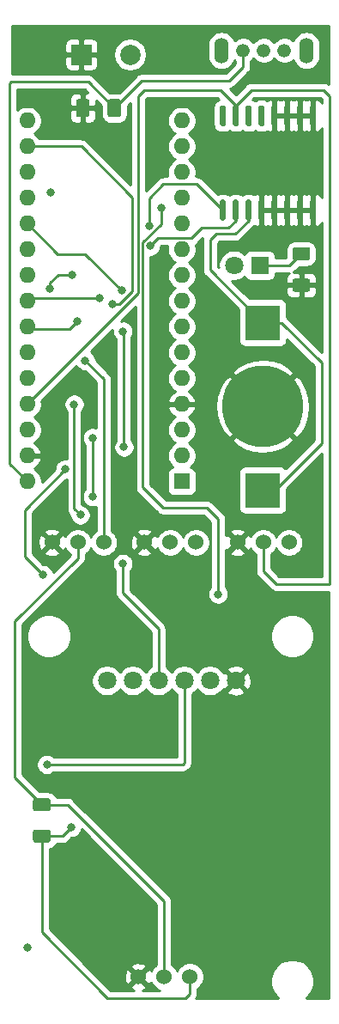
<source format=gbr>
%TF.GenerationSoftware,KiCad,Pcbnew,(5.1.12)-1*%
%TF.CreationDate,2023-05-17T18:58:12-04:00*%
%TF.ProjectId,Final_Design,46696e61-6c5f-4446-9573-69676e2e6b69,rev?*%
%TF.SameCoordinates,Original*%
%TF.FileFunction,Copper,L2,Bot*%
%TF.FilePolarity,Positive*%
%FSLAX46Y46*%
G04 Gerber Fmt 4.6, Leading zero omitted, Abs format (unit mm)*
G04 Created by KiCad (PCBNEW (5.1.12)-1) date 2023-05-17 18:58:12*
%MOMM*%
%LPD*%
G01*
G04 APERTURE LIST*
%TA.AperFunction,ComponentPad*%
%ADD10C,2.000000*%
%TD*%
%TA.AperFunction,ComponentPad*%
%ADD11R,2.000000X2.000000*%
%TD*%
%TA.AperFunction,SMDPad,CuDef*%
%ADD12R,3.500000X3.500000*%
%TD*%
%TA.AperFunction,SMDPad,CuDef*%
%ADD13C,8.000000*%
%TD*%
%TA.AperFunction,ComponentPad*%
%ADD14C,1.800000*%
%TD*%
%TA.AperFunction,ComponentPad*%
%ADD15R,1.800000X1.800000*%
%TD*%
%TA.AperFunction,ComponentPad*%
%ADD16C,1.324000*%
%TD*%
%TA.AperFunction,ComponentPad*%
%ADD17O,1.424000X2.524000*%
%TD*%
%TA.AperFunction,ComponentPad*%
%ADD18O,1.600000X1.600000*%
%TD*%
%TA.AperFunction,ComponentPad*%
%ADD19R,1.600000X1.600000*%
%TD*%
%TA.AperFunction,ComponentPad*%
%ADD20C,1.524000*%
%TD*%
%TA.AperFunction,ViaPad*%
%ADD21C,0.800000*%
%TD*%
%TA.AperFunction,Conductor*%
%ADD22C,0.250000*%
%TD*%
%TA.AperFunction,Conductor*%
%ADD23C,0.254000*%
%TD*%
%TA.AperFunction,Conductor*%
%ADD24C,0.100000*%
%TD*%
G04 APERTURE END LIST*
D10*
%TO.P,U1,1*%
%TO.N,Net-(U1-Pad1)*%
X109510000Y-30530000D03*
D11*
%TO.P,U1,2*%
%TO.N,GND*%
X104700000Y-30530000D03*
%TD*%
D12*
%TO.P,BT1,1*%
%TO.N,Net-(BT1-Pad1)*%
X122600000Y-56945000D03*
X122600000Y-73455000D03*
D13*
%TO.P,BT1,2*%
%TO.N,GND*%
X122600000Y-65200000D03*
%TD*%
D14*
%TO.P,LED,2*%
%TO.N,Net-(A1-Pad8)*%
X119760000Y-51300000D03*
D15*
%TO.P,LED,1*%
%TO.N,Net-(D1-Pad1)*%
X122300000Y-51300000D03*
%TD*%
D16*
%TO.P,U3,1*%
%TO.N,Net-(U3-Pad1)*%
X124732000Y-30120000D03*
%TO.P,U3,2*%
%TO.N,Net-(U1-Pad1)*%
X122700000Y-30120000D03*
%TO.P,U3,3*%
%TO.N,Net-(A1-Pad30)*%
X120668000Y-30120000D03*
D17*
%TO.P,U3,4*%
%TO.N,N/C*%
X126891000Y-30120000D03*
%TO.P,U3,5*%
X118509000Y-30120000D03*
%TD*%
D18*
%TO.P,A1,16*%
%TO.N,Net-(A1-Pad16)*%
X99360000Y-37040000D03*
%TO.P,A1,15*%
%TO.N,Net-(A1-Pad15)*%
X114600000Y-37040000D03*
%TO.P,A1,30*%
%TO.N,Net-(A1-Pad30)*%
X99360000Y-72600000D03*
%TO.P,A1,14*%
%TO.N,Net-(A1-Pad14)*%
X114600000Y-39580000D03*
%TO.P,A1,29*%
%TO.N,GND*%
X99360000Y-70060000D03*
%TO.P,A1,13*%
%TO.N,Net-(A1-Pad13)*%
X114600000Y-42120000D03*
%TO.P,A1,28*%
%TO.N,Net-(A1-Pad28)*%
X99360000Y-67520000D03*
%TO.P,A1,12*%
%TO.N,Net-(A1-Pad12)*%
X114600000Y-44660000D03*
%TO.P,A1,27*%
%TO.N,Net-(A1-Pad27)*%
X99360000Y-64980000D03*
%TO.P,A1,11*%
%TO.N,Net-(A1-Pad11)*%
X114600000Y-47200000D03*
%TO.P,A1,26*%
%TO.N,Net-(A1-Pad26)*%
X99360000Y-62440000D03*
%TO.P,A1,10*%
%TO.N,Net-(A1-Pad10)*%
X114600000Y-49740000D03*
%TO.P,A1,25*%
%TO.N,Net-(A1-Pad25)*%
X99360000Y-59900000D03*
%TO.P,A1,9*%
%TO.N,Net-(A1-Pad9)*%
X114600000Y-52280000D03*
%TO.P,A1,24*%
%TO.N,Net-(A1-Pad24)*%
X99360000Y-57360000D03*
%TO.P,A1,8*%
%TO.N,Net-(A1-Pad8)*%
X114600000Y-54820000D03*
%TO.P,A1,23*%
%TO.N,Net-(A1-Pad23)*%
X99360000Y-54820000D03*
%TO.P,A1,7*%
%TO.N,Net-(A1-Pad7)*%
X114600000Y-57360000D03*
%TO.P,A1,22*%
%TO.N,Net-(A1-Pad22)*%
X99360000Y-52280000D03*
%TO.P,A1,6*%
%TO.N,Net-(A1-Pad6)*%
X114600000Y-59900000D03*
%TO.P,A1,21*%
%TO.N,Net-(A1-Pad21)*%
X99360000Y-49740000D03*
%TO.P,A1,5*%
%TO.N,Net-(A1-Pad5)*%
X114600000Y-62440000D03*
%TO.P,A1,20*%
%TO.N,Net-(A1-Pad20)*%
X99360000Y-47200000D03*
%TO.P,A1,4*%
%TO.N,GND*%
X114600000Y-64980000D03*
%TO.P,A1,19*%
%TO.N,Net-(A1-Pad19)*%
X99360000Y-44660000D03*
%TO.P,A1,3*%
%TO.N,Net-(A1-Pad3)*%
X114600000Y-67520000D03*
%TO.P,A1,18*%
%TO.N,Net-(A1-Pad18)*%
X99360000Y-42120000D03*
%TO.P,A1,2*%
%TO.N,Net-(A1-Pad2)*%
X114600000Y-70060000D03*
%TO.P,A1,17*%
%TO.N,Net-(A1-Pad17)*%
X99360000Y-39580000D03*
D19*
%TO.P,A1,1*%
%TO.N,Net-(A1-Pad1)*%
X114600000Y-72600000D03*
%TD*%
%TO.P,C1,2*%
%TO.N,GND*%
%TA.AperFunction,SMDPad,CuDef*%
G36*
G01*
X105500000Y-35149999D02*
X105500000Y-36450001D01*
G75*
G02*
X105250001Y-36700000I-249999J0D01*
G01*
X104424999Y-36700000D01*
G75*
G02*
X104175000Y-36450001I0J249999D01*
G01*
X104175000Y-35149999D01*
G75*
G02*
X104424999Y-34900000I249999J0D01*
G01*
X105250001Y-34900000D01*
G75*
G02*
X105500000Y-35149999I0J-249999D01*
G01*
G37*
%TD.AperFunction*%
%TO.P,C1,1*%
%TO.N,Net-(A1-Pad30)*%
%TA.AperFunction,SMDPad,CuDef*%
G36*
G01*
X108625000Y-35149999D02*
X108625000Y-36450001D01*
G75*
G02*
X108375001Y-36700000I-249999J0D01*
G01*
X107549999Y-36700000D01*
G75*
G02*
X107300000Y-36450001I0J249999D01*
G01*
X107300000Y-35149999D01*
G75*
G02*
X107549999Y-34900000I249999J0D01*
G01*
X108375001Y-34900000D01*
G75*
G02*
X108625000Y-35149999I0J-249999D01*
G01*
G37*
%TD.AperFunction*%
%TD*%
%TO.P,4.7K,2*%
%TO.N,Net-(A1-Pad27)*%
%TA.AperFunction,SMDPad,CuDef*%
G36*
G01*
X101425000Y-105100000D02*
X100175000Y-105100000D01*
G75*
G02*
X99925000Y-104850000I0J250000D01*
G01*
X99925000Y-104050000D01*
G75*
G02*
X100175000Y-103800000I250000J0D01*
G01*
X101425000Y-103800000D01*
G75*
G02*
X101675000Y-104050000I0J-250000D01*
G01*
X101675000Y-104850000D01*
G75*
G02*
X101425000Y-105100000I-250000J0D01*
G01*
G37*
%TD.AperFunction*%
%TO.P,4.7K,1*%
%TO.N,Net-(A1-Pad10)*%
%TA.AperFunction,SMDPad,CuDef*%
G36*
G01*
X101425000Y-108200000D02*
X100175000Y-108200000D01*
G75*
G02*
X99925000Y-107950000I0J250000D01*
G01*
X99925000Y-107150000D01*
G75*
G02*
X100175000Y-106900000I250000J0D01*
G01*
X101425000Y-106900000D01*
G75*
G02*
X101675000Y-107150000I0J-250000D01*
G01*
X101675000Y-107950000D01*
G75*
G02*
X101425000Y-108200000I-250000J0D01*
G01*
G37*
%TD.AperFunction*%
%TD*%
%TO.P,220,2*%
%TO.N,GND*%
%TA.AperFunction,SMDPad,CuDef*%
G36*
G01*
X125775000Y-52600000D02*
X127025000Y-52600000D01*
G75*
G02*
X127275000Y-52850000I0J-250000D01*
G01*
X127275000Y-53650000D01*
G75*
G02*
X127025000Y-53900000I-250000J0D01*
G01*
X125775000Y-53900000D01*
G75*
G02*
X125525000Y-53650000I0J250000D01*
G01*
X125525000Y-52850000D01*
G75*
G02*
X125775000Y-52600000I250000J0D01*
G01*
G37*
%TD.AperFunction*%
%TO.P,220,1*%
%TO.N,Net-(D1-Pad1)*%
%TA.AperFunction,SMDPad,CuDef*%
G36*
G01*
X125775000Y-49500000D02*
X127025000Y-49500000D01*
G75*
G02*
X127275000Y-49750000I0J-250000D01*
G01*
X127275000Y-50550000D01*
G75*
G02*
X127025000Y-50800000I-250000J0D01*
G01*
X125775000Y-50800000D01*
G75*
G02*
X125525000Y-50550000I0J250000D01*
G01*
X125525000Y-49750000D01*
G75*
G02*
X125775000Y-49500000I250000J0D01*
G01*
G37*
%TD.AperFunction*%
%TD*%
D14*
%TO.P,U2,6*%
%TO.N,GND*%
X119930000Y-92230000D03*
%TO.P,U2,5*%
%TO.N,Net-(A1-Pad15)*%
X117390000Y-92230000D03*
%TO.P,U2,4*%
%TO.N,Net-(A1-Pad16)*%
X114850000Y-92230000D03*
%TO.P,U2,3*%
%TO.N,Net-(A1-Pad14)*%
X112310000Y-92230000D03*
%TO.P,U2,2*%
%TO.N,Net-(A1-Pad13)*%
X109770000Y-92230000D03*
%TO.P,U2,1*%
%TO.N,Net-(A1-Pad17)*%
X107230000Y-92230000D03*
%TD*%
D20*
%TO.P,U4,3*%
%TO.N,Net-(A1-Pad19)*%
X106900000Y-78610000D03*
%TO.P,U4,2*%
%TO.N,Net-(A1-Pad27)*%
X104360000Y-78610000D03*
%TO.P,U4,1*%
%TO.N,GND*%
X101820000Y-78610000D03*
%TD*%
%TO.P,U5,3*%
%TO.N,Net-(A1-Pad20)*%
X125200000Y-78610000D03*
%TO.P,U5,2*%
%TO.N,Net-(A1-Pad27)*%
X122660000Y-78610000D03*
%TO.P,U5,1*%
%TO.N,GND*%
X120120000Y-78610000D03*
%TD*%
%TO.P,U6,16*%
%TO.N,Net-(A1-Pad24)*%
%TA.AperFunction,SMDPad,CuDef*%
G36*
G01*
X118505000Y-44825000D02*
X118805000Y-44825000D01*
G75*
G02*
X118955000Y-44975000I0J-150000D01*
G01*
X118955000Y-46725000D01*
G75*
G02*
X118805000Y-46875000I-150000J0D01*
G01*
X118505000Y-46875000D01*
G75*
G02*
X118355000Y-46725000I0J150000D01*
G01*
X118355000Y-44975000D01*
G75*
G02*
X118505000Y-44825000I150000J0D01*
G01*
G37*
%TD.AperFunction*%
%TO.P,U6,15*%
%TO.N,Net-(A1-Pad23)*%
%TA.AperFunction,SMDPad,CuDef*%
G36*
G01*
X119775000Y-44825000D02*
X120075000Y-44825000D01*
G75*
G02*
X120225000Y-44975000I0J-150000D01*
G01*
X120225000Y-46725000D01*
G75*
G02*
X120075000Y-46875000I-150000J0D01*
G01*
X119775000Y-46875000D01*
G75*
G02*
X119625000Y-46725000I0J150000D01*
G01*
X119625000Y-44975000D01*
G75*
G02*
X119775000Y-44825000I150000J0D01*
G01*
G37*
%TD.AperFunction*%
%TO.P,U6,14*%
%TO.N,Net-(BT1-Pad1)*%
%TA.AperFunction,SMDPad,CuDef*%
G36*
G01*
X121045000Y-44825000D02*
X121345000Y-44825000D01*
G75*
G02*
X121495000Y-44975000I0J-150000D01*
G01*
X121495000Y-46725000D01*
G75*
G02*
X121345000Y-46875000I-150000J0D01*
G01*
X121045000Y-46875000D01*
G75*
G02*
X120895000Y-46725000I0J150000D01*
G01*
X120895000Y-44975000D01*
G75*
G02*
X121045000Y-44825000I150000J0D01*
G01*
G37*
%TD.AperFunction*%
%TO.P,U6,13*%
%TO.N,GND*%
%TA.AperFunction,SMDPad,CuDef*%
G36*
G01*
X122315000Y-44825000D02*
X122615000Y-44825000D01*
G75*
G02*
X122765000Y-44975000I0J-150000D01*
G01*
X122765000Y-46725000D01*
G75*
G02*
X122615000Y-46875000I-150000J0D01*
G01*
X122315000Y-46875000D01*
G75*
G02*
X122165000Y-46725000I0J150000D01*
G01*
X122165000Y-44975000D01*
G75*
G02*
X122315000Y-44825000I150000J0D01*
G01*
G37*
%TD.AperFunction*%
%TO.P,U6,12*%
%TA.AperFunction,SMDPad,CuDef*%
G36*
G01*
X123585000Y-44825000D02*
X123885000Y-44825000D01*
G75*
G02*
X124035000Y-44975000I0J-150000D01*
G01*
X124035000Y-46725000D01*
G75*
G02*
X123885000Y-46875000I-150000J0D01*
G01*
X123585000Y-46875000D01*
G75*
G02*
X123435000Y-46725000I0J150000D01*
G01*
X123435000Y-44975000D01*
G75*
G02*
X123585000Y-44825000I150000J0D01*
G01*
G37*
%TD.AperFunction*%
%TO.P,U6,11*%
%TA.AperFunction,SMDPad,CuDef*%
G36*
G01*
X124855000Y-44825000D02*
X125155000Y-44825000D01*
G75*
G02*
X125305000Y-44975000I0J-150000D01*
G01*
X125305000Y-46725000D01*
G75*
G02*
X125155000Y-46875000I-150000J0D01*
G01*
X124855000Y-46875000D01*
G75*
G02*
X124705000Y-46725000I0J150000D01*
G01*
X124705000Y-44975000D01*
G75*
G02*
X124855000Y-44825000I150000J0D01*
G01*
G37*
%TD.AperFunction*%
%TO.P,U6,10*%
%TA.AperFunction,SMDPad,CuDef*%
G36*
G01*
X126125000Y-44825000D02*
X126425000Y-44825000D01*
G75*
G02*
X126575000Y-44975000I0J-150000D01*
G01*
X126575000Y-46725000D01*
G75*
G02*
X126425000Y-46875000I-150000J0D01*
G01*
X126125000Y-46875000D01*
G75*
G02*
X125975000Y-46725000I0J150000D01*
G01*
X125975000Y-44975000D01*
G75*
G02*
X126125000Y-44825000I150000J0D01*
G01*
G37*
%TD.AperFunction*%
%TO.P,U6,9*%
%TA.AperFunction,SMDPad,CuDef*%
G36*
G01*
X127395000Y-44825000D02*
X127695000Y-44825000D01*
G75*
G02*
X127845000Y-44975000I0J-150000D01*
G01*
X127845000Y-46725000D01*
G75*
G02*
X127695000Y-46875000I-150000J0D01*
G01*
X127395000Y-46875000D01*
G75*
G02*
X127245000Y-46725000I0J150000D01*
G01*
X127245000Y-44975000D01*
G75*
G02*
X127395000Y-44825000I150000J0D01*
G01*
G37*
%TD.AperFunction*%
%TO.P,U6,8*%
%TA.AperFunction,SMDPad,CuDef*%
G36*
G01*
X127395000Y-35525000D02*
X127695000Y-35525000D01*
G75*
G02*
X127845000Y-35675000I0J-150000D01*
G01*
X127845000Y-37425000D01*
G75*
G02*
X127695000Y-37575000I-150000J0D01*
G01*
X127395000Y-37575000D01*
G75*
G02*
X127245000Y-37425000I0J150000D01*
G01*
X127245000Y-35675000D01*
G75*
G02*
X127395000Y-35525000I150000J0D01*
G01*
G37*
%TD.AperFunction*%
%TO.P,U6,7*%
%TA.AperFunction,SMDPad,CuDef*%
G36*
G01*
X126125000Y-35525000D02*
X126425000Y-35525000D01*
G75*
G02*
X126575000Y-35675000I0J-150000D01*
G01*
X126575000Y-37425000D01*
G75*
G02*
X126425000Y-37575000I-150000J0D01*
G01*
X126125000Y-37575000D01*
G75*
G02*
X125975000Y-37425000I0J150000D01*
G01*
X125975000Y-35675000D01*
G75*
G02*
X126125000Y-35525000I150000J0D01*
G01*
G37*
%TD.AperFunction*%
%TO.P,U6,6*%
%TA.AperFunction,SMDPad,CuDef*%
G36*
G01*
X124855000Y-35525000D02*
X125155000Y-35525000D01*
G75*
G02*
X125305000Y-35675000I0J-150000D01*
G01*
X125305000Y-37425000D01*
G75*
G02*
X125155000Y-37575000I-150000J0D01*
G01*
X124855000Y-37575000D01*
G75*
G02*
X124705000Y-37425000I0J150000D01*
G01*
X124705000Y-35675000D01*
G75*
G02*
X124855000Y-35525000I150000J0D01*
G01*
G37*
%TD.AperFunction*%
%TO.P,U6,5*%
%TA.AperFunction,SMDPad,CuDef*%
G36*
G01*
X123585000Y-35525000D02*
X123885000Y-35525000D01*
G75*
G02*
X124035000Y-35675000I0J-150000D01*
G01*
X124035000Y-37425000D01*
G75*
G02*
X123885000Y-37575000I-150000J0D01*
G01*
X123585000Y-37575000D01*
G75*
G02*
X123435000Y-37425000I0J150000D01*
G01*
X123435000Y-35675000D01*
G75*
G02*
X123585000Y-35525000I150000J0D01*
G01*
G37*
%TD.AperFunction*%
%TO.P,U6,4*%
%TO.N,Net-(U6-Pad4)*%
%TA.AperFunction,SMDPad,CuDef*%
G36*
G01*
X122315000Y-35525000D02*
X122615000Y-35525000D01*
G75*
G02*
X122765000Y-35675000I0J-150000D01*
G01*
X122765000Y-37425000D01*
G75*
G02*
X122615000Y-37575000I-150000J0D01*
G01*
X122315000Y-37575000D01*
G75*
G02*
X122165000Y-37425000I0J150000D01*
G01*
X122165000Y-35675000D01*
G75*
G02*
X122315000Y-35525000I150000J0D01*
G01*
G37*
%TD.AperFunction*%
%TO.P,U6,3*%
%TO.N,Net-(U6-Pad3)*%
%TA.AperFunction,SMDPad,CuDef*%
G36*
G01*
X121045000Y-35525000D02*
X121345000Y-35525000D01*
G75*
G02*
X121495000Y-35675000I0J-150000D01*
G01*
X121495000Y-37425000D01*
G75*
G02*
X121345000Y-37575000I-150000J0D01*
G01*
X121045000Y-37575000D01*
G75*
G02*
X120895000Y-37425000I0J150000D01*
G01*
X120895000Y-35675000D01*
G75*
G02*
X121045000Y-35525000I150000J0D01*
G01*
G37*
%TD.AperFunction*%
%TO.P,U6,2*%
%TO.N,Net-(A1-Pad27)*%
%TA.AperFunction,SMDPad,CuDef*%
G36*
G01*
X119775000Y-35525000D02*
X120075000Y-35525000D01*
G75*
G02*
X120225000Y-35675000I0J-150000D01*
G01*
X120225000Y-37425000D01*
G75*
G02*
X120075000Y-37575000I-150000J0D01*
G01*
X119775000Y-37575000D01*
G75*
G02*
X119625000Y-37425000I0J150000D01*
G01*
X119625000Y-35675000D01*
G75*
G02*
X119775000Y-35525000I150000J0D01*
G01*
G37*
%TD.AperFunction*%
%TO.P,U6,1*%
%TO.N,Net-(U6-Pad1)*%
%TA.AperFunction,SMDPad,CuDef*%
G36*
G01*
X118505000Y-35525000D02*
X118805000Y-35525000D01*
G75*
G02*
X118955000Y-35675000I0J-150000D01*
G01*
X118955000Y-37425000D01*
G75*
G02*
X118805000Y-37575000I-150000J0D01*
G01*
X118505000Y-37575000D01*
G75*
G02*
X118355000Y-37425000I0J150000D01*
G01*
X118355000Y-35675000D01*
G75*
G02*
X118505000Y-35525000I150000J0D01*
G01*
G37*
%TD.AperFunction*%
%TD*%
%TO.P,U7,3*%
%TO.N,Net-(A1-Pad26)*%
X116000000Y-78610000D03*
%TO.P,U7,2*%
%TO.N,Net-(A1-Pad27)*%
X113460000Y-78610000D03*
%TO.P,U7,1*%
%TO.N,GND*%
X110920000Y-78610000D03*
%TD*%
%TO.P,U8,3*%
%TO.N,Net-(A1-Pad10)*%
X115400000Y-121410000D03*
%TO.P,U8,2*%
%TO.N,Net-(A1-Pad27)*%
X112860000Y-121410000D03*
%TO.P,U8,1*%
%TO.N,GND*%
X110320000Y-121410000D03*
%TD*%
D21*
%TO.N,Net-(A1-Pad17)*%
X100900000Y-81800000D03*
X103100000Y-71400000D03*
X107800000Y-55100000D03*
%TO.N,Net-(A1-Pad19)*%
X105100000Y-60700000D03*
%TO.N,GND*%
X101700000Y-29000000D03*
X106600000Y-31800000D03*
X101500000Y-34500000D03*
X114000000Y-28800000D03*
X101700000Y-44100000D03*
X114100000Y-31200000D03*
X126500000Y-57400000D03*
X118100000Y-71800000D03*
X109100000Y-74600000D03*
X113600000Y-84800000D03*
X107800000Y-86000000D03*
X125800000Y-96200000D03*
X101600000Y-94500000D03*
X118800000Y-107100000D03*
X99400000Y-118500000D03*
X123300000Y-119500000D03*
X120700000Y-121900000D03*
X126800000Y-117100000D03*
X112100000Y-61600000D03*
X126100000Y-75200000D03*
X127700000Y-48300000D03*
X99600000Y-32100000D03*
%TO.N,Net-(A1-Pad20)*%
X108900000Y-69200000D03*
X108800000Y-57800000D03*
X108700000Y-53800000D03*
%TO.N,Net-(A1-Pad23)*%
X111500000Y-49400000D03*
X106500000Y-54500000D03*
%TO.N,Net-(A1-Pad24)*%
X111400000Y-47400000D03*
X104300000Y-56800000D03*
%TO.N,Net-(A1-Pad10)*%
X103700000Y-106700000D03*
%TO.N,Net-(A1-Pad26)*%
X105800000Y-68300000D03*
X105800000Y-74100000D03*
%TO.N,Net-(A1-Pad13)*%
X118200000Y-83700000D03*
X112600000Y-45600000D03*
%TO.N,Net-(A1-Pad14)*%
X103800000Y-52200000D03*
X101600000Y-53600000D03*
X104000000Y-65000000D03*
X104600000Y-75900000D03*
X108800000Y-80700000D03*
%TO.N,Net-(A1-Pad16)*%
X101300000Y-100500000D03*
%TD*%
D22*
%TO.N,Net-(A1-Pad17)*%
X100900000Y-81800000D02*
X99100000Y-80000000D01*
X99100000Y-75400000D02*
X103100000Y-71400000D01*
X99100000Y-80000000D02*
X99100000Y-75400000D01*
X108473002Y-55100000D02*
X109700000Y-53873002D01*
X107800000Y-55100000D02*
X108473002Y-55100000D01*
X109700000Y-53873002D02*
X109700000Y-44600000D01*
X104680000Y-39580000D02*
X99360000Y-39580000D01*
X109700000Y-44600000D02*
X104680000Y-39580000D01*
%TO.N,Net-(A1-Pad19)*%
X106900000Y-62500000D02*
X105100000Y-60700000D01*
X106900000Y-78610000D02*
X106900000Y-62500000D01*
%TO.N,Net-(A1-Pad20)*%
X108900000Y-57900000D02*
X108800000Y-57800000D01*
X108900000Y-69200000D02*
X108900000Y-57900000D01*
X99360000Y-47200000D02*
X102360000Y-50200000D01*
X105100000Y-50200000D02*
X108700000Y-53800000D01*
X102360000Y-50200000D02*
X105100000Y-50200000D01*
%TO.N,Net-(A1-Pad23)*%
X119925000Y-46875000D02*
X119200000Y-47600000D01*
X119925000Y-45850000D02*
X119925000Y-46875000D01*
X119200000Y-47600000D02*
X116600000Y-47600000D01*
X112285001Y-48614999D02*
X111500000Y-49400000D01*
X115585001Y-48614999D02*
X112285001Y-48614999D01*
X116600000Y-47600000D02*
X115585001Y-48614999D01*
X99680000Y-54500000D02*
X99360000Y-54820000D01*
X106500000Y-54500000D02*
X99680000Y-54500000D01*
%TO.N,Net-(A1-Pad24)*%
X104300000Y-56800000D02*
X103500000Y-57600000D01*
X99600000Y-57600000D02*
X99360000Y-57360000D01*
X103500000Y-57600000D02*
X99600000Y-57600000D01*
X111400000Y-47400000D02*
X111400000Y-44700000D01*
X111400000Y-44700000D02*
X112800000Y-43300000D01*
X116105000Y-43300000D02*
X118655000Y-45850000D01*
X112800000Y-43300000D02*
X116105000Y-43300000D01*
%TO.N,Net-(A1-Pad10)*%
X115400000Y-121410000D02*
X115400000Y-123100000D01*
X115400000Y-123100000D02*
X115000000Y-123500000D01*
X115000000Y-123500000D02*
X107300000Y-123500000D01*
X100800000Y-117000000D02*
X100800000Y-107550000D01*
X107300000Y-123500000D02*
X100800000Y-117000000D01*
X102850000Y-107550000D02*
X103700000Y-106700000D01*
X100800000Y-107550000D02*
X102850000Y-107550000D01*
%TO.N,Net-(A1-Pad26)*%
X105800000Y-68300000D02*
X105800000Y-74100000D01*
%TO.N,Net-(A1-Pad27)*%
X99360000Y-64980000D02*
X110300000Y-54040000D01*
X110300000Y-34600000D02*
X110900000Y-34000000D01*
X110300000Y-54040000D02*
X110300000Y-34600000D01*
X119925000Y-35525000D02*
X119925000Y-36550000D01*
X118400000Y-34000000D02*
X119925000Y-35525000D01*
X110900000Y-34000000D02*
X118400000Y-34000000D01*
X122660000Y-81460000D02*
X122660000Y-78610000D01*
X123900000Y-82700000D02*
X122660000Y-81460000D01*
X129200000Y-82700000D02*
X123900000Y-82700000D01*
X128600000Y-34000000D02*
X129200000Y-34600000D01*
X129200000Y-34600000D02*
X129200000Y-82700000D01*
X121450000Y-34000000D02*
X128600000Y-34000000D01*
X119925000Y-35525000D02*
X121450000Y-34000000D01*
X104360000Y-78610000D02*
X104360000Y-80140000D01*
X104360000Y-80140000D02*
X98100000Y-86400000D01*
X98100000Y-101750000D02*
X100800000Y-104450000D01*
X98100000Y-86400000D02*
X98100000Y-101750000D01*
X100800000Y-104450000D02*
X103350000Y-104450000D01*
X112860000Y-113960000D02*
X112860000Y-121410000D01*
X103350000Y-104450000D02*
X112860000Y-113960000D01*
%TO.N,Net-(A1-Pad13)*%
X118200000Y-83700000D02*
X118200000Y-76300000D01*
X118200000Y-76300000D02*
X117100000Y-75200000D01*
X117100000Y-75200000D02*
X112800000Y-75200000D01*
X112600000Y-47226998D02*
X112600000Y-45600000D01*
X110774999Y-49051999D02*
X112600000Y-47226998D01*
X110774999Y-73174999D02*
X110774999Y-49051999D01*
X112800000Y-75200000D02*
X110774999Y-73174999D01*
%TO.N,Net-(A1-Pad14)*%
X103800000Y-52200000D02*
X102400000Y-52200000D01*
X101600000Y-53000000D02*
X101600000Y-53600000D01*
X102400000Y-52200000D02*
X101600000Y-53000000D01*
X104000000Y-65000000D02*
X104000000Y-70900000D01*
X104000000Y-75300000D02*
X104600000Y-75900000D01*
X104000000Y-70900000D02*
X104000000Y-75300000D01*
X108800000Y-80700000D02*
X108800000Y-83600000D01*
X112310000Y-87110000D02*
X112310000Y-92230000D01*
X108800000Y-83600000D02*
X112310000Y-87110000D01*
%TO.N,Net-(A1-Pad30)*%
X120668000Y-30120000D02*
X120668000Y-31732000D01*
X120668000Y-31732000D02*
X119300000Y-33100000D01*
X110662500Y-33100000D02*
X107962500Y-35800000D01*
X119300000Y-33100000D02*
X110662500Y-33100000D01*
X99360000Y-72600000D02*
X97600000Y-70840000D01*
X97600000Y-70840000D02*
X97600000Y-33400000D01*
X97600000Y-33400000D02*
X97800000Y-33200000D01*
X105362500Y-33200000D02*
X107962500Y-35800000D01*
X97800000Y-33200000D02*
X105362500Y-33200000D01*
%TO.N,Net-(A1-Pad16)*%
X101300000Y-100500000D02*
X114700000Y-100500000D01*
X114850000Y-100350000D02*
X114850000Y-92230000D01*
X114700000Y-100500000D02*
X114850000Y-100350000D01*
%TO.N,Net-(D1-Pad1)*%
X125250000Y-51300000D02*
X126400000Y-50150000D01*
X122300000Y-51300000D02*
X125250000Y-51300000D01*
%TO.N,Net-(BT1-Pad1)*%
X117400000Y-48800000D02*
X118000000Y-48200000D01*
X121195000Y-46875000D02*
X121195000Y-45850000D01*
X119870000Y-48200000D02*
X121195000Y-46875000D01*
X118000000Y-48200000D02*
X119870000Y-48200000D01*
X117400000Y-51745000D02*
X122600000Y-56945000D01*
X117400000Y-48800000D02*
X117400000Y-51745000D01*
X122600000Y-73455000D02*
X123745000Y-73455000D01*
X123745000Y-73455000D02*
X128400000Y-68800000D01*
X128400000Y-68800000D02*
X128400000Y-60900000D01*
X124445000Y-56945000D02*
X122600000Y-56945000D01*
X128400000Y-60900000D02*
X124445000Y-56945000D01*
%TD*%
D23*
%TO.N,GND*%
X116650997Y-48651015D02*
X116640000Y-48762668D01*
X116640000Y-48762678D01*
X116636324Y-48800000D01*
X116640000Y-48837323D01*
X116640001Y-51707668D01*
X116636324Y-51745000D01*
X116640001Y-51782333D01*
X116650998Y-51893986D01*
X116663431Y-51934974D01*
X116694454Y-52037246D01*
X116765026Y-52169276D01*
X116836201Y-52256002D01*
X116860000Y-52285001D01*
X116888998Y-52308799D01*
X120211928Y-55631730D01*
X120211928Y-58695000D01*
X120224188Y-58819482D01*
X120260498Y-58939180D01*
X120319463Y-59049494D01*
X120398815Y-59146185D01*
X120495506Y-59225537D01*
X120605820Y-59284502D01*
X120725518Y-59320812D01*
X120850000Y-59333072D01*
X124350000Y-59333072D01*
X124474482Y-59320812D01*
X124594180Y-59284502D01*
X124704494Y-59225537D01*
X124801185Y-59146185D01*
X124880537Y-59049494D01*
X124939502Y-58939180D01*
X124975812Y-58819482D01*
X124988072Y-58695000D01*
X124988072Y-58562873D01*
X127640001Y-61214803D01*
X127640000Y-68485198D01*
X124832827Y-71292371D01*
X124801185Y-71253815D01*
X124704494Y-71174463D01*
X124594180Y-71115498D01*
X124474482Y-71079188D01*
X124350000Y-71066928D01*
X120850000Y-71066928D01*
X120725518Y-71079188D01*
X120605820Y-71115498D01*
X120495506Y-71174463D01*
X120398815Y-71253815D01*
X120319463Y-71350506D01*
X120260498Y-71460820D01*
X120224188Y-71580518D01*
X120211928Y-71705000D01*
X120211928Y-75205000D01*
X120224188Y-75329482D01*
X120260498Y-75449180D01*
X120319463Y-75559494D01*
X120398815Y-75656185D01*
X120495506Y-75735537D01*
X120605820Y-75794502D01*
X120725518Y-75830812D01*
X120850000Y-75843072D01*
X124350000Y-75843072D01*
X124474482Y-75830812D01*
X124594180Y-75794502D01*
X124704494Y-75735537D01*
X124801185Y-75656185D01*
X124880537Y-75559494D01*
X124939502Y-75449180D01*
X124975812Y-75329482D01*
X124988072Y-75205000D01*
X124988072Y-73286729D01*
X128440001Y-69834801D01*
X128440001Y-81940000D01*
X124214802Y-81940000D01*
X123420000Y-81145199D01*
X123420000Y-79782341D01*
X123550535Y-79695120D01*
X123745120Y-79500535D01*
X123898005Y-79271727D01*
X123930000Y-79194485D01*
X123961995Y-79271727D01*
X124114880Y-79500535D01*
X124309465Y-79695120D01*
X124538273Y-79848005D01*
X124792510Y-79953314D01*
X125062408Y-80007000D01*
X125337592Y-80007000D01*
X125607490Y-79953314D01*
X125861727Y-79848005D01*
X126090535Y-79695120D01*
X126285120Y-79500535D01*
X126438005Y-79271727D01*
X126543314Y-79017490D01*
X126597000Y-78747592D01*
X126597000Y-78472408D01*
X126543314Y-78202510D01*
X126438005Y-77948273D01*
X126285120Y-77719465D01*
X126090535Y-77524880D01*
X125861727Y-77371995D01*
X125607490Y-77266686D01*
X125337592Y-77213000D01*
X125062408Y-77213000D01*
X124792510Y-77266686D01*
X124538273Y-77371995D01*
X124309465Y-77524880D01*
X124114880Y-77719465D01*
X123961995Y-77948273D01*
X123930000Y-78025515D01*
X123898005Y-77948273D01*
X123745120Y-77719465D01*
X123550535Y-77524880D01*
X123321727Y-77371995D01*
X123067490Y-77266686D01*
X122797592Y-77213000D01*
X122522408Y-77213000D01*
X122252510Y-77266686D01*
X121998273Y-77371995D01*
X121769465Y-77524880D01*
X121574880Y-77719465D01*
X121421995Y-77948273D01*
X121392308Y-78019943D01*
X121387636Y-78006977D01*
X121325656Y-77891020D01*
X121085565Y-77824040D01*
X120299605Y-78610000D01*
X121085565Y-79395960D01*
X121325656Y-79328980D01*
X121389485Y-79193240D01*
X121421995Y-79271727D01*
X121574880Y-79500535D01*
X121769465Y-79695120D01*
X121900001Y-79782341D01*
X121900000Y-81422677D01*
X121896324Y-81460000D01*
X121900000Y-81497322D01*
X121900000Y-81497332D01*
X121910997Y-81608985D01*
X121949223Y-81735000D01*
X121954454Y-81752246D01*
X122025026Y-81884276D01*
X122039522Y-81901939D01*
X122119999Y-82000001D01*
X122149003Y-82023804D01*
X123336201Y-83211003D01*
X123359999Y-83240001D01*
X123475724Y-83334974D01*
X123607753Y-83405546D01*
X123751014Y-83449003D01*
X123862667Y-83460000D01*
X123862677Y-83460000D01*
X123900000Y-83463676D01*
X123937323Y-83460000D01*
X129140001Y-83460000D01*
X129140001Y-123540000D01*
X126875738Y-123540000D01*
X126882977Y-123535163D01*
X127185163Y-123232977D01*
X127422588Y-122877645D01*
X127586130Y-122482821D01*
X127669503Y-122063677D01*
X127669503Y-121636323D01*
X127586130Y-121217179D01*
X127422588Y-120822355D01*
X127185163Y-120467023D01*
X126882977Y-120164837D01*
X126527645Y-119927412D01*
X126132821Y-119763870D01*
X125713677Y-119680497D01*
X125286323Y-119680497D01*
X124867179Y-119763870D01*
X124472355Y-119927412D01*
X124117023Y-120164837D01*
X123814837Y-120467023D01*
X123577412Y-120822355D01*
X123413870Y-121217179D01*
X123330497Y-121636323D01*
X123330497Y-122063677D01*
X123413870Y-122482821D01*
X123577412Y-122877645D01*
X123814837Y-123232977D01*
X124117023Y-123535163D01*
X124124262Y-123540000D01*
X116022070Y-123540000D01*
X116034974Y-123524276D01*
X116105546Y-123392247D01*
X116149003Y-123248986D01*
X116160000Y-123137333D01*
X116160000Y-123137324D01*
X116163676Y-123100001D01*
X116160000Y-123062678D01*
X116160000Y-122582341D01*
X116290535Y-122495120D01*
X116485120Y-122300535D01*
X116638005Y-122071727D01*
X116743314Y-121817490D01*
X116797000Y-121547592D01*
X116797000Y-121272408D01*
X116743314Y-121002510D01*
X116638005Y-120748273D01*
X116485120Y-120519465D01*
X116290535Y-120324880D01*
X116061727Y-120171995D01*
X115807490Y-120066686D01*
X115537592Y-120013000D01*
X115262408Y-120013000D01*
X114992510Y-120066686D01*
X114738273Y-120171995D01*
X114509465Y-120324880D01*
X114314880Y-120519465D01*
X114161995Y-120748273D01*
X114130000Y-120825515D01*
X114098005Y-120748273D01*
X113945120Y-120519465D01*
X113750535Y-120324880D01*
X113620000Y-120237659D01*
X113620000Y-113997323D01*
X113623676Y-113960000D01*
X113620000Y-113922677D01*
X113620000Y-113922667D01*
X113609003Y-113811014D01*
X113565546Y-113667753D01*
X113494975Y-113535725D01*
X113494974Y-113535723D01*
X113423799Y-113448997D01*
X113400001Y-113419999D01*
X113371004Y-113396202D01*
X103913804Y-103939003D01*
X103890001Y-103909999D01*
X103774276Y-103815026D01*
X103642247Y-103744454D01*
X103498986Y-103700997D01*
X103387333Y-103690000D01*
X103387322Y-103690000D01*
X103350000Y-103686324D01*
X103312678Y-103690000D01*
X102234702Y-103690000D01*
X102163405Y-103556614D01*
X102052962Y-103422038D01*
X101918386Y-103311595D01*
X101764850Y-103229528D01*
X101598254Y-103178992D01*
X101425000Y-103161928D01*
X100586730Y-103161928D01*
X98860000Y-101435199D01*
X98860000Y-100398061D01*
X100265000Y-100398061D01*
X100265000Y-100601939D01*
X100304774Y-100801898D01*
X100382795Y-100990256D01*
X100496063Y-101159774D01*
X100640226Y-101303937D01*
X100809744Y-101417205D01*
X100998102Y-101495226D01*
X101198061Y-101535000D01*
X101401939Y-101535000D01*
X101601898Y-101495226D01*
X101790256Y-101417205D01*
X101959774Y-101303937D01*
X102003711Y-101260000D01*
X114662678Y-101260000D01*
X114700000Y-101263676D01*
X114737322Y-101260000D01*
X114737333Y-101260000D01*
X114848986Y-101249003D01*
X114992247Y-101205546D01*
X115124276Y-101134974D01*
X115240001Y-101040001D01*
X115263804Y-101010997D01*
X115360998Y-100913803D01*
X115390001Y-100890001D01*
X115484974Y-100774276D01*
X115555546Y-100642247D01*
X115599003Y-100498986D01*
X115610000Y-100387333D01*
X115610000Y-100387324D01*
X115613676Y-100350001D01*
X115610000Y-100312678D01*
X115610000Y-93568313D01*
X115828505Y-93422312D01*
X116042312Y-93208505D01*
X116120000Y-93092237D01*
X116197688Y-93208505D01*
X116411495Y-93422312D01*
X116662905Y-93590299D01*
X116942257Y-93706011D01*
X117238816Y-93765000D01*
X117541184Y-93765000D01*
X117837743Y-93706011D01*
X118117095Y-93590299D01*
X118368505Y-93422312D01*
X118496737Y-93294080D01*
X119045525Y-93294080D01*
X119129208Y-93548261D01*
X119401775Y-93679158D01*
X119694642Y-93754365D01*
X119996553Y-93770991D01*
X120295907Y-93728397D01*
X120581199Y-93628222D01*
X120730792Y-93548261D01*
X120814475Y-93294080D01*
X119930000Y-92409605D01*
X119045525Y-93294080D01*
X118496737Y-93294080D01*
X118582312Y-93208505D01*
X118684951Y-93054895D01*
X118865920Y-93114475D01*
X119750395Y-92230000D01*
X120109605Y-92230000D01*
X120994080Y-93114475D01*
X121248261Y-93030792D01*
X121379158Y-92758225D01*
X121454365Y-92465358D01*
X121470991Y-92163447D01*
X121428397Y-91864093D01*
X121328222Y-91578801D01*
X121248261Y-91429208D01*
X120994080Y-91345525D01*
X120109605Y-92230000D01*
X119750395Y-92230000D01*
X118865920Y-91345525D01*
X118684951Y-91405105D01*
X118582312Y-91251495D01*
X118496737Y-91165920D01*
X119045525Y-91165920D01*
X119930000Y-92050395D01*
X120814475Y-91165920D01*
X120730792Y-90911739D01*
X120458225Y-90780842D01*
X120165358Y-90705635D01*
X119863447Y-90689009D01*
X119564093Y-90731603D01*
X119278801Y-90831778D01*
X119129208Y-90911739D01*
X119045525Y-91165920D01*
X118496737Y-91165920D01*
X118368505Y-91037688D01*
X118117095Y-90869701D01*
X117837743Y-90753989D01*
X117541184Y-90695000D01*
X117238816Y-90695000D01*
X116942257Y-90753989D01*
X116662905Y-90869701D01*
X116411495Y-91037688D01*
X116197688Y-91251495D01*
X116120000Y-91367763D01*
X116042312Y-91251495D01*
X115828505Y-91037688D01*
X115577095Y-90869701D01*
X115297743Y-90753989D01*
X115001184Y-90695000D01*
X114698816Y-90695000D01*
X114402257Y-90753989D01*
X114122905Y-90869701D01*
X113871495Y-91037688D01*
X113657688Y-91251495D01*
X113580000Y-91367763D01*
X113502312Y-91251495D01*
X113288505Y-91037688D01*
X113070000Y-90891687D01*
X113070000Y-87636323D01*
X123330497Y-87636323D01*
X123330497Y-88063677D01*
X123413870Y-88482821D01*
X123577412Y-88877645D01*
X123814837Y-89232977D01*
X124117023Y-89535163D01*
X124472355Y-89772588D01*
X124867179Y-89936130D01*
X125286323Y-90019503D01*
X125713677Y-90019503D01*
X126132821Y-89936130D01*
X126527645Y-89772588D01*
X126882977Y-89535163D01*
X127185163Y-89232977D01*
X127422588Y-88877645D01*
X127586130Y-88482821D01*
X127669503Y-88063677D01*
X127669503Y-87636323D01*
X127586130Y-87217179D01*
X127422588Y-86822355D01*
X127185163Y-86467023D01*
X126882977Y-86164837D01*
X126527645Y-85927412D01*
X126132821Y-85763870D01*
X125713677Y-85680497D01*
X125286323Y-85680497D01*
X124867179Y-85763870D01*
X124472355Y-85927412D01*
X124117023Y-86164837D01*
X123814837Y-86467023D01*
X123577412Y-86822355D01*
X123413870Y-87217179D01*
X123330497Y-87636323D01*
X113070000Y-87636323D01*
X113070000Y-87147333D01*
X113073677Y-87110000D01*
X113059003Y-86961014D01*
X113015546Y-86817753D01*
X112944974Y-86685724D01*
X112873799Y-86598997D01*
X112850001Y-86569999D01*
X112821004Y-86546202D01*
X109560000Y-83285199D01*
X109560000Y-81403711D01*
X109603937Y-81359774D01*
X109717205Y-81190256D01*
X109795226Y-81001898D01*
X109835000Y-80801939D01*
X109835000Y-80598061D01*
X109795226Y-80398102D01*
X109717205Y-80209744D01*
X109603937Y-80040226D01*
X109459774Y-79896063D01*
X109290256Y-79782795D01*
X109101898Y-79704774D01*
X108901939Y-79665000D01*
X108698061Y-79665000D01*
X108498102Y-79704774D01*
X108309744Y-79782795D01*
X108140226Y-79896063D01*
X107996063Y-80040226D01*
X107882795Y-80209744D01*
X107804774Y-80398102D01*
X107765000Y-80598061D01*
X107765000Y-80801939D01*
X107804774Y-81001898D01*
X107882795Y-81190256D01*
X107996063Y-81359774D01*
X108040000Y-81403711D01*
X108040001Y-83562668D01*
X108036324Y-83600000D01*
X108050998Y-83748985D01*
X108094454Y-83892246D01*
X108165026Y-84024276D01*
X108236201Y-84111002D01*
X108260000Y-84140001D01*
X108288998Y-84163799D01*
X111550000Y-87424802D01*
X111550001Y-90891687D01*
X111331495Y-91037688D01*
X111117688Y-91251495D01*
X111040000Y-91367763D01*
X110962312Y-91251495D01*
X110748505Y-91037688D01*
X110497095Y-90869701D01*
X110217743Y-90753989D01*
X109921184Y-90695000D01*
X109618816Y-90695000D01*
X109322257Y-90753989D01*
X109042905Y-90869701D01*
X108791495Y-91037688D01*
X108577688Y-91251495D01*
X108500000Y-91367763D01*
X108422312Y-91251495D01*
X108208505Y-91037688D01*
X107957095Y-90869701D01*
X107677743Y-90753989D01*
X107381184Y-90695000D01*
X107078816Y-90695000D01*
X106782257Y-90753989D01*
X106502905Y-90869701D01*
X106251495Y-91037688D01*
X106037688Y-91251495D01*
X105869701Y-91502905D01*
X105753989Y-91782257D01*
X105695000Y-92078816D01*
X105695000Y-92381184D01*
X105753989Y-92677743D01*
X105869701Y-92957095D01*
X106037688Y-93208505D01*
X106251495Y-93422312D01*
X106502905Y-93590299D01*
X106782257Y-93706011D01*
X107078816Y-93765000D01*
X107381184Y-93765000D01*
X107677743Y-93706011D01*
X107957095Y-93590299D01*
X108208505Y-93422312D01*
X108422312Y-93208505D01*
X108500000Y-93092237D01*
X108577688Y-93208505D01*
X108791495Y-93422312D01*
X109042905Y-93590299D01*
X109322257Y-93706011D01*
X109618816Y-93765000D01*
X109921184Y-93765000D01*
X110217743Y-93706011D01*
X110497095Y-93590299D01*
X110748505Y-93422312D01*
X110962312Y-93208505D01*
X111040000Y-93092237D01*
X111117688Y-93208505D01*
X111331495Y-93422312D01*
X111582905Y-93590299D01*
X111862257Y-93706011D01*
X112158816Y-93765000D01*
X112461184Y-93765000D01*
X112757743Y-93706011D01*
X113037095Y-93590299D01*
X113288505Y-93422312D01*
X113502312Y-93208505D01*
X113580000Y-93092237D01*
X113657688Y-93208505D01*
X113871495Y-93422312D01*
X114090001Y-93568313D01*
X114090000Y-99740000D01*
X102003711Y-99740000D01*
X101959774Y-99696063D01*
X101790256Y-99582795D01*
X101601898Y-99504774D01*
X101401939Y-99465000D01*
X101198061Y-99465000D01*
X100998102Y-99504774D01*
X100809744Y-99582795D01*
X100640226Y-99696063D01*
X100496063Y-99840226D01*
X100382795Y-100009744D01*
X100304774Y-100198102D01*
X100265000Y-100398061D01*
X98860000Y-100398061D01*
X98860000Y-87636323D01*
X99330497Y-87636323D01*
X99330497Y-88063677D01*
X99413870Y-88482821D01*
X99577412Y-88877645D01*
X99814837Y-89232977D01*
X100117023Y-89535163D01*
X100472355Y-89772588D01*
X100867179Y-89936130D01*
X101286323Y-90019503D01*
X101713677Y-90019503D01*
X102132821Y-89936130D01*
X102527645Y-89772588D01*
X102882977Y-89535163D01*
X103185163Y-89232977D01*
X103422588Y-88877645D01*
X103586130Y-88482821D01*
X103669503Y-88063677D01*
X103669503Y-87636323D01*
X103586130Y-87217179D01*
X103422588Y-86822355D01*
X103185163Y-86467023D01*
X102882977Y-86164837D01*
X102527645Y-85927412D01*
X102132821Y-85763870D01*
X101713677Y-85680497D01*
X101286323Y-85680497D01*
X100867179Y-85763870D01*
X100472355Y-85927412D01*
X100117023Y-86164837D01*
X99814837Y-86467023D01*
X99577412Y-86822355D01*
X99413870Y-87217179D01*
X99330497Y-87636323D01*
X98860000Y-87636323D01*
X98860000Y-86714801D01*
X104871003Y-80703799D01*
X104900001Y-80680001D01*
X104936954Y-80634974D01*
X104994974Y-80564277D01*
X105065546Y-80432247D01*
X105072976Y-80407753D01*
X105109003Y-80288986D01*
X105120000Y-80177333D01*
X105120000Y-80177323D01*
X105123676Y-80140000D01*
X105120000Y-80102677D01*
X105120000Y-79782341D01*
X105250535Y-79695120D01*
X105445120Y-79500535D01*
X105598005Y-79271727D01*
X105630000Y-79194485D01*
X105661995Y-79271727D01*
X105814880Y-79500535D01*
X106009465Y-79695120D01*
X106238273Y-79848005D01*
X106492510Y-79953314D01*
X106762408Y-80007000D01*
X107037592Y-80007000D01*
X107307490Y-79953314D01*
X107561727Y-79848005D01*
X107790535Y-79695120D01*
X107910090Y-79575565D01*
X110134040Y-79575565D01*
X110201020Y-79815656D01*
X110450048Y-79932756D01*
X110717135Y-79999023D01*
X110992017Y-80011910D01*
X111264133Y-79970922D01*
X111523023Y-79877636D01*
X111638980Y-79815656D01*
X111705960Y-79575565D01*
X110920000Y-78789605D01*
X110134040Y-79575565D01*
X107910090Y-79575565D01*
X107985120Y-79500535D01*
X108138005Y-79271727D01*
X108243314Y-79017490D01*
X108297000Y-78747592D01*
X108297000Y-78682017D01*
X109518090Y-78682017D01*
X109559078Y-78954133D01*
X109652364Y-79213023D01*
X109714344Y-79328980D01*
X109954435Y-79395960D01*
X110740395Y-78610000D01*
X111099605Y-78610000D01*
X111885565Y-79395960D01*
X112125656Y-79328980D01*
X112189485Y-79193240D01*
X112221995Y-79271727D01*
X112374880Y-79500535D01*
X112569465Y-79695120D01*
X112798273Y-79848005D01*
X113052510Y-79953314D01*
X113322408Y-80007000D01*
X113597592Y-80007000D01*
X113867490Y-79953314D01*
X114121727Y-79848005D01*
X114350535Y-79695120D01*
X114545120Y-79500535D01*
X114698005Y-79271727D01*
X114730000Y-79194485D01*
X114761995Y-79271727D01*
X114914880Y-79500535D01*
X115109465Y-79695120D01*
X115338273Y-79848005D01*
X115592510Y-79953314D01*
X115862408Y-80007000D01*
X116137592Y-80007000D01*
X116407490Y-79953314D01*
X116661727Y-79848005D01*
X116890535Y-79695120D01*
X117085120Y-79500535D01*
X117238005Y-79271727D01*
X117343314Y-79017490D01*
X117397000Y-78747592D01*
X117397000Y-78472408D01*
X117343314Y-78202510D01*
X117238005Y-77948273D01*
X117085120Y-77719465D01*
X116890535Y-77524880D01*
X116661727Y-77371995D01*
X116407490Y-77266686D01*
X116137592Y-77213000D01*
X115862408Y-77213000D01*
X115592510Y-77266686D01*
X115338273Y-77371995D01*
X115109465Y-77524880D01*
X114914880Y-77719465D01*
X114761995Y-77948273D01*
X114730000Y-78025515D01*
X114698005Y-77948273D01*
X114545120Y-77719465D01*
X114350535Y-77524880D01*
X114121727Y-77371995D01*
X113867490Y-77266686D01*
X113597592Y-77213000D01*
X113322408Y-77213000D01*
X113052510Y-77266686D01*
X112798273Y-77371995D01*
X112569465Y-77524880D01*
X112374880Y-77719465D01*
X112221995Y-77948273D01*
X112192308Y-78019943D01*
X112187636Y-78006977D01*
X112125656Y-77891020D01*
X111885565Y-77824040D01*
X111099605Y-78610000D01*
X110740395Y-78610000D01*
X109954435Y-77824040D01*
X109714344Y-77891020D01*
X109597244Y-78140048D01*
X109530977Y-78407135D01*
X109518090Y-78682017D01*
X108297000Y-78682017D01*
X108297000Y-78472408D01*
X108243314Y-78202510D01*
X108138005Y-77948273D01*
X107985120Y-77719465D01*
X107910090Y-77644435D01*
X110134040Y-77644435D01*
X110920000Y-78430395D01*
X111705960Y-77644435D01*
X111638980Y-77404344D01*
X111389952Y-77287244D01*
X111122865Y-77220977D01*
X110847983Y-77208090D01*
X110575867Y-77249078D01*
X110316977Y-77342364D01*
X110201020Y-77404344D01*
X110134040Y-77644435D01*
X107910090Y-77644435D01*
X107790535Y-77524880D01*
X107660000Y-77437659D01*
X107660000Y-62537322D01*
X107663676Y-62499999D01*
X107660000Y-62462676D01*
X107660000Y-62462667D01*
X107649003Y-62351014D01*
X107605546Y-62207753D01*
X107534974Y-62075724D01*
X107490413Y-62021426D01*
X107463799Y-61988996D01*
X107463795Y-61988992D01*
X107440001Y-61959999D01*
X107411008Y-61936205D01*
X106135000Y-60660198D01*
X106135000Y-60598061D01*
X106095226Y-60398102D01*
X106017205Y-60209744D01*
X105903937Y-60040226D01*
X105759774Y-59896063D01*
X105615284Y-59799518D01*
X107776983Y-57637819D01*
X107765000Y-57698061D01*
X107765000Y-57901939D01*
X107804774Y-58101898D01*
X107882795Y-58290256D01*
X107996063Y-58459774D01*
X108140001Y-58603712D01*
X108140000Y-68496289D01*
X108096063Y-68540226D01*
X107982795Y-68709744D01*
X107904774Y-68898102D01*
X107865000Y-69098061D01*
X107865000Y-69301939D01*
X107904774Y-69501898D01*
X107982795Y-69690256D01*
X108096063Y-69859774D01*
X108240226Y-70003937D01*
X108409744Y-70117205D01*
X108598102Y-70195226D01*
X108798061Y-70235000D01*
X109001939Y-70235000D01*
X109201898Y-70195226D01*
X109390256Y-70117205D01*
X109559774Y-70003937D01*
X109703937Y-69859774D01*
X109817205Y-69690256D01*
X109895226Y-69501898D01*
X109935000Y-69301939D01*
X109935000Y-69098061D01*
X109895226Y-68898102D01*
X109817205Y-68709744D01*
X109703937Y-68540226D01*
X109660000Y-68496289D01*
X109660000Y-58375870D01*
X109717205Y-58290256D01*
X109795226Y-58101898D01*
X109835000Y-57901939D01*
X109835000Y-57698061D01*
X109795226Y-57498102D01*
X109717205Y-57309744D01*
X109603937Y-57140226D01*
X109459774Y-56996063D01*
X109290256Y-56882795D01*
X109101898Y-56804774D01*
X108901939Y-56765000D01*
X108698061Y-56765000D01*
X108637819Y-56776983D01*
X110015000Y-55399802D01*
X110014999Y-73137677D01*
X110011323Y-73174999D01*
X110014999Y-73212321D01*
X110014999Y-73212331D01*
X110025996Y-73323984D01*
X110049055Y-73400000D01*
X110069453Y-73467245D01*
X110140025Y-73599275D01*
X110148617Y-73609744D01*
X110234998Y-73715000D01*
X110264002Y-73738803D01*
X112236200Y-75711002D01*
X112259999Y-75740001D01*
X112288997Y-75763799D01*
X112375723Y-75834974D01*
X112497375Y-75899999D01*
X112507753Y-75905546D01*
X112651014Y-75949003D01*
X112762667Y-75960000D01*
X112762677Y-75960000D01*
X112800000Y-75963676D01*
X112837323Y-75960000D01*
X116785199Y-75960000D01*
X117440001Y-76614803D01*
X117440000Y-82996289D01*
X117396063Y-83040226D01*
X117282795Y-83209744D01*
X117204774Y-83398102D01*
X117165000Y-83598061D01*
X117165000Y-83801939D01*
X117204774Y-84001898D01*
X117282795Y-84190256D01*
X117396063Y-84359774D01*
X117540226Y-84503937D01*
X117709744Y-84617205D01*
X117898102Y-84695226D01*
X118098061Y-84735000D01*
X118301939Y-84735000D01*
X118501898Y-84695226D01*
X118690256Y-84617205D01*
X118859774Y-84503937D01*
X119003937Y-84359774D01*
X119117205Y-84190256D01*
X119195226Y-84001898D01*
X119235000Y-83801939D01*
X119235000Y-83598061D01*
X119195226Y-83398102D01*
X119117205Y-83209744D01*
X119003937Y-83040226D01*
X118960000Y-82996289D01*
X118960000Y-79575565D01*
X119334040Y-79575565D01*
X119401020Y-79815656D01*
X119650048Y-79932756D01*
X119917135Y-79999023D01*
X120192017Y-80011910D01*
X120464133Y-79970922D01*
X120723023Y-79877636D01*
X120838980Y-79815656D01*
X120905960Y-79575565D01*
X120120000Y-78789605D01*
X119334040Y-79575565D01*
X118960000Y-79575565D01*
X118960000Y-79341717D01*
X119154435Y-79395960D01*
X119940395Y-78610000D01*
X119154435Y-77824040D01*
X118960000Y-77878283D01*
X118960000Y-77644435D01*
X119334040Y-77644435D01*
X120120000Y-78430395D01*
X120905960Y-77644435D01*
X120838980Y-77404344D01*
X120589952Y-77287244D01*
X120322865Y-77220977D01*
X120047983Y-77208090D01*
X119775867Y-77249078D01*
X119516977Y-77342364D01*
X119401020Y-77404344D01*
X119334040Y-77644435D01*
X118960000Y-77644435D01*
X118960000Y-76337323D01*
X118963676Y-76300000D01*
X118960000Y-76262677D01*
X118960000Y-76262667D01*
X118949003Y-76151014D01*
X118905546Y-76007753D01*
X118874143Y-75949003D01*
X118834974Y-75875723D01*
X118763799Y-75788997D01*
X118740001Y-75759999D01*
X118711003Y-75736201D01*
X117663804Y-74689002D01*
X117640001Y-74659999D01*
X117524276Y-74565026D01*
X117392247Y-74494454D01*
X117248986Y-74450997D01*
X117137333Y-74440000D01*
X117137322Y-74440000D01*
X117100000Y-74436324D01*
X117062678Y-74440000D01*
X113114802Y-74440000D01*
X111534999Y-72860198D01*
X111534999Y-71800000D01*
X113161928Y-71800000D01*
X113161928Y-73400000D01*
X113174188Y-73524482D01*
X113210498Y-73644180D01*
X113269463Y-73754494D01*
X113348815Y-73851185D01*
X113445506Y-73930537D01*
X113555820Y-73989502D01*
X113675518Y-74025812D01*
X113800000Y-74038072D01*
X115400000Y-74038072D01*
X115524482Y-74025812D01*
X115644180Y-73989502D01*
X115754494Y-73930537D01*
X115851185Y-73851185D01*
X115930537Y-73754494D01*
X115989502Y-73644180D01*
X116025812Y-73524482D01*
X116038072Y-73400000D01*
X116038072Y-71800000D01*
X116025812Y-71675518D01*
X115989502Y-71555820D01*
X115930537Y-71445506D01*
X115851185Y-71348815D01*
X115754494Y-71269463D01*
X115644180Y-71210498D01*
X115524482Y-71174188D01*
X115516039Y-71173357D01*
X115714637Y-70974759D01*
X115871680Y-70739727D01*
X115979853Y-70478574D01*
X116035000Y-70201335D01*
X116035000Y-69918665D01*
X115979853Y-69641426D01*
X115871680Y-69380273D01*
X115714637Y-69145241D01*
X115514759Y-68945363D01*
X115282241Y-68790000D01*
X115514759Y-68634637D01*
X115679816Y-68469580D01*
X119510025Y-68469580D01*
X119966197Y-69041185D01*
X120766183Y-69481207D01*
X121636641Y-69756704D01*
X122544121Y-69857091D01*
X123453748Y-69778508D01*
X124330566Y-69523975D01*
X125140879Y-69103275D01*
X125233803Y-69041185D01*
X125689975Y-68469580D01*
X122600000Y-65379605D01*
X119510025Y-68469580D01*
X115679816Y-68469580D01*
X115714637Y-68434759D01*
X115871680Y-68199727D01*
X115979853Y-67938574D01*
X116035000Y-67661335D01*
X116035000Y-67378665D01*
X115979853Y-67101426D01*
X115871680Y-66840273D01*
X115714637Y-66605241D01*
X115514759Y-66405363D01*
X115279727Y-66248320D01*
X115269135Y-66243933D01*
X115455131Y-66132385D01*
X115663519Y-65943414D01*
X115831037Y-65717420D01*
X115951246Y-65463087D01*
X115991904Y-65329039D01*
X115890310Y-65144121D01*
X117942909Y-65144121D01*
X118021492Y-66053748D01*
X118276025Y-66930566D01*
X118696725Y-67740879D01*
X118758815Y-67833803D01*
X119330420Y-68289975D01*
X122420395Y-65200000D01*
X122779605Y-65200000D01*
X125869580Y-68289975D01*
X126441185Y-67833803D01*
X126881207Y-67033817D01*
X127156704Y-66163359D01*
X127257091Y-65255879D01*
X127178508Y-64346252D01*
X126923975Y-63469434D01*
X126503275Y-62659121D01*
X126441185Y-62566197D01*
X125869580Y-62110025D01*
X122779605Y-65200000D01*
X122420395Y-65200000D01*
X119330420Y-62110025D01*
X118758815Y-62566197D01*
X118318793Y-63366183D01*
X118043296Y-64236641D01*
X117942909Y-65144121D01*
X115890310Y-65144121D01*
X115869915Y-65107000D01*
X114727000Y-65107000D01*
X114727000Y-65127000D01*
X114473000Y-65127000D01*
X114473000Y-65107000D01*
X113330085Y-65107000D01*
X113208096Y-65329039D01*
X113248754Y-65463087D01*
X113368963Y-65717420D01*
X113536481Y-65943414D01*
X113744869Y-66132385D01*
X113930865Y-66243933D01*
X113920273Y-66248320D01*
X113685241Y-66405363D01*
X113485363Y-66605241D01*
X113328320Y-66840273D01*
X113220147Y-67101426D01*
X113165000Y-67378665D01*
X113165000Y-67661335D01*
X113220147Y-67938574D01*
X113328320Y-68199727D01*
X113485363Y-68434759D01*
X113685241Y-68634637D01*
X113917759Y-68790000D01*
X113685241Y-68945363D01*
X113485363Y-69145241D01*
X113328320Y-69380273D01*
X113220147Y-69641426D01*
X113165000Y-69918665D01*
X113165000Y-70201335D01*
X113220147Y-70478574D01*
X113328320Y-70739727D01*
X113485363Y-70974759D01*
X113683961Y-71173357D01*
X113675518Y-71174188D01*
X113555820Y-71210498D01*
X113445506Y-71269463D01*
X113348815Y-71348815D01*
X113269463Y-71445506D01*
X113210498Y-71555820D01*
X113174188Y-71675518D01*
X113161928Y-71800000D01*
X111534999Y-71800000D01*
X111534999Y-50435000D01*
X111601939Y-50435000D01*
X111801898Y-50395226D01*
X111990256Y-50317205D01*
X112159774Y-50203937D01*
X112303937Y-50059774D01*
X112417205Y-49890256D01*
X112495226Y-49701898D01*
X112535000Y-49501939D01*
X112535000Y-49439802D01*
X112599803Y-49374999D01*
X113209491Y-49374999D01*
X113165000Y-49598665D01*
X113165000Y-49881335D01*
X113220147Y-50158574D01*
X113328320Y-50419727D01*
X113485363Y-50654759D01*
X113685241Y-50854637D01*
X113917759Y-51010000D01*
X113685241Y-51165363D01*
X113485363Y-51365241D01*
X113328320Y-51600273D01*
X113220147Y-51861426D01*
X113165000Y-52138665D01*
X113165000Y-52421335D01*
X113220147Y-52698574D01*
X113328320Y-52959727D01*
X113485363Y-53194759D01*
X113685241Y-53394637D01*
X113917759Y-53550000D01*
X113685241Y-53705363D01*
X113485363Y-53905241D01*
X113328320Y-54140273D01*
X113220147Y-54401426D01*
X113165000Y-54678665D01*
X113165000Y-54961335D01*
X113220147Y-55238574D01*
X113328320Y-55499727D01*
X113485363Y-55734759D01*
X113685241Y-55934637D01*
X113917759Y-56090000D01*
X113685241Y-56245363D01*
X113485363Y-56445241D01*
X113328320Y-56680273D01*
X113220147Y-56941426D01*
X113165000Y-57218665D01*
X113165000Y-57501335D01*
X113220147Y-57778574D01*
X113328320Y-58039727D01*
X113485363Y-58274759D01*
X113685241Y-58474637D01*
X113917759Y-58630000D01*
X113685241Y-58785363D01*
X113485363Y-58985241D01*
X113328320Y-59220273D01*
X113220147Y-59481426D01*
X113165000Y-59758665D01*
X113165000Y-60041335D01*
X113220147Y-60318574D01*
X113328320Y-60579727D01*
X113485363Y-60814759D01*
X113685241Y-61014637D01*
X113917759Y-61170000D01*
X113685241Y-61325363D01*
X113485363Y-61525241D01*
X113328320Y-61760273D01*
X113220147Y-62021426D01*
X113165000Y-62298665D01*
X113165000Y-62581335D01*
X113220147Y-62858574D01*
X113328320Y-63119727D01*
X113485363Y-63354759D01*
X113685241Y-63554637D01*
X113920273Y-63711680D01*
X113930865Y-63716067D01*
X113744869Y-63827615D01*
X113536481Y-64016586D01*
X113368963Y-64242580D01*
X113248754Y-64496913D01*
X113208096Y-64630961D01*
X113330085Y-64853000D01*
X114473000Y-64853000D01*
X114473000Y-64833000D01*
X114727000Y-64833000D01*
X114727000Y-64853000D01*
X115869915Y-64853000D01*
X115991904Y-64630961D01*
X115951246Y-64496913D01*
X115831037Y-64242580D01*
X115663519Y-64016586D01*
X115455131Y-63827615D01*
X115269135Y-63716067D01*
X115279727Y-63711680D01*
X115514759Y-63554637D01*
X115714637Y-63354759D01*
X115871680Y-63119727D01*
X115979853Y-62858574D01*
X116035000Y-62581335D01*
X116035000Y-62298665D01*
X115979853Y-62021426D01*
X115942158Y-61930420D01*
X119510025Y-61930420D01*
X122600000Y-65020395D01*
X125689975Y-61930420D01*
X125233803Y-61358815D01*
X124433817Y-60918793D01*
X123563359Y-60643296D01*
X122655879Y-60542909D01*
X121746252Y-60621492D01*
X120869434Y-60876025D01*
X120059121Y-61296725D01*
X119966197Y-61358815D01*
X119510025Y-61930420D01*
X115942158Y-61930420D01*
X115871680Y-61760273D01*
X115714637Y-61525241D01*
X115514759Y-61325363D01*
X115282241Y-61170000D01*
X115514759Y-61014637D01*
X115714637Y-60814759D01*
X115871680Y-60579727D01*
X115979853Y-60318574D01*
X116035000Y-60041335D01*
X116035000Y-59758665D01*
X115979853Y-59481426D01*
X115871680Y-59220273D01*
X115714637Y-58985241D01*
X115514759Y-58785363D01*
X115282241Y-58630000D01*
X115514759Y-58474637D01*
X115714637Y-58274759D01*
X115871680Y-58039727D01*
X115979853Y-57778574D01*
X116035000Y-57501335D01*
X116035000Y-57218665D01*
X115979853Y-56941426D01*
X115871680Y-56680273D01*
X115714637Y-56445241D01*
X115514759Y-56245363D01*
X115282241Y-56090000D01*
X115514759Y-55934637D01*
X115714637Y-55734759D01*
X115871680Y-55499727D01*
X115979853Y-55238574D01*
X116035000Y-54961335D01*
X116035000Y-54678665D01*
X115979853Y-54401426D01*
X115871680Y-54140273D01*
X115714637Y-53905241D01*
X115514759Y-53705363D01*
X115282241Y-53550000D01*
X115514759Y-53394637D01*
X115714637Y-53194759D01*
X115871680Y-52959727D01*
X115979853Y-52698574D01*
X116035000Y-52421335D01*
X116035000Y-52138665D01*
X115979853Y-51861426D01*
X115871680Y-51600273D01*
X115714637Y-51365241D01*
X115514759Y-51165363D01*
X115282241Y-51010000D01*
X115514759Y-50854637D01*
X115714637Y-50654759D01*
X115871680Y-50419727D01*
X115979853Y-50158574D01*
X116035000Y-49881335D01*
X116035000Y-49598665D01*
X115979853Y-49321426D01*
X115960955Y-49275802D01*
X116009277Y-49249973D01*
X116125002Y-49155000D01*
X116148805Y-49125997D01*
X116662845Y-48611956D01*
X116650997Y-48651015D01*
%TA.AperFunction,Conductor*%
D24*
G36*
X116650997Y-48651015D02*
G01*
X116640000Y-48762668D01*
X116640000Y-48762678D01*
X116636324Y-48800000D01*
X116640000Y-48837323D01*
X116640001Y-51707668D01*
X116636324Y-51745000D01*
X116640001Y-51782333D01*
X116650998Y-51893986D01*
X116663431Y-51934974D01*
X116694454Y-52037246D01*
X116765026Y-52169276D01*
X116836201Y-52256002D01*
X116860000Y-52285001D01*
X116888998Y-52308799D01*
X120211928Y-55631730D01*
X120211928Y-58695000D01*
X120224188Y-58819482D01*
X120260498Y-58939180D01*
X120319463Y-59049494D01*
X120398815Y-59146185D01*
X120495506Y-59225537D01*
X120605820Y-59284502D01*
X120725518Y-59320812D01*
X120850000Y-59333072D01*
X124350000Y-59333072D01*
X124474482Y-59320812D01*
X124594180Y-59284502D01*
X124704494Y-59225537D01*
X124801185Y-59146185D01*
X124880537Y-59049494D01*
X124939502Y-58939180D01*
X124975812Y-58819482D01*
X124988072Y-58695000D01*
X124988072Y-58562873D01*
X127640001Y-61214803D01*
X127640000Y-68485198D01*
X124832827Y-71292371D01*
X124801185Y-71253815D01*
X124704494Y-71174463D01*
X124594180Y-71115498D01*
X124474482Y-71079188D01*
X124350000Y-71066928D01*
X120850000Y-71066928D01*
X120725518Y-71079188D01*
X120605820Y-71115498D01*
X120495506Y-71174463D01*
X120398815Y-71253815D01*
X120319463Y-71350506D01*
X120260498Y-71460820D01*
X120224188Y-71580518D01*
X120211928Y-71705000D01*
X120211928Y-75205000D01*
X120224188Y-75329482D01*
X120260498Y-75449180D01*
X120319463Y-75559494D01*
X120398815Y-75656185D01*
X120495506Y-75735537D01*
X120605820Y-75794502D01*
X120725518Y-75830812D01*
X120850000Y-75843072D01*
X124350000Y-75843072D01*
X124474482Y-75830812D01*
X124594180Y-75794502D01*
X124704494Y-75735537D01*
X124801185Y-75656185D01*
X124880537Y-75559494D01*
X124939502Y-75449180D01*
X124975812Y-75329482D01*
X124988072Y-75205000D01*
X124988072Y-73286729D01*
X128440001Y-69834801D01*
X128440001Y-81940000D01*
X124214802Y-81940000D01*
X123420000Y-81145199D01*
X123420000Y-79782341D01*
X123550535Y-79695120D01*
X123745120Y-79500535D01*
X123898005Y-79271727D01*
X123930000Y-79194485D01*
X123961995Y-79271727D01*
X124114880Y-79500535D01*
X124309465Y-79695120D01*
X124538273Y-79848005D01*
X124792510Y-79953314D01*
X125062408Y-80007000D01*
X125337592Y-80007000D01*
X125607490Y-79953314D01*
X125861727Y-79848005D01*
X126090535Y-79695120D01*
X126285120Y-79500535D01*
X126438005Y-79271727D01*
X126543314Y-79017490D01*
X126597000Y-78747592D01*
X126597000Y-78472408D01*
X126543314Y-78202510D01*
X126438005Y-77948273D01*
X126285120Y-77719465D01*
X126090535Y-77524880D01*
X125861727Y-77371995D01*
X125607490Y-77266686D01*
X125337592Y-77213000D01*
X125062408Y-77213000D01*
X124792510Y-77266686D01*
X124538273Y-77371995D01*
X124309465Y-77524880D01*
X124114880Y-77719465D01*
X123961995Y-77948273D01*
X123930000Y-78025515D01*
X123898005Y-77948273D01*
X123745120Y-77719465D01*
X123550535Y-77524880D01*
X123321727Y-77371995D01*
X123067490Y-77266686D01*
X122797592Y-77213000D01*
X122522408Y-77213000D01*
X122252510Y-77266686D01*
X121998273Y-77371995D01*
X121769465Y-77524880D01*
X121574880Y-77719465D01*
X121421995Y-77948273D01*
X121392308Y-78019943D01*
X121387636Y-78006977D01*
X121325656Y-77891020D01*
X121085565Y-77824040D01*
X120299605Y-78610000D01*
X121085565Y-79395960D01*
X121325656Y-79328980D01*
X121389485Y-79193240D01*
X121421995Y-79271727D01*
X121574880Y-79500535D01*
X121769465Y-79695120D01*
X121900001Y-79782341D01*
X121900000Y-81422677D01*
X121896324Y-81460000D01*
X121900000Y-81497322D01*
X121900000Y-81497332D01*
X121910997Y-81608985D01*
X121949223Y-81735000D01*
X121954454Y-81752246D01*
X122025026Y-81884276D01*
X122039522Y-81901939D01*
X122119999Y-82000001D01*
X122149003Y-82023804D01*
X123336201Y-83211003D01*
X123359999Y-83240001D01*
X123475724Y-83334974D01*
X123607753Y-83405546D01*
X123751014Y-83449003D01*
X123862667Y-83460000D01*
X123862677Y-83460000D01*
X123900000Y-83463676D01*
X123937323Y-83460000D01*
X129140001Y-83460000D01*
X129140001Y-123540000D01*
X126875738Y-123540000D01*
X126882977Y-123535163D01*
X127185163Y-123232977D01*
X127422588Y-122877645D01*
X127586130Y-122482821D01*
X127669503Y-122063677D01*
X127669503Y-121636323D01*
X127586130Y-121217179D01*
X127422588Y-120822355D01*
X127185163Y-120467023D01*
X126882977Y-120164837D01*
X126527645Y-119927412D01*
X126132821Y-119763870D01*
X125713677Y-119680497D01*
X125286323Y-119680497D01*
X124867179Y-119763870D01*
X124472355Y-119927412D01*
X124117023Y-120164837D01*
X123814837Y-120467023D01*
X123577412Y-120822355D01*
X123413870Y-121217179D01*
X123330497Y-121636323D01*
X123330497Y-122063677D01*
X123413870Y-122482821D01*
X123577412Y-122877645D01*
X123814837Y-123232977D01*
X124117023Y-123535163D01*
X124124262Y-123540000D01*
X116022070Y-123540000D01*
X116034974Y-123524276D01*
X116105546Y-123392247D01*
X116149003Y-123248986D01*
X116160000Y-123137333D01*
X116160000Y-123137324D01*
X116163676Y-123100001D01*
X116160000Y-123062678D01*
X116160000Y-122582341D01*
X116290535Y-122495120D01*
X116485120Y-122300535D01*
X116638005Y-122071727D01*
X116743314Y-121817490D01*
X116797000Y-121547592D01*
X116797000Y-121272408D01*
X116743314Y-121002510D01*
X116638005Y-120748273D01*
X116485120Y-120519465D01*
X116290535Y-120324880D01*
X116061727Y-120171995D01*
X115807490Y-120066686D01*
X115537592Y-120013000D01*
X115262408Y-120013000D01*
X114992510Y-120066686D01*
X114738273Y-120171995D01*
X114509465Y-120324880D01*
X114314880Y-120519465D01*
X114161995Y-120748273D01*
X114130000Y-120825515D01*
X114098005Y-120748273D01*
X113945120Y-120519465D01*
X113750535Y-120324880D01*
X113620000Y-120237659D01*
X113620000Y-113997323D01*
X113623676Y-113960000D01*
X113620000Y-113922677D01*
X113620000Y-113922667D01*
X113609003Y-113811014D01*
X113565546Y-113667753D01*
X113494975Y-113535725D01*
X113494974Y-113535723D01*
X113423799Y-113448997D01*
X113400001Y-113419999D01*
X113371004Y-113396202D01*
X103913804Y-103939003D01*
X103890001Y-103909999D01*
X103774276Y-103815026D01*
X103642247Y-103744454D01*
X103498986Y-103700997D01*
X103387333Y-103690000D01*
X103387322Y-103690000D01*
X103350000Y-103686324D01*
X103312678Y-103690000D01*
X102234702Y-103690000D01*
X102163405Y-103556614D01*
X102052962Y-103422038D01*
X101918386Y-103311595D01*
X101764850Y-103229528D01*
X101598254Y-103178992D01*
X101425000Y-103161928D01*
X100586730Y-103161928D01*
X98860000Y-101435199D01*
X98860000Y-100398061D01*
X100265000Y-100398061D01*
X100265000Y-100601939D01*
X100304774Y-100801898D01*
X100382795Y-100990256D01*
X100496063Y-101159774D01*
X100640226Y-101303937D01*
X100809744Y-101417205D01*
X100998102Y-101495226D01*
X101198061Y-101535000D01*
X101401939Y-101535000D01*
X101601898Y-101495226D01*
X101790256Y-101417205D01*
X101959774Y-101303937D01*
X102003711Y-101260000D01*
X114662678Y-101260000D01*
X114700000Y-101263676D01*
X114737322Y-101260000D01*
X114737333Y-101260000D01*
X114848986Y-101249003D01*
X114992247Y-101205546D01*
X115124276Y-101134974D01*
X115240001Y-101040001D01*
X115263804Y-101010997D01*
X115360998Y-100913803D01*
X115390001Y-100890001D01*
X115484974Y-100774276D01*
X115555546Y-100642247D01*
X115599003Y-100498986D01*
X115610000Y-100387333D01*
X115610000Y-100387324D01*
X115613676Y-100350001D01*
X115610000Y-100312678D01*
X115610000Y-93568313D01*
X115828505Y-93422312D01*
X116042312Y-93208505D01*
X116120000Y-93092237D01*
X116197688Y-93208505D01*
X116411495Y-93422312D01*
X116662905Y-93590299D01*
X116942257Y-93706011D01*
X117238816Y-93765000D01*
X117541184Y-93765000D01*
X117837743Y-93706011D01*
X118117095Y-93590299D01*
X118368505Y-93422312D01*
X118496737Y-93294080D01*
X119045525Y-93294080D01*
X119129208Y-93548261D01*
X119401775Y-93679158D01*
X119694642Y-93754365D01*
X119996553Y-93770991D01*
X120295907Y-93728397D01*
X120581199Y-93628222D01*
X120730792Y-93548261D01*
X120814475Y-93294080D01*
X119930000Y-92409605D01*
X119045525Y-93294080D01*
X118496737Y-93294080D01*
X118582312Y-93208505D01*
X118684951Y-93054895D01*
X118865920Y-93114475D01*
X119750395Y-92230000D01*
X120109605Y-92230000D01*
X120994080Y-93114475D01*
X121248261Y-93030792D01*
X121379158Y-92758225D01*
X121454365Y-92465358D01*
X121470991Y-92163447D01*
X121428397Y-91864093D01*
X121328222Y-91578801D01*
X121248261Y-91429208D01*
X120994080Y-91345525D01*
X120109605Y-92230000D01*
X119750395Y-92230000D01*
X118865920Y-91345525D01*
X118684951Y-91405105D01*
X118582312Y-91251495D01*
X118496737Y-91165920D01*
X119045525Y-91165920D01*
X119930000Y-92050395D01*
X120814475Y-91165920D01*
X120730792Y-90911739D01*
X120458225Y-90780842D01*
X120165358Y-90705635D01*
X119863447Y-90689009D01*
X119564093Y-90731603D01*
X119278801Y-90831778D01*
X119129208Y-90911739D01*
X119045525Y-91165920D01*
X118496737Y-91165920D01*
X118368505Y-91037688D01*
X118117095Y-90869701D01*
X117837743Y-90753989D01*
X117541184Y-90695000D01*
X117238816Y-90695000D01*
X116942257Y-90753989D01*
X116662905Y-90869701D01*
X116411495Y-91037688D01*
X116197688Y-91251495D01*
X116120000Y-91367763D01*
X116042312Y-91251495D01*
X115828505Y-91037688D01*
X115577095Y-90869701D01*
X115297743Y-90753989D01*
X115001184Y-90695000D01*
X114698816Y-90695000D01*
X114402257Y-90753989D01*
X114122905Y-90869701D01*
X113871495Y-91037688D01*
X113657688Y-91251495D01*
X113580000Y-91367763D01*
X113502312Y-91251495D01*
X113288505Y-91037688D01*
X113070000Y-90891687D01*
X113070000Y-87636323D01*
X123330497Y-87636323D01*
X123330497Y-88063677D01*
X123413870Y-88482821D01*
X123577412Y-88877645D01*
X123814837Y-89232977D01*
X124117023Y-89535163D01*
X124472355Y-89772588D01*
X124867179Y-89936130D01*
X125286323Y-90019503D01*
X125713677Y-90019503D01*
X126132821Y-89936130D01*
X126527645Y-89772588D01*
X126882977Y-89535163D01*
X127185163Y-89232977D01*
X127422588Y-88877645D01*
X127586130Y-88482821D01*
X127669503Y-88063677D01*
X127669503Y-87636323D01*
X127586130Y-87217179D01*
X127422588Y-86822355D01*
X127185163Y-86467023D01*
X126882977Y-86164837D01*
X126527645Y-85927412D01*
X126132821Y-85763870D01*
X125713677Y-85680497D01*
X125286323Y-85680497D01*
X124867179Y-85763870D01*
X124472355Y-85927412D01*
X124117023Y-86164837D01*
X123814837Y-86467023D01*
X123577412Y-86822355D01*
X123413870Y-87217179D01*
X123330497Y-87636323D01*
X113070000Y-87636323D01*
X113070000Y-87147333D01*
X113073677Y-87110000D01*
X113059003Y-86961014D01*
X113015546Y-86817753D01*
X112944974Y-86685724D01*
X112873799Y-86598997D01*
X112850001Y-86569999D01*
X112821004Y-86546202D01*
X109560000Y-83285199D01*
X109560000Y-81403711D01*
X109603937Y-81359774D01*
X109717205Y-81190256D01*
X109795226Y-81001898D01*
X109835000Y-80801939D01*
X109835000Y-80598061D01*
X109795226Y-80398102D01*
X109717205Y-80209744D01*
X109603937Y-80040226D01*
X109459774Y-79896063D01*
X109290256Y-79782795D01*
X109101898Y-79704774D01*
X108901939Y-79665000D01*
X108698061Y-79665000D01*
X108498102Y-79704774D01*
X108309744Y-79782795D01*
X108140226Y-79896063D01*
X107996063Y-80040226D01*
X107882795Y-80209744D01*
X107804774Y-80398102D01*
X107765000Y-80598061D01*
X107765000Y-80801939D01*
X107804774Y-81001898D01*
X107882795Y-81190256D01*
X107996063Y-81359774D01*
X108040000Y-81403711D01*
X108040001Y-83562668D01*
X108036324Y-83600000D01*
X108050998Y-83748985D01*
X108094454Y-83892246D01*
X108165026Y-84024276D01*
X108236201Y-84111002D01*
X108260000Y-84140001D01*
X108288998Y-84163799D01*
X111550000Y-87424802D01*
X111550001Y-90891687D01*
X111331495Y-91037688D01*
X111117688Y-91251495D01*
X111040000Y-91367763D01*
X110962312Y-91251495D01*
X110748505Y-91037688D01*
X110497095Y-90869701D01*
X110217743Y-90753989D01*
X109921184Y-90695000D01*
X109618816Y-90695000D01*
X109322257Y-90753989D01*
X109042905Y-90869701D01*
X108791495Y-91037688D01*
X108577688Y-91251495D01*
X108500000Y-91367763D01*
X108422312Y-91251495D01*
X108208505Y-91037688D01*
X107957095Y-90869701D01*
X107677743Y-90753989D01*
X107381184Y-90695000D01*
X107078816Y-90695000D01*
X106782257Y-90753989D01*
X106502905Y-90869701D01*
X106251495Y-91037688D01*
X106037688Y-91251495D01*
X105869701Y-91502905D01*
X105753989Y-91782257D01*
X105695000Y-92078816D01*
X105695000Y-92381184D01*
X105753989Y-92677743D01*
X105869701Y-92957095D01*
X106037688Y-93208505D01*
X106251495Y-93422312D01*
X106502905Y-93590299D01*
X106782257Y-93706011D01*
X107078816Y-93765000D01*
X107381184Y-93765000D01*
X107677743Y-93706011D01*
X107957095Y-93590299D01*
X108208505Y-93422312D01*
X108422312Y-93208505D01*
X108500000Y-93092237D01*
X108577688Y-93208505D01*
X108791495Y-93422312D01*
X109042905Y-93590299D01*
X109322257Y-93706011D01*
X109618816Y-93765000D01*
X109921184Y-93765000D01*
X110217743Y-93706011D01*
X110497095Y-93590299D01*
X110748505Y-93422312D01*
X110962312Y-93208505D01*
X111040000Y-93092237D01*
X111117688Y-93208505D01*
X111331495Y-93422312D01*
X111582905Y-93590299D01*
X111862257Y-93706011D01*
X112158816Y-93765000D01*
X112461184Y-93765000D01*
X112757743Y-93706011D01*
X113037095Y-93590299D01*
X113288505Y-93422312D01*
X113502312Y-93208505D01*
X113580000Y-93092237D01*
X113657688Y-93208505D01*
X113871495Y-93422312D01*
X114090001Y-93568313D01*
X114090000Y-99740000D01*
X102003711Y-99740000D01*
X101959774Y-99696063D01*
X101790256Y-99582795D01*
X101601898Y-99504774D01*
X101401939Y-99465000D01*
X101198061Y-99465000D01*
X100998102Y-99504774D01*
X100809744Y-99582795D01*
X100640226Y-99696063D01*
X100496063Y-99840226D01*
X100382795Y-100009744D01*
X100304774Y-100198102D01*
X100265000Y-100398061D01*
X98860000Y-100398061D01*
X98860000Y-87636323D01*
X99330497Y-87636323D01*
X99330497Y-88063677D01*
X99413870Y-88482821D01*
X99577412Y-88877645D01*
X99814837Y-89232977D01*
X100117023Y-89535163D01*
X100472355Y-89772588D01*
X100867179Y-89936130D01*
X101286323Y-90019503D01*
X101713677Y-90019503D01*
X102132821Y-89936130D01*
X102527645Y-89772588D01*
X102882977Y-89535163D01*
X103185163Y-89232977D01*
X103422588Y-88877645D01*
X103586130Y-88482821D01*
X103669503Y-88063677D01*
X103669503Y-87636323D01*
X103586130Y-87217179D01*
X103422588Y-86822355D01*
X103185163Y-86467023D01*
X102882977Y-86164837D01*
X102527645Y-85927412D01*
X102132821Y-85763870D01*
X101713677Y-85680497D01*
X101286323Y-85680497D01*
X100867179Y-85763870D01*
X100472355Y-85927412D01*
X100117023Y-86164837D01*
X99814837Y-86467023D01*
X99577412Y-86822355D01*
X99413870Y-87217179D01*
X99330497Y-87636323D01*
X98860000Y-87636323D01*
X98860000Y-86714801D01*
X104871003Y-80703799D01*
X104900001Y-80680001D01*
X104936954Y-80634974D01*
X104994974Y-80564277D01*
X105065546Y-80432247D01*
X105072976Y-80407753D01*
X105109003Y-80288986D01*
X105120000Y-80177333D01*
X105120000Y-80177323D01*
X105123676Y-80140000D01*
X105120000Y-80102677D01*
X105120000Y-79782341D01*
X105250535Y-79695120D01*
X105445120Y-79500535D01*
X105598005Y-79271727D01*
X105630000Y-79194485D01*
X105661995Y-79271727D01*
X105814880Y-79500535D01*
X106009465Y-79695120D01*
X106238273Y-79848005D01*
X106492510Y-79953314D01*
X106762408Y-80007000D01*
X107037592Y-80007000D01*
X107307490Y-79953314D01*
X107561727Y-79848005D01*
X107790535Y-79695120D01*
X107910090Y-79575565D01*
X110134040Y-79575565D01*
X110201020Y-79815656D01*
X110450048Y-79932756D01*
X110717135Y-79999023D01*
X110992017Y-80011910D01*
X111264133Y-79970922D01*
X111523023Y-79877636D01*
X111638980Y-79815656D01*
X111705960Y-79575565D01*
X110920000Y-78789605D01*
X110134040Y-79575565D01*
X107910090Y-79575565D01*
X107985120Y-79500535D01*
X108138005Y-79271727D01*
X108243314Y-79017490D01*
X108297000Y-78747592D01*
X108297000Y-78682017D01*
X109518090Y-78682017D01*
X109559078Y-78954133D01*
X109652364Y-79213023D01*
X109714344Y-79328980D01*
X109954435Y-79395960D01*
X110740395Y-78610000D01*
X111099605Y-78610000D01*
X111885565Y-79395960D01*
X112125656Y-79328980D01*
X112189485Y-79193240D01*
X112221995Y-79271727D01*
X112374880Y-79500535D01*
X112569465Y-79695120D01*
X112798273Y-79848005D01*
X113052510Y-79953314D01*
X113322408Y-80007000D01*
X113597592Y-80007000D01*
X113867490Y-79953314D01*
X114121727Y-79848005D01*
X114350535Y-79695120D01*
X114545120Y-79500535D01*
X114698005Y-79271727D01*
X114730000Y-79194485D01*
X114761995Y-79271727D01*
X114914880Y-79500535D01*
X115109465Y-79695120D01*
X115338273Y-79848005D01*
X115592510Y-79953314D01*
X115862408Y-80007000D01*
X116137592Y-80007000D01*
X116407490Y-79953314D01*
X116661727Y-79848005D01*
X116890535Y-79695120D01*
X117085120Y-79500535D01*
X117238005Y-79271727D01*
X117343314Y-79017490D01*
X117397000Y-78747592D01*
X117397000Y-78472408D01*
X117343314Y-78202510D01*
X117238005Y-77948273D01*
X117085120Y-77719465D01*
X116890535Y-77524880D01*
X116661727Y-77371995D01*
X116407490Y-77266686D01*
X116137592Y-77213000D01*
X115862408Y-77213000D01*
X115592510Y-77266686D01*
X115338273Y-77371995D01*
X115109465Y-77524880D01*
X114914880Y-77719465D01*
X114761995Y-77948273D01*
X114730000Y-78025515D01*
X114698005Y-77948273D01*
X114545120Y-77719465D01*
X114350535Y-77524880D01*
X114121727Y-77371995D01*
X113867490Y-77266686D01*
X113597592Y-77213000D01*
X113322408Y-77213000D01*
X113052510Y-77266686D01*
X112798273Y-77371995D01*
X112569465Y-77524880D01*
X112374880Y-77719465D01*
X112221995Y-77948273D01*
X112192308Y-78019943D01*
X112187636Y-78006977D01*
X112125656Y-77891020D01*
X111885565Y-77824040D01*
X111099605Y-78610000D01*
X110740395Y-78610000D01*
X109954435Y-77824040D01*
X109714344Y-77891020D01*
X109597244Y-78140048D01*
X109530977Y-78407135D01*
X109518090Y-78682017D01*
X108297000Y-78682017D01*
X108297000Y-78472408D01*
X108243314Y-78202510D01*
X108138005Y-77948273D01*
X107985120Y-77719465D01*
X107910090Y-77644435D01*
X110134040Y-77644435D01*
X110920000Y-78430395D01*
X111705960Y-77644435D01*
X111638980Y-77404344D01*
X111389952Y-77287244D01*
X111122865Y-77220977D01*
X110847983Y-77208090D01*
X110575867Y-77249078D01*
X110316977Y-77342364D01*
X110201020Y-77404344D01*
X110134040Y-77644435D01*
X107910090Y-77644435D01*
X107790535Y-77524880D01*
X107660000Y-77437659D01*
X107660000Y-62537322D01*
X107663676Y-62499999D01*
X107660000Y-62462676D01*
X107660000Y-62462667D01*
X107649003Y-62351014D01*
X107605546Y-62207753D01*
X107534974Y-62075724D01*
X107490413Y-62021426D01*
X107463799Y-61988996D01*
X107463795Y-61988992D01*
X107440001Y-61959999D01*
X107411008Y-61936205D01*
X106135000Y-60660198D01*
X106135000Y-60598061D01*
X106095226Y-60398102D01*
X106017205Y-60209744D01*
X105903937Y-60040226D01*
X105759774Y-59896063D01*
X105615284Y-59799518D01*
X107776983Y-57637819D01*
X107765000Y-57698061D01*
X107765000Y-57901939D01*
X107804774Y-58101898D01*
X107882795Y-58290256D01*
X107996063Y-58459774D01*
X108140001Y-58603712D01*
X108140000Y-68496289D01*
X108096063Y-68540226D01*
X107982795Y-68709744D01*
X107904774Y-68898102D01*
X107865000Y-69098061D01*
X107865000Y-69301939D01*
X107904774Y-69501898D01*
X107982795Y-69690256D01*
X108096063Y-69859774D01*
X108240226Y-70003937D01*
X108409744Y-70117205D01*
X108598102Y-70195226D01*
X108798061Y-70235000D01*
X109001939Y-70235000D01*
X109201898Y-70195226D01*
X109390256Y-70117205D01*
X109559774Y-70003937D01*
X109703937Y-69859774D01*
X109817205Y-69690256D01*
X109895226Y-69501898D01*
X109935000Y-69301939D01*
X109935000Y-69098061D01*
X109895226Y-68898102D01*
X109817205Y-68709744D01*
X109703937Y-68540226D01*
X109660000Y-68496289D01*
X109660000Y-58375870D01*
X109717205Y-58290256D01*
X109795226Y-58101898D01*
X109835000Y-57901939D01*
X109835000Y-57698061D01*
X109795226Y-57498102D01*
X109717205Y-57309744D01*
X109603937Y-57140226D01*
X109459774Y-56996063D01*
X109290256Y-56882795D01*
X109101898Y-56804774D01*
X108901939Y-56765000D01*
X108698061Y-56765000D01*
X108637819Y-56776983D01*
X110015000Y-55399802D01*
X110014999Y-73137677D01*
X110011323Y-73174999D01*
X110014999Y-73212321D01*
X110014999Y-73212331D01*
X110025996Y-73323984D01*
X110049055Y-73400000D01*
X110069453Y-73467245D01*
X110140025Y-73599275D01*
X110148617Y-73609744D01*
X110234998Y-73715000D01*
X110264002Y-73738803D01*
X112236200Y-75711002D01*
X112259999Y-75740001D01*
X112288997Y-75763799D01*
X112375723Y-75834974D01*
X112497375Y-75899999D01*
X112507753Y-75905546D01*
X112651014Y-75949003D01*
X112762667Y-75960000D01*
X112762677Y-75960000D01*
X112800000Y-75963676D01*
X112837323Y-75960000D01*
X116785199Y-75960000D01*
X117440001Y-76614803D01*
X117440000Y-82996289D01*
X117396063Y-83040226D01*
X117282795Y-83209744D01*
X117204774Y-83398102D01*
X117165000Y-83598061D01*
X117165000Y-83801939D01*
X117204774Y-84001898D01*
X117282795Y-84190256D01*
X117396063Y-84359774D01*
X117540226Y-84503937D01*
X117709744Y-84617205D01*
X117898102Y-84695226D01*
X118098061Y-84735000D01*
X118301939Y-84735000D01*
X118501898Y-84695226D01*
X118690256Y-84617205D01*
X118859774Y-84503937D01*
X119003937Y-84359774D01*
X119117205Y-84190256D01*
X119195226Y-84001898D01*
X119235000Y-83801939D01*
X119235000Y-83598061D01*
X119195226Y-83398102D01*
X119117205Y-83209744D01*
X119003937Y-83040226D01*
X118960000Y-82996289D01*
X118960000Y-79575565D01*
X119334040Y-79575565D01*
X119401020Y-79815656D01*
X119650048Y-79932756D01*
X119917135Y-79999023D01*
X120192017Y-80011910D01*
X120464133Y-79970922D01*
X120723023Y-79877636D01*
X120838980Y-79815656D01*
X120905960Y-79575565D01*
X120120000Y-78789605D01*
X119334040Y-79575565D01*
X118960000Y-79575565D01*
X118960000Y-79341717D01*
X119154435Y-79395960D01*
X119940395Y-78610000D01*
X119154435Y-77824040D01*
X118960000Y-77878283D01*
X118960000Y-77644435D01*
X119334040Y-77644435D01*
X120120000Y-78430395D01*
X120905960Y-77644435D01*
X120838980Y-77404344D01*
X120589952Y-77287244D01*
X120322865Y-77220977D01*
X120047983Y-77208090D01*
X119775867Y-77249078D01*
X119516977Y-77342364D01*
X119401020Y-77404344D01*
X119334040Y-77644435D01*
X118960000Y-77644435D01*
X118960000Y-76337323D01*
X118963676Y-76300000D01*
X118960000Y-76262677D01*
X118960000Y-76262667D01*
X118949003Y-76151014D01*
X118905546Y-76007753D01*
X118874143Y-75949003D01*
X118834974Y-75875723D01*
X118763799Y-75788997D01*
X118740001Y-75759999D01*
X118711003Y-75736201D01*
X117663804Y-74689002D01*
X117640001Y-74659999D01*
X117524276Y-74565026D01*
X117392247Y-74494454D01*
X117248986Y-74450997D01*
X117137333Y-74440000D01*
X117137322Y-74440000D01*
X117100000Y-74436324D01*
X117062678Y-74440000D01*
X113114802Y-74440000D01*
X111534999Y-72860198D01*
X111534999Y-71800000D01*
X113161928Y-71800000D01*
X113161928Y-73400000D01*
X113174188Y-73524482D01*
X113210498Y-73644180D01*
X113269463Y-73754494D01*
X113348815Y-73851185D01*
X113445506Y-73930537D01*
X113555820Y-73989502D01*
X113675518Y-74025812D01*
X113800000Y-74038072D01*
X115400000Y-74038072D01*
X115524482Y-74025812D01*
X115644180Y-73989502D01*
X115754494Y-73930537D01*
X115851185Y-73851185D01*
X115930537Y-73754494D01*
X115989502Y-73644180D01*
X116025812Y-73524482D01*
X116038072Y-73400000D01*
X116038072Y-71800000D01*
X116025812Y-71675518D01*
X115989502Y-71555820D01*
X115930537Y-71445506D01*
X115851185Y-71348815D01*
X115754494Y-71269463D01*
X115644180Y-71210498D01*
X115524482Y-71174188D01*
X115516039Y-71173357D01*
X115714637Y-70974759D01*
X115871680Y-70739727D01*
X115979853Y-70478574D01*
X116035000Y-70201335D01*
X116035000Y-69918665D01*
X115979853Y-69641426D01*
X115871680Y-69380273D01*
X115714637Y-69145241D01*
X115514759Y-68945363D01*
X115282241Y-68790000D01*
X115514759Y-68634637D01*
X115679816Y-68469580D01*
X119510025Y-68469580D01*
X119966197Y-69041185D01*
X120766183Y-69481207D01*
X121636641Y-69756704D01*
X122544121Y-69857091D01*
X123453748Y-69778508D01*
X124330566Y-69523975D01*
X125140879Y-69103275D01*
X125233803Y-69041185D01*
X125689975Y-68469580D01*
X122600000Y-65379605D01*
X119510025Y-68469580D01*
X115679816Y-68469580D01*
X115714637Y-68434759D01*
X115871680Y-68199727D01*
X115979853Y-67938574D01*
X116035000Y-67661335D01*
X116035000Y-67378665D01*
X115979853Y-67101426D01*
X115871680Y-66840273D01*
X115714637Y-66605241D01*
X115514759Y-66405363D01*
X115279727Y-66248320D01*
X115269135Y-66243933D01*
X115455131Y-66132385D01*
X115663519Y-65943414D01*
X115831037Y-65717420D01*
X115951246Y-65463087D01*
X115991904Y-65329039D01*
X115890310Y-65144121D01*
X117942909Y-65144121D01*
X118021492Y-66053748D01*
X118276025Y-66930566D01*
X118696725Y-67740879D01*
X118758815Y-67833803D01*
X119330420Y-68289975D01*
X122420395Y-65200000D01*
X122779605Y-65200000D01*
X125869580Y-68289975D01*
X126441185Y-67833803D01*
X126881207Y-67033817D01*
X127156704Y-66163359D01*
X127257091Y-65255879D01*
X127178508Y-64346252D01*
X126923975Y-63469434D01*
X126503275Y-62659121D01*
X126441185Y-62566197D01*
X125869580Y-62110025D01*
X122779605Y-65200000D01*
X122420395Y-65200000D01*
X119330420Y-62110025D01*
X118758815Y-62566197D01*
X118318793Y-63366183D01*
X118043296Y-64236641D01*
X117942909Y-65144121D01*
X115890310Y-65144121D01*
X115869915Y-65107000D01*
X114727000Y-65107000D01*
X114727000Y-65127000D01*
X114473000Y-65127000D01*
X114473000Y-65107000D01*
X113330085Y-65107000D01*
X113208096Y-65329039D01*
X113248754Y-65463087D01*
X113368963Y-65717420D01*
X113536481Y-65943414D01*
X113744869Y-66132385D01*
X113930865Y-66243933D01*
X113920273Y-66248320D01*
X113685241Y-66405363D01*
X113485363Y-66605241D01*
X113328320Y-66840273D01*
X113220147Y-67101426D01*
X113165000Y-67378665D01*
X113165000Y-67661335D01*
X113220147Y-67938574D01*
X113328320Y-68199727D01*
X113485363Y-68434759D01*
X113685241Y-68634637D01*
X113917759Y-68790000D01*
X113685241Y-68945363D01*
X113485363Y-69145241D01*
X113328320Y-69380273D01*
X113220147Y-69641426D01*
X113165000Y-69918665D01*
X113165000Y-70201335D01*
X113220147Y-70478574D01*
X113328320Y-70739727D01*
X113485363Y-70974759D01*
X113683961Y-71173357D01*
X113675518Y-71174188D01*
X113555820Y-71210498D01*
X113445506Y-71269463D01*
X113348815Y-71348815D01*
X113269463Y-71445506D01*
X113210498Y-71555820D01*
X113174188Y-71675518D01*
X113161928Y-71800000D01*
X111534999Y-71800000D01*
X111534999Y-50435000D01*
X111601939Y-50435000D01*
X111801898Y-50395226D01*
X111990256Y-50317205D01*
X112159774Y-50203937D01*
X112303937Y-50059774D01*
X112417205Y-49890256D01*
X112495226Y-49701898D01*
X112535000Y-49501939D01*
X112535000Y-49439802D01*
X112599803Y-49374999D01*
X113209491Y-49374999D01*
X113165000Y-49598665D01*
X113165000Y-49881335D01*
X113220147Y-50158574D01*
X113328320Y-50419727D01*
X113485363Y-50654759D01*
X113685241Y-50854637D01*
X113917759Y-51010000D01*
X113685241Y-51165363D01*
X113485363Y-51365241D01*
X113328320Y-51600273D01*
X113220147Y-51861426D01*
X113165000Y-52138665D01*
X113165000Y-52421335D01*
X113220147Y-52698574D01*
X113328320Y-52959727D01*
X113485363Y-53194759D01*
X113685241Y-53394637D01*
X113917759Y-53550000D01*
X113685241Y-53705363D01*
X113485363Y-53905241D01*
X113328320Y-54140273D01*
X113220147Y-54401426D01*
X113165000Y-54678665D01*
X113165000Y-54961335D01*
X113220147Y-55238574D01*
X113328320Y-55499727D01*
X113485363Y-55734759D01*
X113685241Y-55934637D01*
X113917759Y-56090000D01*
X113685241Y-56245363D01*
X113485363Y-56445241D01*
X113328320Y-56680273D01*
X113220147Y-56941426D01*
X113165000Y-57218665D01*
X113165000Y-57501335D01*
X113220147Y-57778574D01*
X113328320Y-58039727D01*
X113485363Y-58274759D01*
X113685241Y-58474637D01*
X113917759Y-58630000D01*
X113685241Y-58785363D01*
X113485363Y-58985241D01*
X113328320Y-59220273D01*
X113220147Y-59481426D01*
X113165000Y-59758665D01*
X113165000Y-60041335D01*
X113220147Y-60318574D01*
X113328320Y-60579727D01*
X113485363Y-60814759D01*
X113685241Y-61014637D01*
X113917759Y-61170000D01*
X113685241Y-61325363D01*
X113485363Y-61525241D01*
X113328320Y-61760273D01*
X113220147Y-62021426D01*
X113165000Y-62298665D01*
X113165000Y-62581335D01*
X113220147Y-62858574D01*
X113328320Y-63119727D01*
X113485363Y-63354759D01*
X113685241Y-63554637D01*
X113920273Y-63711680D01*
X113930865Y-63716067D01*
X113744869Y-63827615D01*
X113536481Y-64016586D01*
X113368963Y-64242580D01*
X113248754Y-64496913D01*
X113208096Y-64630961D01*
X113330085Y-64853000D01*
X114473000Y-64853000D01*
X114473000Y-64833000D01*
X114727000Y-64833000D01*
X114727000Y-64853000D01*
X115869915Y-64853000D01*
X115991904Y-64630961D01*
X115951246Y-64496913D01*
X115831037Y-64242580D01*
X115663519Y-64016586D01*
X115455131Y-63827615D01*
X115269135Y-63716067D01*
X115279727Y-63711680D01*
X115514759Y-63554637D01*
X115714637Y-63354759D01*
X115871680Y-63119727D01*
X115979853Y-62858574D01*
X116035000Y-62581335D01*
X116035000Y-62298665D01*
X115979853Y-62021426D01*
X115942158Y-61930420D01*
X119510025Y-61930420D01*
X122600000Y-65020395D01*
X125689975Y-61930420D01*
X125233803Y-61358815D01*
X124433817Y-60918793D01*
X123563359Y-60643296D01*
X122655879Y-60542909D01*
X121746252Y-60621492D01*
X120869434Y-60876025D01*
X120059121Y-61296725D01*
X119966197Y-61358815D01*
X119510025Y-61930420D01*
X115942158Y-61930420D01*
X115871680Y-61760273D01*
X115714637Y-61525241D01*
X115514759Y-61325363D01*
X115282241Y-61170000D01*
X115514759Y-61014637D01*
X115714637Y-60814759D01*
X115871680Y-60579727D01*
X115979853Y-60318574D01*
X116035000Y-60041335D01*
X116035000Y-59758665D01*
X115979853Y-59481426D01*
X115871680Y-59220273D01*
X115714637Y-58985241D01*
X115514759Y-58785363D01*
X115282241Y-58630000D01*
X115514759Y-58474637D01*
X115714637Y-58274759D01*
X115871680Y-58039727D01*
X115979853Y-57778574D01*
X116035000Y-57501335D01*
X116035000Y-57218665D01*
X115979853Y-56941426D01*
X115871680Y-56680273D01*
X115714637Y-56445241D01*
X115514759Y-56245363D01*
X115282241Y-56090000D01*
X115514759Y-55934637D01*
X115714637Y-55734759D01*
X115871680Y-55499727D01*
X115979853Y-55238574D01*
X116035000Y-54961335D01*
X116035000Y-54678665D01*
X115979853Y-54401426D01*
X115871680Y-54140273D01*
X115714637Y-53905241D01*
X115514759Y-53705363D01*
X115282241Y-53550000D01*
X115514759Y-53394637D01*
X115714637Y-53194759D01*
X115871680Y-52959727D01*
X115979853Y-52698574D01*
X116035000Y-52421335D01*
X116035000Y-52138665D01*
X115979853Y-51861426D01*
X115871680Y-51600273D01*
X115714637Y-51365241D01*
X115514759Y-51165363D01*
X115282241Y-51010000D01*
X115514759Y-50854637D01*
X115714637Y-50654759D01*
X115871680Y-50419727D01*
X115979853Y-50158574D01*
X116035000Y-49881335D01*
X116035000Y-49598665D01*
X115979853Y-49321426D01*
X115960955Y-49275802D01*
X116009277Y-49249973D01*
X116125002Y-49155000D01*
X116148805Y-49125997D01*
X116662845Y-48611956D01*
X116650997Y-48651015D01*
G37*
%TD.AperFunction*%
D23*
X112100000Y-114274802D02*
X112100001Y-120237659D01*
X111969465Y-120324880D01*
X111774880Y-120519465D01*
X111621995Y-120748273D01*
X111592308Y-120819943D01*
X111587636Y-120806977D01*
X111525656Y-120691020D01*
X111285565Y-120624040D01*
X110499605Y-121410000D01*
X111285565Y-122195960D01*
X111525656Y-122128980D01*
X111589485Y-121993240D01*
X111621995Y-122071727D01*
X111774880Y-122300535D01*
X111969465Y-122495120D01*
X112198273Y-122648005D01*
X112420367Y-122740000D01*
X110749949Y-122740000D01*
X110923023Y-122677636D01*
X111038980Y-122615656D01*
X111105960Y-122375565D01*
X110320000Y-121589605D01*
X109534040Y-122375565D01*
X109601020Y-122615656D01*
X109850048Y-122732756D01*
X109879245Y-122740000D01*
X107614802Y-122740000D01*
X106356819Y-121482017D01*
X108918090Y-121482017D01*
X108959078Y-121754133D01*
X109052364Y-122013023D01*
X109114344Y-122128980D01*
X109354435Y-122195960D01*
X110140395Y-121410000D01*
X109354435Y-120624040D01*
X109114344Y-120691020D01*
X108997244Y-120940048D01*
X108930977Y-121207135D01*
X108918090Y-121482017D01*
X106356819Y-121482017D01*
X105319237Y-120444435D01*
X109534040Y-120444435D01*
X110320000Y-121230395D01*
X111105960Y-120444435D01*
X111038980Y-120204344D01*
X110789952Y-120087244D01*
X110522865Y-120020977D01*
X110247983Y-120008090D01*
X109975867Y-120049078D01*
X109716977Y-120142364D01*
X109601020Y-120204344D01*
X109534040Y-120444435D01*
X105319237Y-120444435D01*
X101560000Y-116685199D01*
X101560000Y-108824776D01*
X101598254Y-108821008D01*
X101764850Y-108770472D01*
X101918386Y-108688405D01*
X102052962Y-108577962D01*
X102163405Y-108443386D01*
X102234702Y-108310000D01*
X102812678Y-108310000D01*
X102850000Y-108313676D01*
X102887322Y-108310000D01*
X102887333Y-108310000D01*
X102998986Y-108299003D01*
X103142247Y-108255546D01*
X103274276Y-108184974D01*
X103390001Y-108090001D01*
X103413803Y-108060998D01*
X103739801Y-107735000D01*
X103801939Y-107735000D01*
X104001898Y-107695226D01*
X104190256Y-107617205D01*
X104359774Y-107503937D01*
X104503937Y-107359774D01*
X104617205Y-107190256D01*
X104695226Y-107001898D01*
X104717105Y-106891906D01*
X112100000Y-114274802D01*
%TA.AperFunction,Conductor*%
D24*
G36*
X112100000Y-114274802D02*
G01*
X112100001Y-120237659D01*
X111969465Y-120324880D01*
X111774880Y-120519465D01*
X111621995Y-120748273D01*
X111592308Y-120819943D01*
X111587636Y-120806977D01*
X111525656Y-120691020D01*
X111285565Y-120624040D01*
X110499605Y-121410000D01*
X111285565Y-122195960D01*
X111525656Y-122128980D01*
X111589485Y-121993240D01*
X111621995Y-122071727D01*
X111774880Y-122300535D01*
X111969465Y-122495120D01*
X112198273Y-122648005D01*
X112420367Y-122740000D01*
X110749949Y-122740000D01*
X110923023Y-122677636D01*
X111038980Y-122615656D01*
X111105960Y-122375565D01*
X110320000Y-121589605D01*
X109534040Y-122375565D01*
X109601020Y-122615656D01*
X109850048Y-122732756D01*
X109879245Y-122740000D01*
X107614802Y-122740000D01*
X106356819Y-121482017D01*
X108918090Y-121482017D01*
X108959078Y-121754133D01*
X109052364Y-122013023D01*
X109114344Y-122128980D01*
X109354435Y-122195960D01*
X110140395Y-121410000D01*
X109354435Y-120624040D01*
X109114344Y-120691020D01*
X108997244Y-120940048D01*
X108930977Y-121207135D01*
X108918090Y-121482017D01*
X106356819Y-121482017D01*
X105319237Y-120444435D01*
X109534040Y-120444435D01*
X110320000Y-121230395D01*
X111105960Y-120444435D01*
X111038980Y-120204344D01*
X110789952Y-120087244D01*
X110522865Y-120020977D01*
X110247983Y-120008090D01*
X109975867Y-120049078D01*
X109716977Y-120142364D01*
X109601020Y-120204344D01*
X109534040Y-120444435D01*
X105319237Y-120444435D01*
X101560000Y-116685199D01*
X101560000Y-108824776D01*
X101598254Y-108821008D01*
X101764850Y-108770472D01*
X101918386Y-108688405D01*
X102052962Y-108577962D01*
X102163405Y-108443386D01*
X102234702Y-108310000D01*
X102812678Y-108310000D01*
X102850000Y-108313676D01*
X102887322Y-108310000D01*
X102887333Y-108310000D01*
X102998986Y-108299003D01*
X103142247Y-108255546D01*
X103274276Y-108184974D01*
X103390001Y-108090001D01*
X103413803Y-108060998D01*
X103739801Y-107735000D01*
X103801939Y-107735000D01*
X104001898Y-107695226D01*
X104190256Y-107617205D01*
X104359774Y-107503937D01*
X104503937Y-107359774D01*
X104617205Y-107190256D01*
X104695226Y-107001898D01*
X104717105Y-106891906D01*
X112100000Y-114274802D01*
G37*
%TD.AperFunction*%
D23*
X104296063Y-61359774D02*
X104440226Y-61503937D01*
X104609744Y-61617205D01*
X104798102Y-61695226D01*
X104998061Y-61735000D01*
X105060198Y-61735000D01*
X106140001Y-62814804D01*
X106140001Y-67320557D01*
X106101898Y-67304774D01*
X105901939Y-67265000D01*
X105698061Y-67265000D01*
X105498102Y-67304774D01*
X105309744Y-67382795D01*
X105140226Y-67496063D01*
X104996063Y-67640226D01*
X104882795Y-67809744D01*
X104804774Y-67998102D01*
X104765000Y-68198061D01*
X104765000Y-68401939D01*
X104804774Y-68601898D01*
X104882795Y-68790256D01*
X104996063Y-68959774D01*
X105040000Y-69003711D01*
X105040001Y-73396288D01*
X104996063Y-73440226D01*
X104882795Y-73609744D01*
X104804774Y-73798102D01*
X104765000Y-73998061D01*
X104765000Y-74201939D01*
X104804774Y-74401898D01*
X104882795Y-74590256D01*
X104996063Y-74759774D01*
X105140226Y-74903937D01*
X105309744Y-75017205D01*
X105498102Y-75095226D01*
X105698061Y-75135000D01*
X105901939Y-75135000D01*
X106101898Y-75095226D01*
X106140000Y-75079443D01*
X106140000Y-77437659D01*
X106009465Y-77524880D01*
X105814880Y-77719465D01*
X105661995Y-77948273D01*
X105630000Y-78025515D01*
X105598005Y-77948273D01*
X105445120Y-77719465D01*
X105250535Y-77524880D01*
X105021727Y-77371995D01*
X104767490Y-77266686D01*
X104497592Y-77213000D01*
X104222408Y-77213000D01*
X103952510Y-77266686D01*
X103698273Y-77371995D01*
X103469465Y-77524880D01*
X103274880Y-77719465D01*
X103121995Y-77948273D01*
X103092308Y-78019943D01*
X103087636Y-78006977D01*
X103025656Y-77891020D01*
X102785565Y-77824040D01*
X101999605Y-78610000D01*
X102785565Y-79395960D01*
X103025656Y-79328980D01*
X103089485Y-79193240D01*
X103121995Y-79271727D01*
X103274880Y-79500535D01*
X103469465Y-79695120D01*
X103600001Y-79782341D01*
X103600001Y-79825197D01*
X101900514Y-81524685D01*
X101895226Y-81498102D01*
X101817205Y-81309744D01*
X101703937Y-81140226D01*
X101559774Y-80996063D01*
X101390256Y-80882795D01*
X101201898Y-80804774D01*
X101001939Y-80765000D01*
X100939802Y-80765000D01*
X99860000Y-79685199D01*
X99860000Y-79575565D01*
X101034040Y-79575565D01*
X101101020Y-79815656D01*
X101350048Y-79932756D01*
X101617135Y-79999023D01*
X101892017Y-80011910D01*
X102164133Y-79970922D01*
X102423023Y-79877636D01*
X102538980Y-79815656D01*
X102605960Y-79575565D01*
X101820000Y-78789605D01*
X101034040Y-79575565D01*
X99860000Y-79575565D01*
X99860000Y-78682017D01*
X100418090Y-78682017D01*
X100459078Y-78954133D01*
X100552364Y-79213023D01*
X100614344Y-79328980D01*
X100854435Y-79395960D01*
X101640395Y-78610000D01*
X100854435Y-77824040D01*
X100614344Y-77891020D01*
X100497244Y-78140048D01*
X100430977Y-78407135D01*
X100418090Y-78682017D01*
X99860000Y-78682017D01*
X99860000Y-77644435D01*
X101034040Y-77644435D01*
X101820000Y-78430395D01*
X102605960Y-77644435D01*
X102538980Y-77404344D01*
X102289952Y-77287244D01*
X102022865Y-77220977D01*
X101747983Y-77208090D01*
X101475867Y-77249078D01*
X101216977Y-77342364D01*
X101101020Y-77404344D01*
X101034040Y-77644435D01*
X99860000Y-77644435D01*
X99860000Y-75714801D01*
X103139802Y-72435000D01*
X103201939Y-72435000D01*
X103240000Y-72427429D01*
X103240001Y-75262668D01*
X103236324Y-75300000D01*
X103240001Y-75337333D01*
X103250998Y-75448986D01*
X103264121Y-75492246D01*
X103294454Y-75592246D01*
X103365026Y-75724276D01*
X103436201Y-75811002D01*
X103460000Y-75840001D01*
X103488998Y-75863799D01*
X103565000Y-75939801D01*
X103565000Y-76001939D01*
X103604774Y-76201898D01*
X103682795Y-76390256D01*
X103796063Y-76559774D01*
X103940226Y-76703937D01*
X104109744Y-76817205D01*
X104298102Y-76895226D01*
X104498061Y-76935000D01*
X104701939Y-76935000D01*
X104901898Y-76895226D01*
X105090256Y-76817205D01*
X105259774Y-76703937D01*
X105403937Y-76559774D01*
X105517205Y-76390256D01*
X105595226Y-76201898D01*
X105635000Y-76001939D01*
X105635000Y-75798061D01*
X105595226Y-75598102D01*
X105517205Y-75409744D01*
X105403937Y-75240226D01*
X105259774Y-75096063D01*
X105090256Y-74982795D01*
X104901898Y-74904774D01*
X104760000Y-74876549D01*
X104760000Y-65703711D01*
X104803937Y-65659774D01*
X104917205Y-65490256D01*
X104995226Y-65301898D01*
X105035000Y-65101939D01*
X105035000Y-64898061D01*
X104995226Y-64698102D01*
X104917205Y-64509744D01*
X104803937Y-64340226D01*
X104659774Y-64196063D01*
X104490256Y-64082795D01*
X104301898Y-64004774D01*
X104101939Y-63965000D01*
X103898061Y-63965000D01*
X103698102Y-64004774D01*
X103509744Y-64082795D01*
X103340226Y-64196063D01*
X103196063Y-64340226D01*
X103082795Y-64509744D01*
X103004774Y-64698102D01*
X102965000Y-64898061D01*
X102965000Y-65101939D01*
X103004774Y-65301898D01*
X103082795Y-65490256D01*
X103196063Y-65659774D01*
X103240000Y-65703711D01*
X103240001Y-70372571D01*
X103201939Y-70365000D01*
X102998061Y-70365000D01*
X102798102Y-70404774D01*
X102609744Y-70482795D01*
X102440226Y-70596063D01*
X102296063Y-70740226D01*
X102182795Y-70909744D01*
X102104774Y-71098102D01*
X102065000Y-71298061D01*
X102065000Y-71360198D01*
X100795000Y-72630198D01*
X100795000Y-72458665D01*
X100739853Y-72181426D01*
X100631680Y-71920273D01*
X100474637Y-71685241D01*
X100274759Y-71485363D01*
X100039727Y-71328320D01*
X100029135Y-71323933D01*
X100215131Y-71212385D01*
X100423519Y-71023414D01*
X100591037Y-70797420D01*
X100711246Y-70543087D01*
X100751904Y-70409039D01*
X100629915Y-70187000D01*
X99487000Y-70187000D01*
X99487000Y-70207000D01*
X99233000Y-70207000D01*
X99233000Y-70187000D01*
X99213000Y-70187000D01*
X99213000Y-69933000D01*
X99233000Y-69933000D01*
X99233000Y-69913000D01*
X99487000Y-69913000D01*
X99487000Y-69933000D01*
X100629915Y-69933000D01*
X100751904Y-69710961D01*
X100711246Y-69576913D01*
X100591037Y-69322580D01*
X100423519Y-69096586D01*
X100215131Y-68907615D01*
X100029135Y-68796067D01*
X100039727Y-68791680D01*
X100274759Y-68634637D01*
X100474637Y-68434759D01*
X100631680Y-68199727D01*
X100739853Y-67938574D01*
X100795000Y-67661335D01*
X100795000Y-67378665D01*
X100739853Y-67101426D01*
X100631680Y-66840273D01*
X100474637Y-66605241D01*
X100274759Y-66405363D01*
X100042241Y-66250000D01*
X100274759Y-66094637D01*
X100474637Y-65894759D01*
X100631680Y-65659727D01*
X100739853Y-65398574D01*
X100795000Y-65121335D01*
X100795000Y-64838665D01*
X100758688Y-64656113D01*
X104199518Y-61215284D01*
X104296063Y-61359774D01*
%TA.AperFunction,Conductor*%
D24*
G36*
X104296063Y-61359774D02*
G01*
X104440226Y-61503937D01*
X104609744Y-61617205D01*
X104798102Y-61695226D01*
X104998061Y-61735000D01*
X105060198Y-61735000D01*
X106140001Y-62814804D01*
X106140001Y-67320557D01*
X106101898Y-67304774D01*
X105901939Y-67265000D01*
X105698061Y-67265000D01*
X105498102Y-67304774D01*
X105309744Y-67382795D01*
X105140226Y-67496063D01*
X104996063Y-67640226D01*
X104882795Y-67809744D01*
X104804774Y-67998102D01*
X104765000Y-68198061D01*
X104765000Y-68401939D01*
X104804774Y-68601898D01*
X104882795Y-68790256D01*
X104996063Y-68959774D01*
X105040000Y-69003711D01*
X105040001Y-73396288D01*
X104996063Y-73440226D01*
X104882795Y-73609744D01*
X104804774Y-73798102D01*
X104765000Y-73998061D01*
X104765000Y-74201939D01*
X104804774Y-74401898D01*
X104882795Y-74590256D01*
X104996063Y-74759774D01*
X105140226Y-74903937D01*
X105309744Y-75017205D01*
X105498102Y-75095226D01*
X105698061Y-75135000D01*
X105901939Y-75135000D01*
X106101898Y-75095226D01*
X106140000Y-75079443D01*
X106140000Y-77437659D01*
X106009465Y-77524880D01*
X105814880Y-77719465D01*
X105661995Y-77948273D01*
X105630000Y-78025515D01*
X105598005Y-77948273D01*
X105445120Y-77719465D01*
X105250535Y-77524880D01*
X105021727Y-77371995D01*
X104767490Y-77266686D01*
X104497592Y-77213000D01*
X104222408Y-77213000D01*
X103952510Y-77266686D01*
X103698273Y-77371995D01*
X103469465Y-77524880D01*
X103274880Y-77719465D01*
X103121995Y-77948273D01*
X103092308Y-78019943D01*
X103087636Y-78006977D01*
X103025656Y-77891020D01*
X102785565Y-77824040D01*
X101999605Y-78610000D01*
X102785565Y-79395960D01*
X103025656Y-79328980D01*
X103089485Y-79193240D01*
X103121995Y-79271727D01*
X103274880Y-79500535D01*
X103469465Y-79695120D01*
X103600001Y-79782341D01*
X103600001Y-79825197D01*
X101900514Y-81524685D01*
X101895226Y-81498102D01*
X101817205Y-81309744D01*
X101703937Y-81140226D01*
X101559774Y-80996063D01*
X101390256Y-80882795D01*
X101201898Y-80804774D01*
X101001939Y-80765000D01*
X100939802Y-80765000D01*
X99860000Y-79685199D01*
X99860000Y-79575565D01*
X101034040Y-79575565D01*
X101101020Y-79815656D01*
X101350048Y-79932756D01*
X101617135Y-79999023D01*
X101892017Y-80011910D01*
X102164133Y-79970922D01*
X102423023Y-79877636D01*
X102538980Y-79815656D01*
X102605960Y-79575565D01*
X101820000Y-78789605D01*
X101034040Y-79575565D01*
X99860000Y-79575565D01*
X99860000Y-78682017D01*
X100418090Y-78682017D01*
X100459078Y-78954133D01*
X100552364Y-79213023D01*
X100614344Y-79328980D01*
X100854435Y-79395960D01*
X101640395Y-78610000D01*
X100854435Y-77824040D01*
X100614344Y-77891020D01*
X100497244Y-78140048D01*
X100430977Y-78407135D01*
X100418090Y-78682017D01*
X99860000Y-78682017D01*
X99860000Y-77644435D01*
X101034040Y-77644435D01*
X101820000Y-78430395D01*
X102605960Y-77644435D01*
X102538980Y-77404344D01*
X102289952Y-77287244D01*
X102022865Y-77220977D01*
X101747983Y-77208090D01*
X101475867Y-77249078D01*
X101216977Y-77342364D01*
X101101020Y-77404344D01*
X101034040Y-77644435D01*
X99860000Y-77644435D01*
X99860000Y-75714801D01*
X103139802Y-72435000D01*
X103201939Y-72435000D01*
X103240000Y-72427429D01*
X103240001Y-75262668D01*
X103236324Y-75300000D01*
X103240001Y-75337333D01*
X103250998Y-75448986D01*
X103264121Y-75492246D01*
X103294454Y-75592246D01*
X103365026Y-75724276D01*
X103436201Y-75811002D01*
X103460000Y-75840001D01*
X103488998Y-75863799D01*
X103565000Y-75939801D01*
X103565000Y-76001939D01*
X103604774Y-76201898D01*
X103682795Y-76390256D01*
X103796063Y-76559774D01*
X103940226Y-76703937D01*
X104109744Y-76817205D01*
X104298102Y-76895226D01*
X104498061Y-76935000D01*
X104701939Y-76935000D01*
X104901898Y-76895226D01*
X105090256Y-76817205D01*
X105259774Y-76703937D01*
X105403937Y-76559774D01*
X105517205Y-76390256D01*
X105595226Y-76201898D01*
X105635000Y-76001939D01*
X105635000Y-75798061D01*
X105595226Y-75598102D01*
X105517205Y-75409744D01*
X105403937Y-75240226D01*
X105259774Y-75096063D01*
X105090256Y-74982795D01*
X104901898Y-74904774D01*
X104760000Y-74876549D01*
X104760000Y-65703711D01*
X104803937Y-65659774D01*
X104917205Y-65490256D01*
X104995226Y-65301898D01*
X105035000Y-65101939D01*
X105035000Y-64898061D01*
X104995226Y-64698102D01*
X104917205Y-64509744D01*
X104803937Y-64340226D01*
X104659774Y-64196063D01*
X104490256Y-64082795D01*
X104301898Y-64004774D01*
X104101939Y-63965000D01*
X103898061Y-63965000D01*
X103698102Y-64004774D01*
X103509744Y-64082795D01*
X103340226Y-64196063D01*
X103196063Y-64340226D01*
X103082795Y-64509744D01*
X103004774Y-64698102D01*
X102965000Y-64898061D01*
X102965000Y-65101939D01*
X103004774Y-65301898D01*
X103082795Y-65490256D01*
X103196063Y-65659774D01*
X103240000Y-65703711D01*
X103240001Y-70372571D01*
X103201939Y-70365000D01*
X102998061Y-70365000D01*
X102798102Y-70404774D01*
X102609744Y-70482795D01*
X102440226Y-70596063D01*
X102296063Y-70740226D01*
X102182795Y-70909744D01*
X102104774Y-71098102D01*
X102065000Y-71298061D01*
X102065000Y-71360198D01*
X100795000Y-72630198D01*
X100795000Y-72458665D01*
X100739853Y-72181426D01*
X100631680Y-71920273D01*
X100474637Y-71685241D01*
X100274759Y-71485363D01*
X100039727Y-71328320D01*
X100029135Y-71323933D01*
X100215131Y-71212385D01*
X100423519Y-71023414D01*
X100591037Y-70797420D01*
X100711246Y-70543087D01*
X100751904Y-70409039D01*
X100629915Y-70187000D01*
X99487000Y-70187000D01*
X99487000Y-70207000D01*
X99233000Y-70207000D01*
X99233000Y-70187000D01*
X99213000Y-70187000D01*
X99213000Y-69933000D01*
X99233000Y-69933000D01*
X99233000Y-69913000D01*
X99487000Y-69913000D01*
X99487000Y-69933000D01*
X100629915Y-69933000D01*
X100751904Y-69710961D01*
X100711246Y-69576913D01*
X100591037Y-69322580D01*
X100423519Y-69096586D01*
X100215131Y-68907615D01*
X100029135Y-68796067D01*
X100039727Y-68791680D01*
X100274759Y-68634637D01*
X100474637Y-68434759D01*
X100631680Y-68199727D01*
X100739853Y-67938574D01*
X100795000Y-67661335D01*
X100795000Y-67378665D01*
X100739853Y-67101426D01*
X100631680Y-66840273D01*
X100474637Y-66605241D01*
X100274759Y-66405363D01*
X100042241Y-66250000D01*
X100274759Y-66094637D01*
X100474637Y-65894759D01*
X100631680Y-65659727D01*
X100739853Y-65398574D01*
X100795000Y-65121335D01*
X100795000Y-64838665D01*
X100758688Y-64656113D01*
X104199518Y-61215284D01*
X104296063Y-61359774D01*
G37*
%TD.AperFunction*%
D23*
X118256126Y-34930927D02*
X118203418Y-34946916D01*
X118067171Y-35019742D01*
X117947749Y-35117749D01*
X117849742Y-35237171D01*
X117776916Y-35373418D01*
X117732071Y-35521255D01*
X117716928Y-35675000D01*
X117716928Y-37425000D01*
X117732071Y-37578745D01*
X117776916Y-37726582D01*
X117849742Y-37862829D01*
X117947749Y-37982251D01*
X118067171Y-38080258D01*
X118203418Y-38153084D01*
X118351255Y-38197929D01*
X118505000Y-38213072D01*
X118805000Y-38213072D01*
X118958745Y-38197929D01*
X119106582Y-38153084D01*
X119242829Y-38080258D01*
X119290000Y-38041546D01*
X119337171Y-38080258D01*
X119473418Y-38153084D01*
X119621255Y-38197929D01*
X119775000Y-38213072D01*
X120075000Y-38213072D01*
X120228745Y-38197929D01*
X120376582Y-38153084D01*
X120512829Y-38080258D01*
X120560000Y-38041546D01*
X120607171Y-38080258D01*
X120743418Y-38153084D01*
X120891255Y-38197929D01*
X121045000Y-38213072D01*
X121345000Y-38213072D01*
X121498745Y-38197929D01*
X121646582Y-38153084D01*
X121782829Y-38080258D01*
X121830000Y-38041546D01*
X121877171Y-38080258D01*
X122013418Y-38153084D01*
X122161255Y-38197929D01*
X122315000Y-38213072D01*
X122615000Y-38213072D01*
X122768745Y-38197929D01*
X122916582Y-38153084D01*
X123050936Y-38081270D01*
X123080506Y-38105537D01*
X123190820Y-38164502D01*
X123310518Y-38200812D01*
X123435000Y-38213072D01*
X123449250Y-38210000D01*
X123608000Y-38051250D01*
X123608000Y-36677000D01*
X123862000Y-36677000D01*
X123862000Y-38051250D01*
X124020750Y-38210000D01*
X124035000Y-38213072D01*
X124159482Y-38200812D01*
X124279180Y-38164502D01*
X124370000Y-38115957D01*
X124460820Y-38164502D01*
X124580518Y-38200812D01*
X124705000Y-38213072D01*
X124719250Y-38210000D01*
X124878000Y-38051250D01*
X124878000Y-36677000D01*
X125132000Y-36677000D01*
X125132000Y-38051250D01*
X125290750Y-38210000D01*
X125305000Y-38213072D01*
X125429482Y-38200812D01*
X125549180Y-38164502D01*
X125640000Y-38115957D01*
X125730820Y-38164502D01*
X125850518Y-38200812D01*
X125975000Y-38213072D01*
X125989250Y-38210000D01*
X126148000Y-38051250D01*
X126148000Y-36677000D01*
X126402000Y-36677000D01*
X126402000Y-38051250D01*
X126560750Y-38210000D01*
X126575000Y-38213072D01*
X126699482Y-38200812D01*
X126819180Y-38164502D01*
X126910000Y-38115957D01*
X127000820Y-38164502D01*
X127120518Y-38200812D01*
X127245000Y-38213072D01*
X127259250Y-38210000D01*
X127418000Y-38051250D01*
X127418000Y-36677000D01*
X126402000Y-36677000D01*
X126148000Y-36677000D01*
X125132000Y-36677000D01*
X124878000Y-36677000D01*
X123862000Y-36677000D01*
X123608000Y-36677000D01*
X123588000Y-36677000D01*
X123588000Y-36423000D01*
X123608000Y-36423000D01*
X123608000Y-35048750D01*
X123862000Y-35048750D01*
X123862000Y-36423000D01*
X124878000Y-36423000D01*
X124878000Y-35048750D01*
X125132000Y-35048750D01*
X125132000Y-36423000D01*
X126148000Y-36423000D01*
X126148000Y-35048750D01*
X126402000Y-35048750D01*
X126402000Y-36423000D01*
X127418000Y-36423000D01*
X127418000Y-35048750D01*
X127259250Y-34890000D01*
X127245000Y-34886928D01*
X127120518Y-34899188D01*
X127000820Y-34935498D01*
X126910000Y-34984043D01*
X126819180Y-34935498D01*
X126699482Y-34899188D01*
X126575000Y-34886928D01*
X126560750Y-34890000D01*
X126402000Y-35048750D01*
X126148000Y-35048750D01*
X125989250Y-34890000D01*
X125975000Y-34886928D01*
X125850518Y-34899188D01*
X125730820Y-34935498D01*
X125640000Y-34984043D01*
X125549180Y-34935498D01*
X125429482Y-34899188D01*
X125305000Y-34886928D01*
X125290750Y-34890000D01*
X125132000Y-35048750D01*
X124878000Y-35048750D01*
X124719250Y-34890000D01*
X124705000Y-34886928D01*
X124580518Y-34899188D01*
X124460820Y-34935498D01*
X124370000Y-34984043D01*
X124279180Y-34935498D01*
X124159482Y-34899188D01*
X124035000Y-34886928D01*
X124020750Y-34890000D01*
X123862000Y-35048750D01*
X123608000Y-35048750D01*
X123449250Y-34890000D01*
X123435000Y-34886928D01*
X123310518Y-34899188D01*
X123190820Y-34935498D01*
X123080506Y-34994463D01*
X123050936Y-35018730D01*
X122916582Y-34946916D01*
X122768745Y-34902071D01*
X122615000Y-34886928D01*
X122315000Y-34886928D01*
X122161255Y-34902071D01*
X122013418Y-34946916D01*
X121877171Y-35019742D01*
X121830000Y-35058454D01*
X121782829Y-35019742D01*
X121646582Y-34946916D01*
X121593874Y-34930928D01*
X121764802Y-34760000D01*
X128285199Y-34760000D01*
X128440000Y-34914802D01*
X128440000Y-35298945D01*
X128434502Y-35280820D01*
X128375537Y-35170506D01*
X128296185Y-35073815D01*
X128199494Y-34994463D01*
X128089180Y-34935498D01*
X127969482Y-34899188D01*
X127845000Y-34886928D01*
X127830750Y-34890000D01*
X127672000Y-35048750D01*
X127672000Y-36423000D01*
X127692000Y-36423000D01*
X127692000Y-36677000D01*
X127672000Y-36677000D01*
X127672000Y-38051250D01*
X127830750Y-38210000D01*
X127845000Y-38213072D01*
X127969482Y-38200812D01*
X128089180Y-38164502D01*
X128199494Y-38105537D01*
X128296185Y-38026185D01*
X128375537Y-37929494D01*
X128434502Y-37819180D01*
X128440000Y-37801055D01*
X128440000Y-44598945D01*
X128434502Y-44580820D01*
X128375537Y-44470506D01*
X128296185Y-44373815D01*
X128199494Y-44294463D01*
X128089180Y-44235498D01*
X127969482Y-44199188D01*
X127845000Y-44186928D01*
X127830750Y-44190000D01*
X127672000Y-44348750D01*
X127672000Y-45723000D01*
X127692000Y-45723000D01*
X127692000Y-45977000D01*
X127672000Y-45977000D01*
X127672000Y-47351250D01*
X127830750Y-47510000D01*
X127845000Y-47513072D01*
X127969482Y-47500812D01*
X128089180Y-47464502D01*
X128199494Y-47405537D01*
X128296185Y-47326185D01*
X128375537Y-47229494D01*
X128434502Y-47119180D01*
X128440000Y-47101055D01*
X128440001Y-59865199D01*
X125008804Y-56434003D01*
X124988072Y-56408741D01*
X124988072Y-55195000D01*
X124975812Y-55070518D01*
X124939502Y-54950820D01*
X124880537Y-54840506D01*
X124801185Y-54743815D01*
X124704494Y-54664463D01*
X124594180Y-54605498D01*
X124474482Y-54569188D01*
X124350000Y-54556928D01*
X121286730Y-54556928D01*
X120629802Y-53900000D01*
X124886928Y-53900000D01*
X124899188Y-54024482D01*
X124935498Y-54144180D01*
X124994463Y-54254494D01*
X125073815Y-54351185D01*
X125170506Y-54430537D01*
X125280820Y-54489502D01*
X125400518Y-54525812D01*
X125525000Y-54538072D01*
X126114250Y-54535000D01*
X126273000Y-54376250D01*
X126273000Y-53377000D01*
X126527000Y-53377000D01*
X126527000Y-54376250D01*
X126685750Y-54535000D01*
X127275000Y-54538072D01*
X127399482Y-54525812D01*
X127519180Y-54489502D01*
X127629494Y-54430537D01*
X127726185Y-54351185D01*
X127805537Y-54254494D01*
X127864502Y-54144180D01*
X127900812Y-54024482D01*
X127913072Y-53900000D01*
X127910000Y-53535750D01*
X127751250Y-53377000D01*
X126527000Y-53377000D01*
X126273000Y-53377000D01*
X125048750Y-53377000D01*
X124890000Y-53535750D01*
X124886928Y-53900000D01*
X120629802Y-53900000D01*
X119553872Y-52824071D01*
X119608816Y-52835000D01*
X119911184Y-52835000D01*
X120207743Y-52776011D01*
X120487095Y-52660299D01*
X120738505Y-52492312D01*
X120804944Y-52425873D01*
X120810498Y-52444180D01*
X120869463Y-52554494D01*
X120948815Y-52651185D01*
X121045506Y-52730537D01*
X121155820Y-52789502D01*
X121275518Y-52825812D01*
X121400000Y-52838072D01*
X123200000Y-52838072D01*
X123324482Y-52825812D01*
X123444180Y-52789502D01*
X123554494Y-52730537D01*
X123651185Y-52651185D01*
X123730537Y-52554494D01*
X123789502Y-52444180D01*
X123825812Y-52324482D01*
X123838072Y-52200000D01*
X123838072Y-52060000D01*
X125188210Y-52060000D01*
X125170506Y-52069463D01*
X125073815Y-52148815D01*
X124994463Y-52245506D01*
X124935498Y-52355820D01*
X124899188Y-52475518D01*
X124886928Y-52600000D01*
X124890000Y-52964250D01*
X125048750Y-53123000D01*
X126273000Y-53123000D01*
X126273000Y-52123750D01*
X126527000Y-52123750D01*
X126527000Y-53123000D01*
X127751250Y-53123000D01*
X127910000Y-52964250D01*
X127913072Y-52600000D01*
X127900812Y-52475518D01*
X127864502Y-52355820D01*
X127805537Y-52245506D01*
X127726185Y-52148815D01*
X127629494Y-52069463D01*
X127519180Y-52010498D01*
X127399482Y-51974188D01*
X127275000Y-51961928D01*
X126685750Y-51965000D01*
X126527000Y-52123750D01*
X126273000Y-52123750D01*
X126114250Y-51965000D01*
X125622895Y-51962438D01*
X125674276Y-51934974D01*
X125790001Y-51840001D01*
X125813804Y-51810997D01*
X126186729Y-51438072D01*
X127025000Y-51438072D01*
X127198254Y-51421008D01*
X127364850Y-51370472D01*
X127518386Y-51288405D01*
X127652962Y-51177962D01*
X127763405Y-51043386D01*
X127845472Y-50889850D01*
X127896008Y-50723254D01*
X127913072Y-50550000D01*
X127913072Y-49750000D01*
X127896008Y-49576746D01*
X127845472Y-49410150D01*
X127763405Y-49256614D01*
X127652962Y-49122038D01*
X127518386Y-49011595D01*
X127364850Y-48929528D01*
X127198254Y-48878992D01*
X127025000Y-48861928D01*
X125775000Y-48861928D01*
X125601746Y-48878992D01*
X125435150Y-48929528D01*
X125281614Y-49011595D01*
X125147038Y-49122038D01*
X125036595Y-49256614D01*
X124954528Y-49410150D01*
X124903992Y-49576746D01*
X124886928Y-49750000D01*
X124886928Y-50540000D01*
X123838072Y-50540000D01*
X123838072Y-50400000D01*
X123825812Y-50275518D01*
X123789502Y-50155820D01*
X123730537Y-50045506D01*
X123651185Y-49948815D01*
X123554494Y-49869463D01*
X123444180Y-49810498D01*
X123324482Y-49774188D01*
X123200000Y-49761928D01*
X121400000Y-49761928D01*
X121275518Y-49774188D01*
X121155820Y-49810498D01*
X121045506Y-49869463D01*
X120948815Y-49948815D01*
X120869463Y-50045506D01*
X120810498Y-50155820D01*
X120804944Y-50174127D01*
X120738505Y-50107688D01*
X120487095Y-49939701D01*
X120207743Y-49823989D01*
X119911184Y-49765000D01*
X119608816Y-49765000D01*
X119312257Y-49823989D01*
X119032905Y-49939701D01*
X118781495Y-50107688D01*
X118567688Y-50321495D01*
X118399701Y-50572905D01*
X118283989Y-50852257D01*
X118225000Y-51148816D01*
X118225000Y-51451184D01*
X118235929Y-51506128D01*
X118160000Y-51430199D01*
X118160000Y-49114801D01*
X118314802Y-48960000D01*
X119832678Y-48960000D01*
X119870000Y-48963676D01*
X119907322Y-48960000D01*
X119907333Y-48960000D01*
X120018986Y-48949003D01*
X120162247Y-48905546D01*
X120294276Y-48834974D01*
X120410001Y-48740001D01*
X120433804Y-48710997D01*
X121706004Y-47438798D01*
X121735001Y-47415001D01*
X121748420Y-47398650D01*
X121780936Y-47381270D01*
X121810506Y-47405537D01*
X121920820Y-47464502D01*
X122040518Y-47500812D01*
X122165000Y-47513072D01*
X122179250Y-47510000D01*
X122338000Y-47351250D01*
X122338000Y-45977000D01*
X122592000Y-45977000D01*
X122592000Y-47351250D01*
X122750750Y-47510000D01*
X122765000Y-47513072D01*
X122889482Y-47500812D01*
X123009180Y-47464502D01*
X123100000Y-47415957D01*
X123190820Y-47464502D01*
X123310518Y-47500812D01*
X123435000Y-47513072D01*
X123449250Y-47510000D01*
X123608000Y-47351250D01*
X123608000Y-45977000D01*
X123862000Y-45977000D01*
X123862000Y-47351250D01*
X124020750Y-47510000D01*
X124035000Y-47513072D01*
X124159482Y-47500812D01*
X124279180Y-47464502D01*
X124370000Y-47415957D01*
X124460820Y-47464502D01*
X124580518Y-47500812D01*
X124705000Y-47513072D01*
X124719250Y-47510000D01*
X124878000Y-47351250D01*
X124878000Y-45977000D01*
X125132000Y-45977000D01*
X125132000Y-47351250D01*
X125290750Y-47510000D01*
X125305000Y-47513072D01*
X125429482Y-47500812D01*
X125549180Y-47464502D01*
X125640000Y-47415957D01*
X125730820Y-47464502D01*
X125850518Y-47500812D01*
X125975000Y-47513072D01*
X125989250Y-47510000D01*
X126148000Y-47351250D01*
X126148000Y-45977000D01*
X126402000Y-45977000D01*
X126402000Y-47351250D01*
X126560750Y-47510000D01*
X126575000Y-47513072D01*
X126699482Y-47500812D01*
X126819180Y-47464502D01*
X126910000Y-47415957D01*
X127000820Y-47464502D01*
X127120518Y-47500812D01*
X127245000Y-47513072D01*
X127259250Y-47510000D01*
X127418000Y-47351250D01*
X127418000Y-45977000D01*
X126402000Y-45977000D01*
X126148000Y-45977000D01*
X125132000Y-45977000D01*
X124878000Y-45977000D01*
X123862000Y-45977000D01*
X123608000Y-45977000D01*
X122592000Y-45977000D01*
X122338000Y-45977000D01*
X122318000Y-45977000D01*
X122318000Y-45723000D01*
X122338000Y-45723000D01*
X122338000Y-44348750D01*
X122592000Y-44348750D01*
X122592000Y-45723000D01*
X123608000Y-45723000D01*
X123608000Y-44348750D01*
X123862000Y-44348750D01*
X123862000Y-45723000D01*
X124878000Y-45723000D01*
X124878000Y-44348750D01*
X125132000Y-44348750D01*
X125132000Y-45723000D01*
X126148000Y-45723000D01*
X126148000Y-44348750D01*
X126402000Y-44348750D01*
X126402000Y-45723000D01*
X127418000Y-45723000D01*
X127418000Y-44348750D01*
X127259250Y-44190000D01*
X127245000Y-44186928D01*
X127120518Y-44199188D01*
X127000820Y-44235498D01*
X126910000Y-44284043D01*
X126819180Y-44235498D01*
X126699482Y-44199188D01*
X126575000Y-44186928D01*
X126560750Y-44190000D01*
X126402000Y-44348750D01*
X126148000Y-44348750D01*
X125989250Y-44190000D01*
X125975000Y-44186928D01*
X125850518Y-44199188D01*
X125730820Y-44235498D01*
X125640000Y-44284043D01*
X125549180Y-44235498D01*
X125429482Y-44199188D01*
X125305000Y-44186928D01*
X125290750Y-44190000D01*
X125132000Y-44348750D01*
X124878000Y-44348750D01*
X124719250Y-44190000D01*
X124705000Y-44186928D01*
X124580518Y-44199188D01*
X124460820Y-44235498D01*
X124370000Y-44284043D01*
X124279180Y-44235498D01*
X124159482Y-44199188D01*
X124035000Y-44186928D01*
X124020750Y-44190000D01*
X123862000Y-44348750D01*
X123608000Y-44348750D01*
X123449250Y-44190000D01*
X123435000Y-44186928D01*
X123310518Y-44199188D01*
X123190820Y-44235498D01*
X123100000Y-44284043D01*
X123009180Y-44235498D01*
X122889482Y-44199188D01*
X122765000Y-44186928D01*
X122750750Y-44190000D01*
X122592000Y-44348750D01*
X122338000Y-44348750D01*
X122179250Y-44190000D01*
X122165000Y-44186928D01*
X122040518Y-44199188D01*
X121920820Y-44235498D01*
X121810506Y-44294463D01*
X121780936Y-44318730D01*
X121646582Y-44246916D01*
X121498745Y-44202071D01*
X121345000Y-44186928D01*
X121045000Y-44186928D01*
X120891255Y-44202071D01*
X120743418Y-44246916D01*
X120607171Y-44319742D01*
X120560000Y-44358454D01*
X120512829Y-44319742D01*
X120376582Y-44246916D01*
X120228745Y-44202071D01*
X120075000Y-44186928D01*
X119775000Y-44186928D01*
X119621255Y-44202071D01*
X119473418Y-44246916D01*
X119337171Y-44319742D01*
X119290000Y-44358454D01*
X119242829Y-44319742D01*
X119106582Y-44246916D01*
X118958745Y-44202071D01*
X118805000Y-44186928D01*
X118505000Y-44186928D01*
X118351255Y-44202071D01*
X118203418Y-44246916D01*
X118153434Y-44273633D01*
X116668804Y-42789003D01*
X116645001Y-42759999D01*
X116529276Y-42665026D01*
X116397247Y-42594454D01*
X116253986Y-42550997D01*
X116142333Y-42540000D01*
X116142322Y-42540000D01*
X116105000Y-42536324D01*
X116067678Y-42540000D01*
X115979262Y-42540000D01*
X115979853Y-42538574D01*
X116035000Y-42261335D01*
X116035000Y-41978665D01*
X115979853Y-41701426D01*
X115871680Y-41440273D01*
X115714637Y-41205241D01*
X115514759Y-41005363D01*
X115282241Y-40850000D01*
X115514759Y-40694637D01*
X115714637Y-40494759D01*
X115871680Y-40259727D01*
X115979853Y-39998574D01*
X116035000Y-39721335D01*
X116035000Y-39438665D01*
X115979853Y-39161426D01*
X115871680Y-38900273D01*
X115714637Y-38665241D01*
X115514759Y-38465363D01*
X115282241Y-38310000D01*
X115514759Y-38154637D01*
X115714637Y-37954759D01*
X115871680Y-37719727D01*
X115979853Y-37458574D01*
X116035000Y-37181335D01*
X116035000Y-36898665D01*
X115979853Y-36621426D01*
X115871680Y-36360273D01*
X115714637Y-36125241D01*
X115514759Y-35925363D01*
X115279727Y-35768320D01*
X115018574Y-35660147D01*
X114741335Y-35605000D01*
X114458665Y-35605000D01*
X114181426Y-35660147D01*
X113920273Y-35768320D01*
X113685241Y-35925363D01*
X113485363Y-36125241D01*
X113328320Y-36360273D01*
X113220147Y-36621426D01*
X113165000Y-36898665D01*
X113165000Y-37181335D01*
X113220147Y-37458574D01*
X113328320Y-37719727D01*
X113485363Y-37954759D01*
X113685241Y-38154637D01*
X113917759Y-38310000D01*
X113685241Y-38465363D01*
X113485363Y-38665241D01*
X113328320Y-38900273D01*
X113220147Y-39161426D01*
X113165000Y-39438665D01*
X113165000Y-39721335D01*
X113220147Y-39998574D01*
X113328320Y-40259727D01*
X113485363Y-40494759D01*
X113685241Y-40694637D01*
X113917759Y-40850000D01*
X113685241Y-41005363D01*
X113485363Y-41205241D01*
X113328320Y-41440273D01*
X113220147Y-41701426D01*
X113165000Y-41978665D01*
X113165000Y-42261335D01*
X113220147Y-42538574D01*
X113220738Y-42540000D01*
X112837322Y-42540000D01*
X112800000Y-42536324D01*
X112762677Y-42540000D01*
X112762667Y-42540000D01*
X112651014Y-42550997D01*
X112507753Y-42594454D01*
X112375723Y-42665026D01*
X112292083Y-42733668D01*
X112259999Y-42759999D01*
X112236201Y-42788997D01*
X111060000Y-43965199D01*
X111060000Y-34914801D01*
X111214802Y-34760000D01*
X118085199Y-34760000D01*
X118256126Y-34930927D01*
%TA.AperFunction,Conductor*%
D24*
G36*
X118256126Y-34930927D02*
G01*
X118203418Y-34946916D01*
X118067171Y-35019742D01*
X117947749Y-35117749D01*
X117849742Y-35237171D01*
X117776916Y-35373418D01*
X117732071Y-35521255D01*
X117716928Y-35675000D01*
X117716928Y-37425000D01*
X117732071Y-37578745D01*
X117776916Y-37726582D01*
X117849742Y-37862829D01*
X117947749Y-37982251D01*
X118067171Y-38080258D01*
X118203418Y-38153084D01*
X118351255Y-38197929D01*
X118505000Y-38213072D01*
X118805000Y-38213072D01*
X118958745Y-38197929D01*
X119106582Y-38153084D01*
X119242829Y-38080258D01*
X119290000Y-38041546D01*
X119337171Y-38080258D01*
X119473418Y-38153084D01*
X119621255Y-38197929D01*
X119775000Y-38213072D01*
X120075000Y-38213072D01*
X120228745Y-38197929D01*
X120376582Y-38153084D01*
X120512829Y-38080258D01*
X120560000Y-38041546D01*
X120607171Y-38080258D01*
X120743418Y-38153084D01*
X120891255Y-38197929D01*
X121045000Y-38213072D01*
X121345000Y-38213072D01*
X121498745Y-38197929D01*
X121646582Y-38153084D01*
X121782829Y-38080258D01*
X121830000Y-38041546D01*
X121877171Y-38080258D01*
X122013418Y-38153084D01*
X122161255Y-38197929D01*
X122315000Y-38213072D01*
X122615000Y-38213072D01*
X122768745Y-38197929D01*
X122916582Y-38153084D01*
X123050936Y-38081270D01*
X123080506Y-38105537D01*
X123190820Y-38164502D01*
X123310518Y-38200812D01*
X123435000Y-38213072D01*
X123449250Y-38210000D01*
X123608000Y-38051250D01*
X123608000Y-36677000D01*
X123862000Y-36677000D01*
X123862000Y-38051250D01*
X124020750Y-38210000D01*
X124035000Y-38213072D01*
X124159482Y-38200812D01*
X124279180Y-38164502D01*
X124370000Y-38115957D01*
X124460820Y-38164502D01*
X124580518Y-38200812D01*
X124705000Y-38213072D01*
X124719250Y-38210000D01*
X124878000Y-38051250D01*
X124878000Y-36677000D01*
X125132000Y-36677000D01*
X125132000Y-38051250D01*
X125290750Y-38210000D01*
X125305000Y-38213072D01*
X125429482Y-38200812D01*
X125549180Y-38164502D01*
X125640000Y-38115957D01*
X125730820Y-38164502D01*
X125850518Y-38200812D01*
X125975000Y-38213072D01*
X125989250Y-38210000D01*
X126148000Y-38051250D01*
X126148000Y-36677000D01*
X126402000Y-36677000D01*
X126402000Y-38051250D01*
X126560750Y-38210000D01*
X126575000Y-38213072D01*
X126699482Y-38200812D01*
X126819180Y-38164502D01*
X126910000Y-38115957D01*
X127000820Y-38164502D01*
X127120518Y-38200812D01*
X127245000Y-38213072D01*
X127259250Y-38210000D01*
X127418000Y-38051250D01*
X127418000Y-36677000D01*
X126402000Y-36677000D01*
X126148000Y-36677000D01*
X125132000Y-36677000D01*
X124878000Y-36677000D01*
X123862000Y-36677000D01*
X123608000Y-36677000D01*
X123588000Y-36677000D01*
X123588000Y-36423000D01*
X123608000Y-36423000D01*
X123608000Y-35048750D01*
X123862000Y-35048750D01*
X123862000Y-36423000D01*
X124878000Y-36423000D01*
X124878000Y-35048750D01*
X125132000Y-35048750D01*
X125132000Y-36423000D01*
X126148000Y-36423000D01*
X126148000Y-35048750D01*
X126402000Y-35048750D01*
X126402000Y-36423000D01*
X127418000Y-36423000D01*
X127418000Y-35048750D01*
X127259250Y-34890000D01*
X127245000Y-34886928D01*
X127120518Y-34899188D01*
X127000820Y-34935498D01*
X126910000Y-34984043D01*
X126819180Y-34935498D01*
X126699482Y-34899188D01*
X126575000Y-34886928D01*
X126560750Y-34890000D01*
X126402000Y-35048750D01*
X126148000Y-35048750D01*
X125989250Y-34890000D01*
X125975000Y-34886928D01*
X125850518Y-34899188D01*
X125730820Y-34935498D01*
X125640000Y-34984043D01*
X125549180Y-34935498D01*
X125429482Y-34899188D01*
X125305000Y-34886928D01*
X125290750Y-34890000D01*
X125132000Y-35048750D01*
X124878000Y-35048750D01*
X124719250Y-34890000D01*
X124705000Y-34886928D01*
X124580518Y-34899188D01*
X124460820Y-34935498D01*
X124370000Y-34984043D01*
X124279180Y-34935498D01*
X124159482Y-34899188D01*
X124035000Y-34886928D01*
X124020750Y-34890000D01*
X123862000Y-35048750D01*
X123608000Y-35048750D01*
X123449250Y-34890000D01*
X123435000Y-34886928D01*
X123310518Y-34899188D01*
X123190820Y-34935498D01*
X123080506Y-34994463D01*
X123050936Y-35018730D01*
X122916582Y-34946916D01*
X122768745Y-34902071D01*
X122615000Y-34886928D01*
X122315000Y-34886928D01*
X122161255Y-34902071D01*
X122013418Y-34946916D01*
X121877171Y-35019742D01*
X121830000Y-35058454D01*
X121782829Y-35019742D01*
X121646582Y-34946916D01*
X121593874Y-34930928D01*
X121764802Y-34760000D01*
X128285199Y-34760000D01*
X128440000Y-34914802D01*
X128440000Y-35298945D01*
X128434502Y-35280820D01*
X128375537Y-35170506D01*
X128296185Y-35073815D01*
X128199494Y-34994463D01*
X128089180Y-34935498D01*
X127969482Y-34899188D01*
X127845000Y-34886928D01*
X127830750Y-34890000D01*
X127672000Y-35048750D01*
X127672000Y-36423000D01*
X127692000Y-36423000D01*
X127692000Y-36677000D01*
X127672000Y-36677000D01*
X127672000Y-38051250D01*
X127830750Y-38210000D01*
X127845000Y-38213072D01*
X127969482Y-38200812D01*
X128089180Y-38164502D01*
X128199494Y-38105537D01*
X128296185Y-38026185D01*
X128375537Y-37929494D01*
X128434502Y-37819180D01*
X128440000Y-37801055D01*
X128440000Y-44598945D01*
X128434502Y-44580820D01*
X128375537Y-44470506D01*
X128296185Y-44373815D01*
X128199494Y-44294463D01*
X128089180Y-44235498D01*
X127969482Y-44199188D01*
X127845000Y-44186928D01*
X127830750Y-44190000D01*
X127672000Y-44348750D01*
X127672000Y-45723000D01*
X127692000Y-45723000D01*
X127692000Y-45977000D01*
X127672000Y-45977000D01*
X127672000Y-47351250D01*
X127830750Y-47510000D01*
X127845000Y-47513072D01*
X127969482Y-47500812D01*
X128089180Y-47464502D01*
X128199494Y-47405537D01*
X128296185Y-47326185D01*
X128375537Y-47229494D01*
X128434502Y-47119180D01*
X128440000Y-47101055D01*
X128440001Y-59865199D01*
X125008804Y-56434003D01*
X124988072Y-56408741D01*
X124988072Y-55195000D01*
X124975812Y-55070518D01*
X124939502Y-54950820D01*
X124880537Y-54840506D01*
X124801185Y-54743815D01*
X124704494Y-54664463D01*
X124594180Y-54605498D01*
X124474482Y-54569188D01*
X124350000Y-54556928D01*
X121286730Y-54556928D01*
X120629802Y-53900000D01*
X124886928Y-53900000D01*
X124899188Y-54024482D01*
X124935498Y-54144180D01*
X124994463Y-54254494D01*
X125073815Y-54351185D01*
X125170506Y-54430537D01*
X125280820Y-54489502D01*
X125400518Y-54525812D01*
X125525000Y-54538072D01*
X126114250Y-54535000D01*
X126273000Y-54376250D01*
X126273000Y-53377000D01*
X126527000Y-53377000D01*
X126527000Y-54376250D01*
X126685750Y-54535000D01*
X127275000Y-54538072D01*
X127399482Y-54525812D01*
X127519180Y-54489502D01*
X127629494Y-54430537D01*
X127726185Y-54351185D01*
X127805537Y-54254494D01*
X127864502Y-54144180D01*
X127900812Y-54024482D01*
X127913072Y-53900000D01*
X127910000Y-53535750D01*
X127751250Y-53377000D01*
X126527000Y-53377000D01*
X126273000Y-53377000D01*
X125048750Y-53377000D01*
X124890000Y-53535750D01*
X124886928Y-53900000D01*
X120629802Y-53900000D01*
X119553872Y-52824071D01*
X119608816Y-52835000D01*
X119911184Y-52835000D01*
X120207743Y-52776011D01*
X120487095Y-52660299D01*
X120738505Y-52492312D01*
X120804944Y-52425873D01*
X120810498Y-52444180D01*
X120869463Y-52554494D01*
X120948815Y-52651185D01*
X121045506Y-52730537D01*
X121155820Y-52789502D01*
X121275518Y-52825812D01*
X121400000Y-52838072D01*
X123200000Y-52838072D01*
X123324482Y-52825812D01*
X123444180Y-52789502D01*
X123554494Y-52730537D01*
X123651185Y-52651185D01*
X123730537Y-52554494D01*
X123789502Y-52444180D01*
X123825812Y-52324482D01*
X123838072Y-52200000D01*
X123838072Y-52060000D01*
X125188210Y-52060000D01*
X125170506Y-52069463D01*
X125073815Y-52148815D01*
X124994463Y-52245506D01*
X124935498Y-52355820D01*
X124899188Y-52475518D01*
X124886928Y-52600000D01*
X124890000Y-52964250D01*
X125048750Y-53123000D01*
X126273000Y-53123000D01*
X126273000Y-52123750D01*
X126527000Y-52123750D01*
X126527000Y-53123000D01*
X127751250Y-53123000D01*
X127910000Y-52964250D01*
X127913072Y-52600000D01*
X127900812Y-52475518D01*
X127864502Y-52355820D01*
X127805537Y-52245506D01*
X127726185Y-52148815D01*
X127629494Y-52069463D01*
X127519180Y-52010498D01*
X127399482Y-51974188D01*
X127275000Y-51961928D01*
X126685750Y-51965000D01*
X126527000Y-52123750D01*
X126273000Y-52123750D01*
X126114250Y-51965000D01*
X125622895Y-51962438D01*
X125674276Y-51934974D01*
X125790001Y-51840001D01*
X125813804Y-51810997D01*
X126186729Y-51438072D01*
X127025000Y-51438072D01*
X127198254Y-51421008D01*
X127364850Y-51370472D01*
X127518386Y-51288405D01*
X127652962Y-51177962D01*
X127763405Y-51043386D01*
X127845472Y-50889850D01*
X127896008Y-50723254D01*
X127913072Y-50550000D01*
X127913072Y-49750000D01*
X127896008Y-49576746D01*
X127845472Y-49410150D01*
X127763405Y-49256614D01*
X127652962Y-49122038D01*
X127518386Y-49011595D01*
X127364850Y-48929528D01*
X127198254Y-48878992D01*
X127025000Y-48861928D01*
X125775000Y-48861928D01*
X125601746Y-48878992D01*
X125435150Y-48929528D01*
X125281614Y-49011595D01*
X125147038Y-49122038D01*
X125036595Y-49256614D01*
X124954528Y-49410150D01*
X124903992Y-49576746D01*
X124886928Y-49750000D01*
X124886928Y-50540000D01*
X123838072Y-50540000D01*
X123838072Y-50400000D01*
X123825812Y-50275518D01*
X123789502Y-50155820D01*
X123730537Y-50045506D01*
X123651185Y-49948815D01*
X123554494Y-49869463D01*
X123444180Y-49810498D01*
X123324482Y-49774188D01*
X123200000Y-49761928D01*
X121400000Y-49761928D01*
X121275518Y-49774188D01*
X121155820Y-49810498D01*
X121045506Y-49869463D01*
X120948815Y-49948815D01*
X120869463Y-50045506D01*
X120810498Y-50155820D01*
X120804944Y-50174127D01*
X120738505Y-50107688D01*
X120487095Y-49939701D01*
X120207743Y-49823989D01*
X119911184Y-49765000D01*
X119608816Y-49765000D01*
X119312257Y-49823989D01*
X119032905Y-49939701D01*
X118781495Y-50107688D01*
X118567688Y-50321495D01*
X118399701Y-50572905D01*
X118283989Y-50852257D01*
X118225000Y-51148816D01*
X118225000Y-51451184D01*
X118235929Y-51506128D01*
X118160000Y-51430199D01*
X118160000Y-49114801D01*
X118314802Y-48960000D01*
X119832678Y-48960000D01*
X119870000Y-48963676D01*
X119907322Y-48960000D01*
X119907333Y-48960000D01*
X120018986Y-48949003D01*
X120162247Y-48905546D01*
X120294276Y-48834974D01*
X120410001Y-48740001D01*
X120433804Y-48710997D01*
X121706004Y-47438798D01*
X121735001Y-47415001D01*
X121748420Y-47398650D01*
X121780936Y-47381270D01*
X121810506Y-47405537D01*
X121920820Y-47464502D01*
X122040518Y-47500812D01*
X122165000Y-47513072D01*
X122179250Y-47510000D01*
X122338000Y-47351250D01*
X122338000Y-45977000D01*
X122592000Y-45977000D01*
X122592000Y-47351250D01*
X122750750Y-47510000D01*
X122765000Y-47513072D01*
X122889482Y-47500812D01*
X123009180Y-47464502D01*
X123100000Y-47415957D01*
X123190820Y-47464502D01*
X123310518Y-47500812D01*
X123435000Y-47513072D01*
X123449250Y-47510000D01*
X123608000Y-47351250D01*
X123608000Y-45977000D01*
X123862000Y-45977000D01*
X123862000Y-47351250D01*
X124020750Y-47510000D01*
X124035000Y-47513072D01*
X124159482Y-47500812D01*
X124279180Y-47464502D01*
X124370000Y-47415957D01*
X124460820Y-47464502D01*
X124580518Y-47500812D01*
X124705000Y-47513072D01*
X124719250Y-47510000D01*
X124878000Y-47351250D01*
X124878000Y-45977000D01*
X125132000Y-45977000D01*
X125132000Y-47351250D01*
X125290750Y-47510000D01*
X125305000Y-47513072D01*
X125429482Y-47500812D01*
X125549180Y-47464502D01*
X125640000Y-47415957D01*
X125730820Y-47464502D01*
X125850518Y-47500812D01*
X125975000Y-47513072D01*
X125989250Y-47510000D01*
X126148000Y-47351250D01*
X126148000Y-45977000D01*
X126402000Y-45977000D01*
X126402000Y-47351250D01*
X126560750Y-47510000D01*
X126575000Y-47513072D01*
X126699482Y-47500812D01*
X126819180Y-47464502D01*
X126910000Y-47415957D01*
X127000820Y-47464502D01*
X127120518Y-47500812D01*
X127245000Y-47513072D01*
X127259250Y-47510000D01*
X127418000Y-47351250D01*
X127418000Y-45977000D01*
X126402000Y-45977000D01*
X126148000Y-45977000D01*
X125132000Y-45977000D01*
X124878000Y-45977000D01*
X123862000Y-45977000D01*
X123608000Y-45977000D01*
X122592000Y-45977000D01*
X122338000Y-45977000D01*
X122318000Y-45977000D01*
X122318000Y-45723000D01*
X122338000Y-45723000D01*
X122338000Y-44348750D01*
X122592000Y-44348750D01*
X122592000Y-45723000D01*
X123608000Y-45723000D01*
X123608000Y-44348750D01*
X123862000Y-44348750D01*
X123862000Y-45723000D01*
X124878000Y-45723000D01*
X124878000Y-44348750D01*
X125132000Y-44348750D01*
X125132000Y-45723000D01*
X126148000Y-45723000D01*
X126148000Y-44348750D01*
X126402000Y-44348750D01*
X126402000Y-45723000D01*
X127418000Y-45723000D01*
X127418000Y-44348750D01*
X127259250Y-44190000D01*
X127245000Y-44186928D01*
X127120518Y-44199188D01*
X127000820Y-44235498D01*
X126910000Y-44284043D01*
X126819180Y-44235498D01*
X126699482Y-44199188D01*
X126575000Y-44186928D01*
X126560750Y-44190000D01*
X126402000Y-44348750D01*
X126148000Y-44348750D01*
X125989250Y-44190000D01*
X125975000Y-44186928D01*
X125850518Y-44199188D01*
X125730820Y-44235498D01*
X125640000Y-44284043D01*
X125549180Y-44235498D01*
X125429482Y-44199188D01*
X125305000Y-44186928D01*
X125290750Y-44190000D01*
X125132000Y-44348750D01*
X124878000Y-44348750D01*
X124719250Y-44190000D01*
X124705000Y-44186928D01*
X124580518Y-44199188D01*
X124460820Y-44235498D01*
X124370000Y-44284043D01*
X124279180Y-44235498D01*
X124159482Y-44199188D01*
X124035000Y-44186928D01*
X124020750Y-44190000D01*
X123862000Y-44348750D01*
X123608000Y-44348750D01*
X123449250Y-44190000D01*
X123435000Y-44186928D01*
X123310518Y-44199188D01*
X123190820Y-44235498D01*
X123100000Y-44284043D01*
X123009180Y-44235498D01*
X122889482Y-44199188D01*
X122765000Y-44186928D01*
X122750750Y-44190000D01*
X122592000Y-44348750D01*
X122338000Y-44348750D01*
X122179250Y-44190000D01*
X122165000Y-44186928D01*
X122040518Y-44199188D01*
X121920820Y-44235498D01*
X121810506Y-44294463D01*
X121780936Y-44318730D01*
X121646582Y-44246916D01*
X121498745Y-44202071D01*
X121345000Y-44186928D01*
X121045000Y-44186928D01*
X120891255Y-44202071D01*
X120743418Y-44246916D01*
X120607171Y-44319742D01*
X120560000Y-44358454D01*
X120512829Y-44319742D01*
X120376582Y-44246916D01*
X120228745Y-44202071D01*
X120075000Y-44186928D01*
X119775000Y-44186928D01*
X119621255Y-44202071D01*
X119473418Y-44246916D01*
X119337171Y-44319742D01*
X119290000Y-44358454D01*
X119242829Y-44319742D01*
X119106582Y-44246916D01*
X118958745Y-44202071D01*
X118805000Y-44186928D01*
X118505000Y-44186928D01*
X118351255Y-44202071D01*
X118203418Y-44246916D01*
X118153434Y-44273633D01*
X116668804Y-42789003D01*
X116645001Y-42759999D01*
X116529276Y-42665026D01*
X116397247Y-42594454D01*
X116253986Y-42550997D01*
X116142333Y-42540000D01*
X116142322Y-42540000D01*
X116105000Y-42536324D01*
X116067678Y-42540000D01*
X115979262Y-42540000D01*
X115979853Y-42538574D01*
X116035000Y-42261335D01*
X116035000Y-41978665D01*
X115979853Y-41701426D01*
X115871680Y-41440273D01*
X115714637Y-41205241D01*
X115514759Y-41005363D01*
X115282241Y-40850000D01*
X115514759Y-40694637D01*
X115714637Y-40494759D01*
X115871680Y-40259727D01*
X115979853Y-39998574D01*
X116035000Y-39721335D01*
X116035000Y-39438665D01*
X115979853Y-39161426D01*
X115871680Y-38900273D01*
X115714637Y-38665241D01*
X115514759Y-38465363D01*
X115282241Y-38310000D01*
X115514759Y-38154637D01*
X115714637Y-37954759D01*
X115871680Y-37719727D01*
X115979853Y-37458574D01*
X116035000Y-37181335D01*
X116035000Y-36898665D01*
X115979853Y-36621426D01*
X115871680Y-36360273D01*
X115714637Y-36125241D01*
X115514759Y-35925363D01*
X115279727Y-35768320D01*
X115018574Y-35660147D01*
X114741335Y-35605000D01*
X114458665Y-35605000D01*
X114181426Y-35660147D01*
X113920273Y-35768320D01*
X113685241Y-35925363D01*
X113485363Y-36125241D01*
X113328320Y-36360273D01*
X113220147Y-36621426D01*
X113165000Y-36898665D01*
X113165000Y-37181335D01*
X113220147Y-37458574D01*
X113328320Y-37719727D01*
X113485363Y-37954759D01*
X113685241Y-38154637D01*
X113917759Y-38310000D01*
X113685241Y-38465363D01*
X113485363Y-38665241D01*
X113328320Y-38900273D01*
X113220147Y-39161426D01*
X113165000Y-39438665D01*
X113165000Y-39721335D01*
X113220147Y-39998574D01*
X113328320Y-40259727D01*
X113485363Y-40494759D01*
X113685241Y-40694637D01*
X113917759Y-40850000D01*
X113685241Y-41005363D01*
X113485363Y-41205241D01*
X113328320Y-41440273D01*
X113220147Y-41701426D01*
X113165000Y-41978665D01*
X113165000Y-42261335D01*
X113220147Y-42538574D01*
X113220738Y-42540000D01*
X112837322Y-42540000D01*
X112800000Y-42536324D01*
X112762677Y-42540000D01*
X112762667Y-42540000D01*
X112651014Y-42550997D01*
X112507753Y-42594454D01*
X112375723Y-42665026D01*
X112292083Y-42733668D01*
X112259999Y-42759999D01*
X112236201Y-42788997D01*
X111060000Y-43965199D01*
X111060000Y-34914801D01*
X111214802Y-34760000D01*
X118085199Y-34760000D01*
X118256126Y-34930927D01*
G37*
%TD.AperFunction*%
D23*
X105350843Y-34263144D02*
X105123250Y-34265000D01*
X104964500Y-34423750D01*
X104964500Y-35673000D01*
X105976250Y-35673000D01*
X106135000Y-35514250D01*
X106137324Y-35049625D01*
X106661928Y-35574230D01*
X106661928Y-36450001D01*
X106678992Y-36623255D01*
X106729528Y-36789851D01*
X106811595Y-36943387D01*
X106922038Y-37077962D01*
X107056613Y-37188405D01*
X107210149Y-37270472D01*
X107376745Y-37321008D01*
X107549999Y-37338072D01*
X108375001Y-37338072D01*
X108548255Y-37321008D01*
X108714851Y-37270472D01*
X108868387Y-37188405D01*
X109002962Y-37077962D01*
X109113405Y-36943387D01*
X109195472Y-36789851D01*
X109246008Y-36623255D01*
X109263072Y-36450001D01*
X109263072Y-35574229D01*
X109540001Y-35297300D01*
X109540001Y-43365199D01*
X105243804Y-39069003D01*
X105220001Y-39039999D01*
X105104276Y-38945026D01*
X104972247Y-38874454D01*
X104828986Y-38830997D01*
X104717333Y-38820000D01*
X104717322Y-38820000D01*
X104680000Y-38816324D01*
X104642678Y-38820000D01*
X100578043Y-38820000D01*
X100474637Y-38665241D01*
X100274759Y-38465363D01*
X100042241Y-38310000D01*
X100274759Y-38154637D01*
X100474637Y-37954759D01*
X100631680Y-37719727D01*
X100739853Y-37458574D01*
X100795000Y-37181335D01*
X100795000Y-36898665D01*
X100755483Y-36700000D01*
X103536928Y-36700000D01*
X103549188Y-36824482D01*
X103585498Y-36944180D01*
X103644463Y-37054494D01*
X103723815Y-37151185D01*
X103820506Y-37230537D01*
X103930820Y-37289502D01*
X104050518Y-37325812D01*
X104175000Y-37338072D01*
X104551750Y-37335000D01*
X104710500Y-37176250D01*
X104710500Y-35927000D01*
X104964500Y-35927000D01*
X104964500Y-37176250D01*
X105123250Y-37335000D01*
X105500000Y-37338072D01*
X105624482Y-37325812D01*
X105744180Y-37289502D01*
X105854494Y-37230537D01*
X105951185Y-37151185D01*
X106030537Y-37054494D01*
X106089502Y-36944180D01*
X106125812Y-36824482D01*
X106138072Y-36700000D01*
X106135000Y-36085750D01*
X105976250Y-35927000D01*
X104964500Y-35927000D01*
X104710500Y-35927000D01*
X103698750Y-35927000D01*
X103540000Y-36085750D01*
X103536928Y-36700000D01*
X100755483Y-36700000D01*
X100739853Y-36621426D01*
X100631680Y-36360273D01*
X100474637Y-36125241D01*
X100274759Y-35925363D01*
X100039727Y-35768320D01*
X99778574Y-35660147D01*
X99501335Y-35605000D01*
X99218665Y-35605000D01*
X98941426Y-35660147D01*
X98680273Y-35768320D01*
X98445241Y-35925363D01*
X98360000Y-36010604D01*
X98360000Y-34900000D01*
X103536928Y-34900000D01*
X103540000Y-35514250D01*
X103698750Y-35673000D01*
X104710500Y-35673000D01*
X104710500Y-34423750D01*
X104551750Y-34265000D01*
X104175000Y-34261928D01*
X104050518Y-34274188D01*
X103930820Y-34310498D01*
X103820506Y-34369463D01*
X103723815Y-34448815D01*
X103644463Y-34545506D01*
X103585498Y-34655820D01*
X103549188Y-34775518D01*
X103536928Y-34900000D01*
X98360000Y-34900000D01*
X98360000Y-33960000D01*
X105047699Y-33960000D01*
X105350843Y-34263144D01*
%TA.AperFunction,Conductor*%
D24*
G36*
X105350843Y-34263144D02*
G01*
X105123250Y-34265000D01*
X104964500Y-34423750D01*
X104964500Y-35673000D01*
X105976250Y-35673000D01*
X106135000Y-35514250D01*
X106137324Y-35049625D01*
X106661928Y-35574230D01*
X106661928Y-36450001D01*
X106678992Y-36623255D01*
X106729528Y-36789851D01*
X106811595Y-36943387D01*
X106922038Y-37077962D01*
X107056613Y-37188405D01*
X107210149Y-37270472D01*
X107376745Y-37321008D01*
X107549999Y-37338072D01*
X108375001Y-37338072D01*
X108548255Y-37321008D01*
X108714851Y-37270472D01*
X108868387Y-37188405D01*
X109002962Y-37077962D01*
X109113405Y-36943387D01*
X109195472Y-36789851D01*
X109246008Y-36623255D01*
X109263072Y-36450001D01*
X109263072Y-35574229D01*
X109540001Y-35297300D01*
X109540001Y-43365199D01*
X105243804Y-39069003D01*
X105220001Y-39039999D01*
X105104276Y-38945026D01*
X104972247Y-38874454D01*
X104828986Y-38830997D01*
X104717333Y-38820000D01*
X104717322Y-38820000D01*
X104680000Y-38816324D01*
X104642678Y-38820000D01*
X100578043Y-38820000D01*
X100474637Y-38665241D01*
X100274759Y-38465363D01*
X100042241Y-38310000D01*
X100274759Y-38154637D01*
X100474637Y-37954759D01*
X100631680Y-37719727D01*
X100739853Y-37458574D01*
X100795000Y-37181335D01*
X100795000Y-36898665D01*
X100755483Y-36700000D01*
X103536928Y-36700000D01*
X103549188Y-36824482D01*
X103585498Y-36944180D01*
X103644463Y-37054494D01*
X103723815Y-37151185D01*
X103820506Y-37230537D01*
X103930820Y-37289502D01*
X104050518Y-37325812D01*
X104175000Y-37338072D01*
X104551750Y-37335000D01*
X104710500Y-37176250D01*
X104710500Y-35927000D01*
X104964500Y-35927000D01*
X104964500Y-37176250D01*
X105123250Y-37335000D01*
X105500000Y-37338072D01*
X105624482Y-37325812D01*
X105744180Y-37289502D01*
X105854494Y-37230537D01*
X105951185Y-37151185D01*
X106030537Y-37054494D01*
X106089502Y-36944180D01*
X106125812Y-36824482D01*
X106138072Y-36700000D01*
X106135000Y-36085750D01*
X105976250Y-35927000D01*
X104964500Y-35927000D01*
X104710500Y-35927000D01*
X103698750Y-35927000D01*
X103540000Y-36085750D01*
X103536928Y-36700000D01*
X100755483Y-36700000D01*
X100739853Y-36621426D01*
X100631680Y-36360273D01*
X100474637Y-36125241D01*
X100274759Y-35925363D01*
X100039727Y-35768320D01*
X99778574Y-35660147D01*
X99501335Y-35605000D01*
X99218665Y-35605000D01*
X98941426Y-35660147D01*
X98680273Y-35768320D01*
X98445241Y-35925363D01*
X98360000Y-36010604D01*
X98360000Y-34900000D01*
X103536928Y-34900000D01*
X103540000Y-35514250D01*
X103698750Y-35673000D01*
X104710500Y-35673000D01*
X104710500Y-34423750D01*
X104551750Y-34265000D01*
X104175000Y-34261928D01*
X104050518Y-34274188D01*
X103930820Y-34310498D01*
X103820506Y-34369463D01*
X103723815Y-34448815D01*
X103644463Y-34545506D01*
X103585498Y-34655820D01*
X103549188Y-34775518D01*
X103536928Y-34900000D01*
X98360000Y-34900000D01*
X98360000Y-33960000D01*
X105047699Y-33960000D01*
X105350843Y-34263144D01*
G37*
%TD.AperFunction*%
D23*
X129140000Y-29767581D02*
X129140000Y-33459998D01*
X129024276Y-33365026D01*
X128892247Y-33294454D01*
X128748986Y-33250997D01*
X128637333Y-33240000D01*
X128637322Y-33240000D01*
X128600000Y-33236324D01*
X128562678Y-33240000D01*
X121487325Y-33240000D01*
X121450000Y-33236324D01*
X121412675Y-33240000D01*
X121412667Y-33240000D01*
X121301014Y-33250997D01*
X121157753Y-33294454D01*
X121025724Y-33365026D01*
X120909999Y-33459999D01*
X120886201Y-33488997D01*
X119925000Y-34450198D01*
X119335027Y-33860226D01*
X119337322Y-33860000D01*
X119337333Y-33860000D01*
X119448986Y-33849003D01*
X119592247Y-33805546D01*
X119724276Y-33734974D01*
X119840001Y-33640001D01*
X119863804Y-33610997D01*
X121179003Y-32295799D01*
X121208001Y-32272001D01*
X121234332Y-32239917D01*
X121302974Y-32156277D01*
X121373546Y-32024247D01*
X121387296Y-31978918D01*
X121417003Y-31880986D01*
X121428000Y-31769333D01*
X121428000Y-31769324D01*
X121431676Y-31732001D01*
X121428000Y-31694678D01*
X121428000Y-31172074D01*
X121494790Y-31127446D01*
X121675446Y-30946790D01*
X121684000Y-30933988D01*
X121692554Y-30946790D01*
X121873210Y-31127446D01*
X122085640Y-31269387D01*
X122321679Y-31367157D01*
X122572257Y-31417000D01*
X122827743Y-31417000D01*
X123078321Y-31367157D01*
X123314360Y-31269387D01*
X123526790Y-31127446D01*
X123707446Y-30946790D01*
X123716000Y-30933988D01*
X123724554Y-30946790D01*
X123905210Y-31127446D01*
X124117640Y-31269387D01*
X124353679Y-31367157D01*
X124604257Y-31417000D01*
X124859743Y-31417000D01*
X125110321Y-31367157D01*
X125346360Y-31269387D01*
X125558790Y-31127446D01*
X125607406Y-31078830D01*
X125640513Y-31187968D01*
X125765592Y-31421973D01*
X125933919Y-31627080D01*
X126139026Y-31795408D01*
X126373031Y-31920487D01*
X126626942Y-31997510D01*
X126891000Y-32023517D01*
X127155057Y-31997510D01*
X127408968Y-31920487D01*
X127642973Y-31795408D01*
X127848080Y-31627081D01*
X128016408Y-31421974D01*
X128141487Y-31187969D01*
X128218510Y-30934058D01*
X128238000Y-30736169D01*
X128238000Y-29503831D01*
X128218510Y-29305942D01*
X128141487Y-29052031D01*
X128016408Y-28818026D01*
X127848081Y-28612919D01*
X127642974Y-28444592D01*
X127408969Y-28319513D01*
X127155058Y-28242490D01*
X126891000Y-28216483D01*
X126626943Y-28242490D01*
X126373032Y-28319513D01*
X126139027Y-28444592D01*
X125933920Y-28612919D01*
X125765592Y-28818026D01*
X125640513Y-29052031D01*
X125607406Y-29161170D01*
X125558790Y-29112554D01*
X125346360Y-28970613D01*
X125110321Y-28872843D01*
X124859743Y-28823000D01*
X124604257Y-28823000D01*
X124353679Y-28872843D01*
X124117640Y-28970613D01*
X123905210Y-29112554D01*
X123724554Y-29293210D01*
X123716000Y-29306012D01*
X123707446Y-29293210D01*
X123526790Y-29112554D01*
X123314360Y-28970613D01*
X123078321Y-28872843D01*
X122827743Y-28823000D01*
X122572257Y-28823000D01*
X122321679Y-28872843D01*
X122085640Y-28970613D01*
X121873210Y-29112554D01*
X121692554Y-29293210D01*
X121684000Y-29306012D01*
X121675446Y-29293210D01*
X121494790Y-29112554D01*
X121282360Y-28970613D01*
X121046321Y-28872843D01*
X120795743Y-28823000D01*
X120540257Y-28823000D01*
X120289679Y-28872843D01*
X120053640Y-28970613D01*
X119841210Y-29112554D01*
X119792594Y-29161170D01*
X119759487Y-29052031D01*
X119634408Y-28818026D01*
X119466081Y-28612919D01*
X119260974Y-28444592D01*
X119026969Y-28319513D01*
X118773058Y-28242490D01*
X118509000Y-28216483D01*
X118244943Y-28242490D01*
X117991032Y-28319513D01*
X117757027Y-28444592D01*
X117551920Y-28612919D01*
X117383592Y-28818026D01*
X117258513Y-29052031D01*
X117181490Y-29305942D01*
X117162000Y-29503831D01*
X117162000Y-30736168D01*
X117181490Y-30934057D01*
X117258513Y-31187968D01*
X117383592Y-31421973D01*
X117551919Y-31627080D01*
X117757026Y-31795408D01*
X117991031Y-31920487D01*
X118244942Y-31997510D01*
X118509000Y-32023517D01*
X118773057Y-31997510D01*
X119026968Y-31920487D01*
X119260973Y-31795408D01*
X119466080Y-31627081D01*
X119634408Y-31421974D01*
X119759487Y-31187969D01*
X119792594Y-31078830D01*
X119841210Y-31127446D01*
X119908001Y-31172074D01*
X119908001Y-31417197D01*
X118985199Y-32340000D01*
X110699833Y-32340000D01*
X110662500Y-32336323D01*
X110625167Y-32340000D01*
X110513514Y-32350997D01*
X110370253Y-32394454D01*
X110238224Y-32465026D01*
X110122499Y-32559999D01*
X110098701Y-32588997D01*
X108421219Y-34266480D01*
X108375001Y-34261928D01*
X107549999Y-34261928D01*
X107503782Y-34266480D01*
X105926304Y-32689003D01*
X105902501Y-32659999D01*
X105786776Y-32565026D01*
X105654747Y-32494454D01*
X105511486Y-32450997D01*
X105399833Y-32440000D01*
X105399822Y-32440000D01*
X105362500Y-32436324D01*
X105325178Y-32440000D01*
X97860000Y-32440000D01*
X97860000Y-31530000D01*
X103061928Y-31530000D01*
X103074188Y-31654482D01*
X103110498Y-31774180D01*
X103169463Y-31884494D01*
X103248815Y-31981185D01*
X103345506Y-32060537D01*
X103455820Y-32119502D01*
X103575518Y-32155812D01*
X103700000Y-32168072D01*
X104414250Y-32165000D01*
X104573000Y-32006250D01*
X104573000Y-30657000D01*
X104827000Y-30657000D01*
X104827000Y-32006250D01*
X104985750Y-32165000D01*
X105700000Y-32168072D01*
X105824482Y-32155812D01*
X105944180Y-32119502D01*
X106054494Y-32060537D01*
X106151185Y-31981185D01*
X106230537Y-31884494D01*
X106289502Y-31774180D01*
X106325812Y-31654482D01*
X106338072Y-31530000D01*
X106335000Y-30815750D01*
X106176250Y-30657000D01*
X104827000Y-30657000D01*
X104573000Y-30657000D01*
X103223750Y-30657000D01*
X103065000Y-30815750D01*
X103061928Y-31530000D01*
X97860000Y-31530000D01*
X97860000Y-29530000D01*
X103061928Y-29530000D01*
X103065000Y-30244250D01*
X103223750Y-30403000D01*
X104573000Y-30403000D01*
X104573000Y-29053750D01*
X104827000Y-29053750D01*
X104827000Y-30403000D01*
X106176250Y-30403000D01*
X106210283Y-30368967D01*
X107875000Y-30368967D01*
X107875000Y-30691033D01*
X107937832Y-31006912D01*
X108061082Y-31304463D01*
X108240013Y-31572252D01*
X108467748Y-31799987D01*
X108735537Y-31978918D01*
X109033088Y-32102168D01*
X109348967Y-32165000D01*
X109671033Y-32165000D01*
X109986912Y-32102168D01*
X110284463Y-31978918D01*
X110552252Y-31799987D01*
X110779987Y-31572252D01*
X110958918Y-31304463D01*
X111082168Y-31006912D01*
X111145000Y-30691033D01*
X111145000Y-30368967D01*
X111082168Y-30053088D01*
X110958918Y-29755537D01*
X110779987Y-29487748D01*
X110552252Y-29260013D01*
X110284463Y-29081082D01*
X109986912Y-28957832D01*
X109671033Y-28895000D01*
X109348967Y-28895000D01*
X109033088Y-28957832D01*
X108735537Y-29081082D01*
X108467748Y-29260013D01*
X108240013Y-29487748D01*
X108061082Y-29755537D01*
X107937832Y-30053088D01*
X107875000Y-30368967D01*
X106210283Y-30368967D01*
X106335000Y-30244250D01*
X106338072Y-29530000D01*
X106325812Y-29405518D01*
X106289502Y-29285820D01*
X106230537Y-29175506D01*
X106151185Y-29078815D01*
X106054494Y-28999463D01*
X105944180Y-28940498D01*
X105824482Y-28904188D01*
X105700000Y-28891928D01*
X104985750Y-28895000D01*
X104827000Y-29053750D01*
X104573000Y-29053750D01*
X104414250Y-28895000D01*
X103700000Y-28891928D01*
X103575518Y-28904188D01*
X103455820Y-28940498D01*
X103345506Y-28999463D01*
X103248815Y-29078815D01*
X103169463Y-29175506D01*
X103110498Y-29285820D01*
X103074188Y-29405518D01*
X103061928Y-29530000D01*
X97860000Y-29530000D01*
X97860000Y-27660000D01*
X129140001Y-27660000D01*
X129140000Y-29767581D01*
%TA.AperFunction,Conductor*%
D24*
G36*
X129140000Y-29767581D02*
G01*
X129140000Y-33459998D01*
X129024276Y-33365026D01*
X128892247Y-33294454D01*
X128748986Y-33250997D01*
X128637333Y-33240000D01*
X128637322Y-33240000D01*
X128600000Y-33236324D01*
X128562678Y-33240000D01*
X121487325Y-33240000D01*
X121450000Y-33236324D01*
X121412675Y-33240000D01*
X121412667Y-33240000D01*
X121301014Y-33250997D01*
X121157753Y-33294454D01*
X121025724Y-33365026D01*
X120909999Y-33459999D01*
X120886201Y-33488997D01*
X119925000Y-34450198D01*
X119335027Y-33860226D01*
X119337322Y-33860000D01*
X119337333Y-33860000D01*
X119448986Y-33849003D01*
X119592247Y-33805546D01*
X119724276Y-33734974D01*
X119840001Y-33640001D01*
X119863804Y-33610997D01*
X121179003Y-32295799D01*
X121208001Y-32272001D01*
X121234332Y-32239917D01*
X121302974Y-32156277D01*
X121373546Y-32024247D01*
X121387296Y-31978918D01*
X121417003Y-31880986D01*
X121428000Y-31769333D01*
X121428000Y-31769324D01*
X121431676Y-31732001D01*
X121428000Y-31694678D01*
X121428000Y-31172074D01*
X121494790Y-31127446D01*
X121675446Y-30946790D01*
X121684000Y-30933988D01*
X121692554Y-30946790D01*
X121873210Y-31127446D01*
X122085640Y-31269387D01*
X122321679Y-31367157D01*
X122572257Y-31417000D01*
X122827743Y-31417000D01*
X123078321Y-31367157D01*
X123314360Y-31269387D01*
X123526790Y-31127446D01*
X123707446Y-30946790D01*
X123716000Y-30933988D01*
X123724554Y-30946790D01*
X123905210Y-31127446D01*
X124117640Y-31269387D01*
X124353679Y-31367157D01*
X124604257Y-31417000D01*
X124859743Y-31417000D01*
X125110321Y-31367157D01*
X125346360Y-31269387D01*
X125558790Y-31127446D01*
X125607406Y-31078830D01*
X125640513Y-31187968D01*
X125765592Y-31421973D01*
X125933919Y-31627080D01*
X126139026Y-31795408D01*
X126373031Y-31920487D01*
X126626942Y-31997510D01*
X126891000Y-32023517D01*
X127155057Y-31997510D01*
X127408968Y-31920487D01*
X127642973Y-31795408D01*
X127848080Y-31627081D01*
X128016408Y-31421974D01*
X128141487Y-31187969D01*
X128218510Y-30934058D01*
X128238000Y-30736169D01*
X128238000Y-29503831D01*
X128218510Y-29305942D01*
X128141487Y-29052031D01*
X128016408Y-28818026D01*
X127848081Y-28612919D01*
X127642974Y-28444592D01*
X127408969Y-28319513D01*
X127155058Y-28242490D01*
X126891000Y-28216483D01*
X126626943Y-28242490D01*
X126373032Y-28319513D01*
X126139027Y-28444592D01*
X125933920Y-28612919D01*
X125765592Y-28818026D01*
X125640513Y-29052031D01*
X125607406Y-29161170D01*
X125558790Y-29112554D01*
X125346360Y-28970613D01*
X125110321Y-28872843D01*
X124859743Y-28823000D01*
X124604257Y-28823000D01*
X124353679Y-28872843D01*
X124117640Y-28970613D01*
X123905210Y-29112554D01*
X123724554Y-29293210D01*
X123716000Y-29306012D01*
X123707446Y-29293210D01*
X123526790Y-29112554D01*
X123314360Y-28970613D01*
X123078321Y-28872843D01*
X122827743Y-28823000D01*
X122572257Y-28823000D01*
X122321679Y-28872843D01*
X122085640Y-28970613D01*
X121873210Y-29112554D01*
X121692554Y-29293210D01*
X121684000Y-29306012D01*
X121675446Y-29293210D01*
X121494790Y-29112554D01*
X121282360Y-28970613D01*
X121046321Y-28872843D01*
X120795743Y-28823000D01*
X120540257Y-28823000D01*
X120289679Y-28872843D01*
X120053640Y-28970613D01*
X119841210Y-29112554D01*
X119792594Y-29161170D01*
X119759487Y-29052031D01*
X119634408Y-28818026D01*
X119466081Y-28612919D01*
X119260974Y-28444592D01*
X119026969Y-28319513D01*
X118773058Y-28242490D01*
X118509000Y-28216483D01*
X118244943Y-28242490D01*
X117991032Y-28319513D01*
X117757027Y-28444592D01*
X117551920Y-28612919D01*
X117383592Y-28818026D01*
X117258513Y-29052031D01*
X117181490Y-29305942D01*
X117162000Y-29503831D01*
X117162000Y-30736168D01*
X117181490Y-30934057D01*
X117258513Y-31187968D01*
X117383592Y-31421973D01*
X117551919Y-31627080D01*
X117757026Y-31795408D01*
X117991031Y-31920487D01*
X118244942Y-31997510D01*
X118509000Y-32023517D01*
X118773057Y-31997510D01*
X119026968Y-31920487D01*
X119260973Y-31795408D01*
X119466080Y-31627081D01*
X119634408Y-31421974D01*
X119759487Y-31187969D01*
X119792594Y-31078830D01*
X119841210Y-31127446D01*
X119908001Y-31172074D01*
X119908001Y-31417197D01*
X118985199Y-32340000D01*
X110699833Y-32340000D01*
X110662500Y-32336323D01*
X110625167Y-32340000D01*
X110513514Y-32350997D01*
X110370253Y-32394454D01*
X110238224Y-32465026D01*
X110122499Y-32559999D01*
X110098701Y-32588997D01*
X108421219Y-34266480D01*
X108375001Y-34261928D01*
X107549999Y-34261928D01*
X107503782Y-34266480D01*
X105926304Y-32689003D01*
X105902501Y-32659999D01*
X105786776Y-32565026D01*
X105654747Y-32494454D01*
X105511486Y-32450997D01*
X105399833Y-32440000D01*
X105399822Y-32440000D01*
X105362500Y-32436324D01*
X105325178Y-32440000D01*
X97860000Y-32440000D01*
X97860000Y-31530000D01*
X103061928Y-31530000D01*
X103074188Y-31654482D01*
X103110498Y-31774180D01*
X103169463Y-31884494D01*
X103248815Y-31981185D01*
X103345506Y-32060537D01*
X103455820Y-32119502D01*
X103575518Y-32155812D01*
X103700000Y-32168072D01*
X104414250Y-32165000D01*
X104573000Y-32006250D01*
X104573000Y-30657000D01*
X104827000Y-30657000D01*
X104827000Y-32006250D01*
X104985750Y-32165000D01*
X105700000Y-32168072D01*
X105824482Y-32155812D01*
X105944180Y-32119502D01*
X106054494Y-32060537D01*
X106151185Y-31981185D01*
X106230537Y-31884494D01*
X106289502Y-31774180D01*
X106325812Y-31654482D01*
X106338072Y-31530000D01*
X106335000Y-30815750D01*
X106176250Y-30657000D01*
X104827000Y-30657000D01*
X104573000Y-30657000D01*
X103223750Y-30657000D01*
X103065000Y-30815750D01*
X103061928Y-31530000D01*
X97860000Y-31530000D01*
X97860000Y-29530000D01*
X103061928Y-29530000D01*
X103065000Y-30244250D01*
X103223750Y-30403000D01*
X104573000Y-30403000D01*
X104573000Y-29053750D01*
X104827000Y-29053750D01*
X104827000Y-30403000D01*
X106176250Y-30403000D01*
X106210283Y-30368967D01*
X107875000Y-30368967D01*
X107875000Y-30691033D01*
X107937832Y-31006912D01*
X108061082Y-31304463D01*
X108240013Y-31572252D01*
X108467748Y-31799987D01*
X108735537Y-31978918D01*
X109033088Y-32102168D01*
X109348967Y-32165000D01*
X109671033Y-32165000D01*
X109986912Y-32102168D01*
X110284463Y-31978918D01*
X110552252Y-31799987D01*
X110779987Y-31572252D01*
X110958918Y-31304463D01*
X111082168Y-31006912D01*
X111145000Y-30691033D01*
X111145000Y-30368967D01*
X111082168Y-30053088D01*
X110958918Y-29755537D01*
X110779987Y-29487748D01*
X110552252Y-29260013D01*
X110284463Y-29081082D01*
X109986912Y-28957832D01*
X109671033Y-28895000D01*
X109348967Y-28895000D01*
X109033088Y-28957832D01*
X108735537Y-29081082D01*
X108467748Y-29260013D01*
X108240013Y-29487748D01*
X108061082Y-29755537D01*
X107937832Y-30053088D01*
X107875000Y-30368967D01*
X106210283Y-30368967D01*
X106335000Y-30244250D01*
X106338072Y-29530000D01*
X106325812Y-29405518D01*
X106289502Y-29285820D01*
X106230537Y-29175506D01*
X106151185Y-29078815D01*
X106054494Y-28999463D01*
X105944180Y-28940498D01*
X105824482Y-28904188D01*
X105700000Y-28891928D01*
X104985750Y-28895000D01*
X104827000Y-29053750D01*
X104573000Y-29053750D01*
X104414250Y-28895000D01*
X103700000Y-28891928D01*
X103575518Y-28904188D01*
X103455820Y-28940498D01*
X103345506Y-28999463D01*
X103248815Y-29078815D01*
X103169463Y-29175506D01*
X103110498Y-29285820D01*
X103074188Y-29405518D01*
X103061928Y-29530000D01*
X97860000Y-29530000D01*
X97860000Y-27660000D01*
X129140001Y-27660000D01*
X129140000Y-29767581D01*
G37*
%TD.AperFunction*%
%TD*%
M02*

</source>
